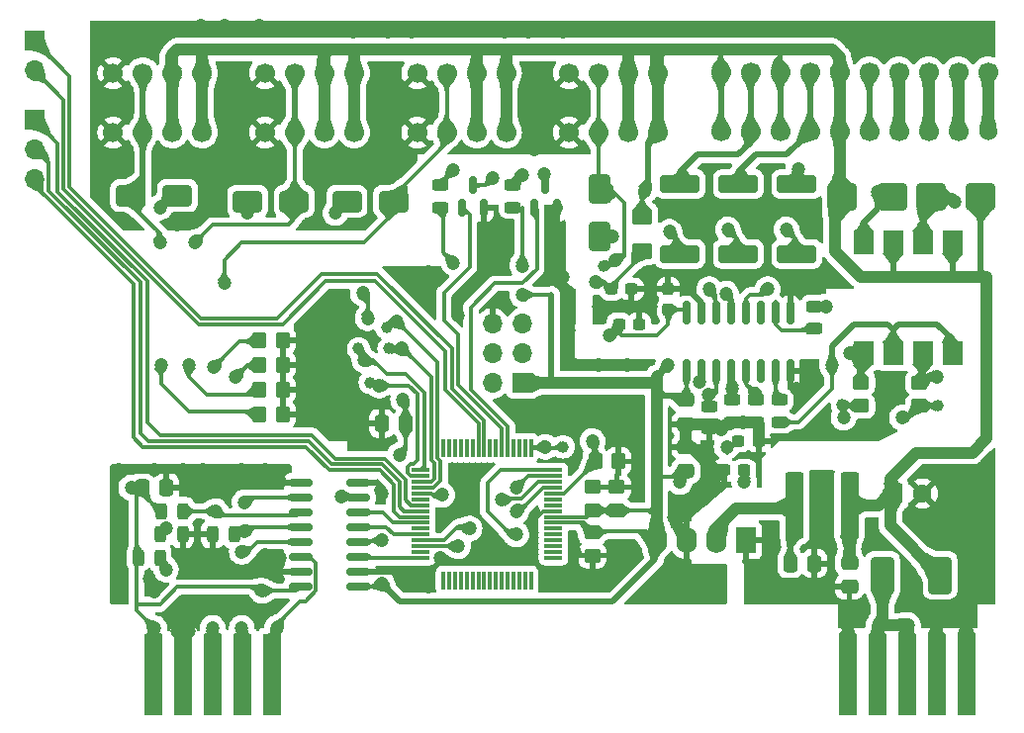
<source format=gbr>
%TF.GenerationSoftware,KiCad,Pcbnew,7.0.9*%
%TF.CreationDate,2024-06-20T13:45:24+03:00*%
%TF.ProjectId,_____ _______ _______ __________,1f3b3042-3020-4323-9d35-483d38452048,rev?*%
%TF.SameCoordinates,Original*%
%TF.FileFunction,Copper,L1,Top*%
%TF.FilePolarity,Positive*%
%FSLAX46Y46*%
G04 Gerber Fmt 4.6, Leading zero omitted, Abs format (unit mm)*
G04 Created by KiCad (PCBNEW 7.0.9) date 2024-06-20 13:45:24*
%MOMM*%
%LPD*%
G01*
G04 APERTURE LIST*
G04 Aperture macros list*
%AMRoundRect*
0 Rectangle with rounded corners*
0 $1 Rounding radius*
0 $2 $3 $4 $5 $6 $7 $8 $9 X,Y pos of 4 corners*
0 Add a 4 corners polygon primitive as box body*
4,1,4,$2,$3,$4,$5,$6,$7,$8,$9,$2,$3,0*
0 Add four circle primitives for the rounded corners*
1,1,$1+$1,$2,$3*
1,1,$1+$1,$4,$5*
1,1,$1+$1,$6,$7*
1,1,$1+$1,$8,$9*
0 Add four rect primitives between the rounded corners*
20,1,$1+$1,$2,$3,$4,$5,0*
20,1,$1+$1,$4,$5,$6,$7,0*
20,1,$1+$1,$6,$7,$8,$9,0*
20,1,$1+$1,$8,$9,$2,$3,0*%
G04 Aperture macros list end*
%TA.AperFunction,SMDPad,CuDef*%
%ADD10RoundRect,0.250000X0.450000X-0.350000X0.450000X0.350000X-0.450000X0.350000X-0.450000X-0.350000X0*%
%TD*%
%TA.AperFunction,SMDPad,CuDef*%
%ADD11RoundRect,0.249999X-1.425001X0.512501X-1.425001X-0.512501X1.425001X-0.512501X1.425001X0.512501X0*%
%TD*%
%TA.AperFunction,ComponentPad*%
%ADD12R,1.700000X1.700000*%
%TD*%
%TA.AperFunction,ComponentPad*%
%ADD13O,1.700000X1.700000*%
%TD*%
%TA.AperFunction,SMDPad,CuDef*%
%ADD14RoundRect,0.243750X0.243750X0.456250X-0.243750X0.456250X-0.243750X-0.456250X0.243750X-0.456250X0*%
%TD*%
%TA.AperFunction,ComponentPad*%
%ADD15R,1.750000X2.250000*%
%TD*%
%TA.AperFunction,ComponentPad*%
%ADD16O,1.750000X2.250000*%
%TD*%
%TA.AperFunction,SMDPad,CuDef*%
%ADD17RoundRect,0.243750X0.456250X-0.243750X0.456250X0.243750X-0.456250X0.243750X-0.456250X-0.243750X0*%
%TD*%
%TA.AperFunction,SMDPad,CuDef*%
%ADD18RoundRect,0.250000X-0.350000X-0.450000X0.350000X-0.450000X0.350000X0.450000X-0.350000X0.450000X0*%
%TD*%
%TA.AperFunction,ComponentPad*%
%ADD19C,1.700000*%
%TD*%
%TA.AperFunction,ComponentPad*%
%ADD20R,1.600000X1.600000*%
%TD*%
%TA.AperFunction,ComponentPad*%
%ADD21C,1.600000*%
%TD*%
%TA.AperFunction,SMDPad,CuDef*%
%ADD22RoundRect,0.250000X-0.450000X0.350000X-0.450000X-0.350000X0.450000X-0.350000X0.450000X0.350000X0*%
%TD*%
%TA.AperFunction,SMDPad,CuDef*%
%ADD23RoundRect,0.243750X-0.456250X0.243750X-0.456250X-0.243750X0.456250X-0.243750X0.456250X0.243750X0*%
%TD*%
%TA.AperFunction,TestPad*%
%ADD24C,1.000000*%
%TD*%
%TA.AperFunction,SMDPad,CuDef*%
%ADD25RoundRect,0.243750X-0.243750X-0.456250X0.243750X-0.456250X0.243750X0.456250X-0.243750X0.456250X0*%
%TD*%
%TA.AperFunction,SMDPad,CuDef*%
%ADD26RoundRect,0.250000X0.550000X2.600000X-0.550000X2.600000X-0.550000X-2.600000X0.550000X-2.600000X0*%
%TD*%
%TA.AperFunction,SMDPad,CuDef*%
%ADD27RoundRect,0.237500X-0.300000X-0.237500X0.300000X-0.237500X0.300000X0.237500X-0.300000X0.237500X0*%
%TD*%
%TA.AperFunction,SMDPad,CuDef*%
%ADD28RoundRect,0.237500X0.300000X0.237500X-0.300000X0.237500X-0.300000X-0.237500X0.300000X-0.237500X0*%
%TD*%
%TA.AperFunction,SMDPad,CuDef*%
%ADD29RoundRect,0.250000X0.475000X-0.337500X0.475000X0.337500X-0.475000X0.337500X-0.475000X-0.337500X0*%
%TD*%
%TA.AperFunction,SMDPad,CuDef*%
%ADD30RoundRect,0.150000X0.150000X-0.587500X0.150000X0.587500X-0.150000X0.587500X-0.150000X-0.587500X0*%
%TD*%
%TA.AperFunction,ComponentPad*%
%ADD31C,1.524000*%
%TD*%
%TA.AperFunction,SMDPad,CuDef*%
%ADD32RoundRect,0.075000X0.700000X0.075000X-0.700000X0.075000X-0.700000X-0.075000X0.700000X-0.075000X0*%
%TD*%
%TA.AperFunction,SMDPad,CuDef*%
%ADD33RoundRect,0.075000X0.075000X0.700000X-0.075000X0.700000X-0.075000X-0.700000X0.075000X-0.700000X0*%
%TD*%
%TA.AperFunction,SMDPad,CuDef*%
%ADD34RoundRect,0.250000X0.650000X-1.000000X0.650000X1.000000X-0.650000X1.000000X-0.650000X-1.000000X0*%
%TD*%
%TA.AperFunction,SMDPad,CuDef*%
%ADD35RoundRect,0.250000X-1.000000X-0.650000X1.000000X-0.650000X1.000000X0.650000X-1.000000X0.650000X0*%
%TD*%
%TA.AperFunction,SMDPad,CuDef*%
%ADD36R,1.780000X2.000000*%
%TD*%
%TA.AperFunction,SMDPad,CuDef*%
%ADD37RoundRect,0.250000X-0.337500X-0.475000X0.337500X-0.475000X0.337500X0.475000X-0.337500X0.475000X0*%
%TD*%
%TA.AperFunction,SMDPad,CuDef*%
%ADD38RoundRect,0.250000X-1.000000X-0.900000X1.000000X-0.900000X1.000000X0.900000X-1.000000X0.900000X0*%
%TD*%
%TA.AperFunction,SMDPad,CuDef*%
%ADD39RoundRect,0.250000X-0.475000X0.337500X-0.475000X-0.337500X0.475000X-0.337500X0.475000X0.337500X0*%
%TD*%
%TA.AperFunction,SMDPad,CuDef*%
%ADD40RoundRect,0.150000X0.150000X-0.825000X0.150000X0.825000X-0.150000X0.825000X-0.150000X-0.825000X0*%
%TD*%
%TA.AperFunction,ConnectorPad*%
%ADD41R,1.524000X7.000000*%
%TD*%
%TA.AperFunction,SMDPad,CuDef*%
%ADD42RoundRect,0.250000X1.000000X0.650000X-1.000000X0.650000X-1.000000X-0.650000X1.000000X-0.650000X0*%
%TD*%
%TA.AperFunction,SMDPad,CuDef*%
%ADD43RoundRect,0.250000X0.337500X0.475000X-0.337500X0.475000X-0.337500X-0.475000X0.337500X-0.475000X0*%
%TD*%
%TA.AperFunction,SMDPad,CuDef*%
%ADD44RoundRect,0.237500X0.237500X-0.300000X0.237500X0.300000X-0.237500X0.300000X-0.237500X-0.300000X0*%
%TD*%
%TA.AperFunction,SMDPad,CuDef*%
%ADD45RoundRect,0.250000X-0.730000X-1.325000X0.730000X-1.325000X0.730000X1.325000X-0.730000X1.325000X0*%
%TD*%
%TA.AperFunction,SMDPad,CuDef*%
%ADD46RoundRect,0.250000X1.000000X0.900000X-1.000000X0.900000X-1.000000X-0.900000X1.000000X-0.900000X0*%
%TD*%
%TA.AperFunction,SMDPad,CuDef*%
%ADD47RoundRect,0.150000X0.825000X0.150000X-0.825000X0.150000X-0.825000X-0.150000X0.825000X-0.150000X0*%
%TD*%
%TA.AperFunction,SMDPad,CuDef*%
%ADD48RoundRect,0.250001X0.624999X-0.462499X0.624999X0.462499X-0.624999X0.462499X-0.624999X-0.462499X0*%
%TD*%
%TA.AperFunction,ViaPad*%
%ADD49C,1.200000*%
%TD*%
%TA.AperFunction,Conductor*%
%ADD50C,0.300000*%
%TD*%
%TA.AperFunction,Conductor*%
%ADD51C,1.000000*%
%TD*%
%TA.AperFunction,Conductor*%
%ADD52C,0.500000*%
%TD*%
G04 APERTURE END LIST*
D10*
%TO.P,C4,1*%
%TO.N,+3V3*%
X141100000Y-112452500D03*
%TO.P,C4,2*%
%TO.N,GNDD*%
X141100000Y-110452500D03*
%TD*%
D11*
%TO.P,R9,1*%
%TO.N,/Stepper_Motor_Control/EN_out-*%
X146500000Y-84512500D03*
%TO.P,R9,2*%
%TO.N,Net-(Q1-C)*%
X146500000Y-90487500D03*
%TD*%
D12*
%TO.P,J7,1,Pin_1*%
%TO.N,/UART_DE*%
X91250000Y-79000000D03*
D13*
%TO.P,J7,2,Pin_2*%
%TO.N,/UART_TX*%
X91250000Y-81540000D03*
%TO.P,J7,3,Pin_3*%
%TO.N,/UART_RX*%
X91250000Y-84080000D03*
%TD*%
D14*
%TO.P,R1,1*%
%TO.N,Net-(U1-RO)*%
X104000000Y-112500000D03*
%TO.P,R1,2*%
%TO.N,/+3.3VRS485*%
X102125000Y-112500000D03*
%TD*%
D15*
%TO.P,U5,1,IN-*%
%TO.N,GNDA*%
X152120000Y-115000000D03*
D16*
%TO.P,U5,2,IN+*%
%TO.N,Net-(U5-IN+)*%
X149580000Y-115000000D03*
%TO.P,U5,3,OUT-*%
%TO.N,GNDD*%
X147040000Y-115000000D03*
%TO.P,U5,4,OUT+*%
%TO.N,+3V3*%
X144500000Y-115000000D03*
%TD*%
D11*
%TO.P,R12,1*%
%TO.N,/Stepper_Motor_Control/DIR_out-*%
X151500000Y-84512500D03*
%TO.P,R12,2*%
%TO.N,Net-(Q2-C)*%
X151500000Y-90487500D03*
%TD*%
D17*
%TO.P,R17,1*%
%TO.N,GNDD*%
X153000000Y-104875000D03*
%TO.P,R17,2*%
%TO.N,/STEP*%
X153000000Y-103000000D03*
%TD*%
D18*
%TO.P,C6,1*%
%TO.N,/NRST*%
X139250000Y-108250000D03*
%TO.P,C6,2*%
%TO.N,GNDD*%
X141250000Y-108250000D03*
%TD*%
D19*
%TO.P,J3,1,Pin_1*%
%TO.N,+24V*%
X105620000Y-75000000D03*
X105620000Y-80080000D03*
%TO.P,J3,2,Pin_2*%
X103080000Y-75000000D03*
X103080000Y-80080000D03*
%TO.P,J3,3,Pin_3*%
%TO.N,Net-(D3-A2)*%
X100540000Y-75000000D03*
X100540000Y-80080000D03*
%TO.P,J3,4,Pin_4*%
%TO.N,GNDA*%
X98000000Y-75000000D03*
X98000000Y-80080000D03*
%TD*%
D20*
%TO.P,C14,1*%
%TO.N,+24V*%
X164750000Y-111000000D03*
D21*
%TO.P,C14,2*%
%TO.N,GNDA*%
X167250000Y-111000000D03*
%TD*%
D22*
%TO.P,C7,1*%
%TO.N,+3V3*%
X139000000Y-114300000D03*
%TO.P,C7,2*%
%TO.N,GNDD*%
X139000000Y-116300000D03*
%TD*%
D18*
%TO.P,R38,1*%
%TO.N,Net-(OC1-Pad11)*%
X110500000Y-97900000D03*
%TO.P,R38,2*%
%TO.N,GNDD*%
X112500000Y-97900000D03*
%TD*%
D19*
%TO.P,J5,1,Pin_1*%
%TO.N,+24V*%
X131620000Y-75000000D03*
X131620000Y-80080000D03*
%TO.P,J5,2,Pin_2*%
X129080000Y-75000000D03*
X129080000Y-80080000D03*
%TO.P,J5,3,Pin_3*%
%TO.N,Net-(D5-A2)*%
X126540000Y-75000000D03*
X126540000Y-80080000D03*
%TO.P,J5,4,Pin_4*%
%TO.N,GNDA*%
X124000000Y-75000000D03*
X124000000Y-80080000D03*
%TD*%
D23*
%TO.P,R19,1*%
%TO.N,+5V*%
X158000000Y-95000000D03*
%TO.P,R19,2*%
%TO.N,Net-(U4-VE2)*%
X158000000Y-96875000D03*
%TD*%
D24*
%TO.P,TP15,1,1*%
%TO.N,/DI4*%
X121600000Y-98600000D03*
%TD*%
D25*
%TO.P,R8,1*%
%TO.N,GND1*%
X106500000Y-114500000D03*
%TO.P,R8,2*%
%TO.N,Net-(U1-DE)*%
X108375000Y-114500000D03*
%TD*%
D10*
%TO.P,C3,1*%
%TO.N,+3V3*%
X139047500Y-112452500D03*
%TO.P,C3,2*%
%TO.N,GNDD*%
X139047500Y-110452500D03*
%TD*%
D26*
%TO.P,L1,1,1*%
%TO.N,+24V*%
X161000000Y-112000000D03*
%TO.P,L1,2,2*%
%TO.N,Net-(U5-IN+)*%
X156300000Y-112000000D03*
%TD*%
D17*
%TO.P,R15,1*%
%TO.N,GNDD*%
X149000000Y-105437500D03*
%TO.P,R15,2*%
%TO.N,/EN*%
X149000000Y-103562500D03*
%TD*%
D27*
%TO.P,C24,1*%
%TO.N,+5V*%
X141275000Y-96500000D03*
%TO.P,C24,2*%
%TO.N,GNDA*%
X143000000Y-96500000D03*
%TD*%
D24*
%TO.P,TP6,1,1*%
%TO.N,/DI1*%
X119000000Y-98600000D03*
%TD*%
D28*
%TO.P,C37,1*%
%TO.N,Net-(C37-Pad1)*%
X152000000Y-109000000D03*
%TO.P,C37,2*%
%TO.N,GNDD*%
X150275000Y-109000000D03*
%TD*%
D29*
%TO.P,C18,1*%
%TO.N,GNDD*%
X147000000Y-105075000D03*
%TO.P,C18,2*%
%TO.N,+3V3*%
X147000000Y-103000000D03*
%TD*%
D30*
%TO.P,Q4,1,B*%
%TO.N,Net-(Q4-B)*%
X134050000Y-86500000D03*
%TO.P,Q4,2,E*%
%TO.N,GNDD*%
X135950000Y-86500000D03*
%TO.P,Q4,3,C*%
%TO.N,Net-(D1-K)*%
X135000000Y-84625000D03*
%TD*%
D22*
%TO.P,R46,1*%
%TO.N,Net-(OC2-Pad5)*%
X162000000Y-101500000D03*
%TO.P,R46,2*%
%TO.N,Net-(C38-Pad1)*%
X162000000Y-103500000D03*
%TD*%
D19*
%TO.P,J2,1,Pin_1*%
%TO.N,Net-(J2-Pin_1)*%
X172860000Y-74920000D03*
D31*
X172860000Y-80000000D03*
D19*
%TO.P,J2,2,Pin_2*%
%TO.N,/Stepper_Motor_Control/ALARM_out+*%
X170320000Y-74920000D03*
X170320000Y-80000000D03*
%TO.P,J2,3,Pin_3*%
%TO.N,Net-(J2-Pin_3)*%
X167780000Y-74920000D03*
X167780000Y-80000000D03*
%TO.P,J2,4,Pin_4*%
%TO.N,/Stepper_Motor_Control/IN_POSITION_out+*%
X165240000Y-74920000D03*
X165240000Y-80000000D03*
%TO.P,J2,5,Pin_5*%
%TO.N,/Stepper_Motor_Control/STEP_out-*%
X162700000Y-74920000D03*
X162700000Y-80000000D03*
%TO.P,J2,6,Pin_6*%
%TO.N,+24V*%
X160160000Y-74920000D03*
X160160000Y-80000000D03*
%TO.P,J2,7,Pin_7*%
%TO.N,/Stepper_Motor_Control/DIR_out-*%
X157620000Y-74920000D03*
X157620000Y-80000000D03*
%TO.P,J2,8,Pin_8*%
%TO.N,+24V*%
X155080000Y-74920000D03*
X155080000Y-80000000D03*
%TO.P,J2,9,Pin_9*%
%TO.N,/Stepper_Motor_Control/EN_out-*%
X152540000Y-74920000D03*
X152540000Y-80000000D03*
%TO.P,J2,10,Pin_10*%
%TO.N,+24V*%
X150000000Y-74920000D03*
X150000000Y-80000000D03*
%TD*%
D32*
%TO.P,U3,1,PC11*%
%TO.N,unconnected-(U3-PC11-Pad1)*%
X135675000Y-116500000D03*
%TO.P,U3,2,PC12*%
%TO.N,unconnected-(U3-PC12-Pad2)*%
X135675000Y-116000000D03*
%TO.P,U3,3,PC13*%
%TO.N,unconnected-(U3-PC13-Pad3)*%
X135675000Y-115500000D03*
%TO.P,U3,4,PC14*%
%TO.N,unconnected-(U3-PC14-Pad4)*%
X135675000Y-115000000D03*
%TO.P,U3,5,PC15*%
%TO.N,unconnected-(U3-PC15-Pad5)*%
X135675000Y-114500000D03*
%TO.P,U3,6,VBAT*%
%TO.N,unconnected-(U3-VBAT-Pad6)*%
X135675000Y-114000000D03*
%TO.P,U3,7,VREF+*%
%TO.N,+3V3*%
X135675000Y-113500000D03*
%TO.P,U3,8,VDD*%
X135675000Y-113000000D03*
%TO.P,U3,9,VSS*%
%TO.N,GNDD*%
X135675000Y-112500000D03*
%TO.P,U3,10,PF0*%
%TO.N,unconnected-(U3-PF0-Pad10)*%
X135675000Y-112000000D03*
%TO.P,U3,11,PF1*%
%TO.N,unconnected-(U3-PF1-Pad11)*%
X135675000Y-111500000D03*
%TO.P,U3,12,NRST*%
%TO.N,/NRST*%
X135675000Y-111000000D03*
%TO.P,U3,13,PC0*%
%TO.N,/DIR*%
X135675000Y-110500000D03*
%TO.P,U3,14,PC1*%
%TO.N,/EN*%
X135675000Y-110000000D03*
%TO.P,U3,15,PC2*%
%TO.N,/STEP*%
X135675000Y-109500000D03*
%TO.P,U3,16,PC3*%
%TO.N,/ALARM*%
X135675000Y-109000000D03*
D33*
%TO.P,U3,17,PA0*%
%TO.N,/IN_POSITION*%
X133750000Y-107075000D03*
%TO.P,U3,18,PA1*%
%TO.N,unconnected-(U3-PA1-Pad18)*%
X133250000Y-107075000D03*
%TO.P,U3,19,PA2*%
%TO.N,unconnected-(U3-PA2-Pad19)*%
X132750000Y-107075000D03*
%TO.P,U3,20,PA3*%
%TO.N,unconnected-(U3-PA3-Pad20)*%
X132250000Y-107075000D03*
%TO.P,U3,21,PA4*%
%TO.N,Net-(Q4-B)*%
X131750000Y-107075000D03*
%TO.P,U3,22,PA5*%
%TO.N,Net-(Q5-B)*%
X131250000Y-107075000D03*
%TO.P,U3,23,PA6*%
%TO.N,unconnected-(U3-PA6-Pad23)*%
X130750000Y-107075000D03*
%TO.P,U3,24,PA7*%
%TO.N,unconnected-(U3-PA7-Pad24)*%
X130250000Y-107075000D03*
%TO.P,U3,25,PC4*%
%TO.N,/GPIO1*%
X129750000Y-107075000D03*
%TO.P,U3,26,PC5*%
%TO.N,/GPIO2*%
X129250000Y-107075000D03*
%TO.P,U3,27,PB0*%
%TO.N,unconnected-(U3-PB0-Pad27)*%
X128750000Y-107075000D03*
%TO.P,U3,28,PB1*%
%TO.N,unconnected-(U3-PB1-Pad28)*%
X128250000Y-107075000D03*
%TO.P,U3,29,PB2*%
%TO.N,unconnected-(U3-PB2-Pad29)*%
X127750000Y-107075000D03*
%TO.P,U3,30,PB10*%
%TO.N,unconnected-(U3-PB10-Pad30)*%
X127250000Y-107075000D03*
%TO.P,U3,31,PB11*%
%TO.N,unconnected-(U3-PB11-Pad31)*%
X126750000Y-107075000D03*
%TO.P,U3,32,PB12*%
%TO.N,unconnected-(U3-PB12-Pad32)*%
X126250000Y-107075000D03*
D32*
%TO.P,U3,33,PB13*%
%TO.N,/DI1*%
X124325000Y-109000000D03*
%TO.P,U3,34,PB14*%
%TO.N,/DI2*%
X124325000Y-109500000D03*
%TO.P,U3,35,PB15*%
%TO.N,/DI4*%
X124325000Y-110000000D03*
%TO.P,U3,36,PA8*%
%TO.N,/DI3*%
X124325000Y-110500000D03*
%TO.P,U3,37,PA9/NC*%
%TO.N,/TX_USART_1*%
X124325000Y-111000000D03*
%TO.P,U3,38,PC6*%
%TO.N,unconnected-(U3-PC6-Pad38)*%
X124325000Y-111500000D03*
%TO.P,U3,39,PC7*%
%TO.N,/UART_DE*%
X124325000Y-112000000D03*
%TO.P,U3,40,PD8*%
%TO.N,/UART_TX*%
X124325000Y-112500000D03*
%TO.P,U3,41,PD9*%
%TO.N,/UART_RX*%
X124325000Y-113000000D03*
%TO.P,U3,42,PA10/NC*%
%TO.N,/RX_USART_1*%
X124325000Y-113500000D03*
%TO.P,U3,43,PA11/PA9*%
%TO.N,unconnected-(U3-PA11{slash}PA9-Pad43)*%
X124325000Y-114000000D03*
%TO.P,U3,44,PA12/PA10*%
%TO.N,/DE_USART_1*%
X124325000Y-114500000D03*
%TO.P,U3,45,PA13*%
%TO.N,/SWDIO*%
X124325000Y-115000000D03*
%TO.P,U3,46,PA14*%
%TO.N,/SWCLK*%
X124325000Y-115500000D03*
%TO.P,U3,47,PA15*%
%TO.N,unconnected-(U3-PA15-Pad47)*%
X124325000Y-116000000D03*
%TO.P,U3,48,PC8*%
%TO.N,/RTS_cont*%
X124325000Y-116500000D03*
D33*
%TO.P,U3,49,PC9*%
%TO.N,unconnected-(U3-PC9-Pad49)*%
X126250000Y-118425000D03*
%TO.P,U3,50,PD0*%
%TO.N,unconnected-(U3-PD0-Pad50)*%
X126750000Y-118425000D03*
%TO.P,U3,51,PD1*%
%TO.N,unconnected-(U3-PD1-Pad51)*%
X127250000Y-118425000D03*
%TO.P,U3,52,PD2*%
%TO.N,unconnected-(U3-PD2-Pad52)*%
X127750000Y-118425000D03*
%TO.P,U3,53,PD3*%
%TO.N,unconnected-(U3-PD3-Pad53)*%
X128250000Y-118425000D03*
%TO.P,U3,54,PD4*%
%TO.N,unconnected-(U3-PD4-Pad54)*%
X128750000Y-118425000D03*
%TO.P,U3,55,PD5*%
%TO.N,unconnected-(U3-PD5-Pad55)*%
X129250000Y-118425000D03*
%TO.P,U3,56,PD6*%
%TO.N,unconnected-(U3-PD6-Pad56)*%
X129750000Y-118425000D03*
%TO.P,U3,57,PB3*%
%TO.N,unconnected-(U3-PB3-Pad57)*%
X130250000Y-118425000D03*
%TO.P,U3,58,PB4*%
%TO.N,unconnected-(U3-PB4-Pad58)*%
X130750000Y-118425000D03*
%TO.P,U3,59,PB5*%
%TO.N,unconnected-(U3-PB5-Pad59)*%
X131250000Y-118425000D03*
%TO.P,U3,60,PB6*%
%TO.N,unconnected-(U3-PB6-Pad60)*%
X131750000Y-118425000D03*
%TO.P,U3,61,PB7*%
%TO.N,unconnected-(U3-PB7-Pad61)*%
X132250000Y-118425000D03*
%TO.P,U3,62,PB8*%
%TO.N,unconnected-(U3-PB8-Pad62)*%
X132750000Y-118425000D03*
%TO.P,U3,63,PB9*%
%TO.N,unconnected-(U3-PB9-Pad63)*%
X133250000Y-118425000D03*
%TO.P,U3,64,PC10*%
%TO.N,unconnected-(U3-PC10-Pad64)*%
X133750000Y-118425000D03*
%TD*%
D19*
%TO.P,J4,1,Pin_1*%
%TO.N,+24V*%
X118620000Y-75000000D03*
X118620000Y-80080000D03*
%TO.P,J4,2,Pin_2*%
X116080000Y-75000000D03*
X116080000Y-80080000D03*
%TO.P,J4,3,Pin_3*%
%TO.N,Net-(D4-A2)*%
X113540000Y-75000000D03*
X113540000Y-80080000D03*
%TO.P,J4,4,Pin_4*%
%TO.N,GNDA*%
X111000000Y-75000000D03*
X111000000Y-80080000D03*
%TD*%
D24*
%TO.P,TP23,1,1*%
%TO.N,/IN_POSITION*%
X136500000Y-107000000D03*
%TD*%
D18*
%TO.P,R37,1*%
%TO.N,Net-(OC1-Pad15)*%
X110500000Y-104200000D03*
%TO.P,R37,2*%
%TO.N,GNDD*%
X112500000Y-104200000D03*
%TD*%
D34*
%TO.P,D6,1,A1*%
%TO.N,Net-(D6-A1)*%
X139601036Y-88962588D03*
%TO.P,D6,2,A2*%
%TO.N,Net-(D6-A2)*%
X139601036Y-84962588D03*
%TD*%
D35*
%TO.P,D5,1,A1*%
%TO.N,Net-(D5-A1)*%
X118000000Y-86000000D03*
%TO.P,D5,2,A2*%
%TO.N,Net-(D5-A2)*%
X122000000Y-86000000D03*
%TD*%
D27*
%TO.P,C23,1*%
%TO.N,Net-(U6-IN)*%
X140637500Y-93500000D03*
%TO.P,C23,2*%
%TO.N,GNDA*%
X142362500Y-93500000D03*
%TD*%
D36*
%TO.P,OC2,1*%
%TO.N,+24V*%
X169810000Y-89485000D03*
%TO.P,OC2,2*%
%TO.N,Net-(D7-A)*%
X167270000Y-89485000D03*
%TO.P,OC2,3*%
%TO.N,+24V*%
X164730000Y-89485000D03*
%TO.P,OC2,4*%
%TO.N,Net-(D8-A)*%
X162190000Y-89485000D03*
%TO.P,OC2,5*%
%TO.N,Net-(OC2-Pad5)*%
X162190000Y-99015000D03*
%TO.P,OC2,6*%
%TO.N,+3V3*%
X164730000Y-99015000D03*
%TO.P,OC2,7*%
%TO.N,Net-(OC2-Pad7)*%
X167270000Y-99015000D03*
%TO.P,OC2,8*%
%TO.N,+3V3*%
X169810000Y-99015000D03*
%TD*%
D22*
%TO.P,R43,1*%
%TO.N,Net-(OC2-Pad7)*%
X167000000Y-101500000D03*
%TO.P,R43,2*%
%TO.N,Net-(C37-Pad1)*%
X167000000Y-103500000D03*
%TD*%
D24*
%TO.P,TP12,1,1*%
%TO.N,/DI3*%
X121400000Y-96800000D03*
%TD*%
D37*
%TO.P,C22,1*%
%TO.N,GNDD*%
X120962500Y-105000000D03*
%TO.P,C22,2*%
%TO.N,+3V3*%
X123037500Y-105000000D03*
%TD*%
D30*
%TO.P,Q5,1,B*%
%TO.N,Net-(Q5-B)*%
X127850000Y-86500000D03*
%TO.P,Q5,2,E*%
%TO.N,GNDD*%
X129750000Y-86500000D03*
%TO.P,Q5,3,C*%
%TO.N,Net-(D2-K)*%
X128800000Y-84625000D03*
%TD*%
D27*
%TO.P,C38,1*%
%TO.N,Net-(C38-Pad1)*%
X151500000Y-106500000D03*
%TO.P,C38,2*%
%TO.N,GNDD*%
X153225000Y-106500000D03*
%TD*%
D17*
%TO.P,R7,1*%
%TO.N,+3V3*%
X126000000Y-86500000D03*
%TO.P,R7,2*%
%TO.N,Net-(D2-A)*%
X126000000Y-84625000D03*
%TD*%
D24*
%TO.P,TP17,1,1*%
%TO.N,Net-(D6-A2)*%
X140000000Y-91500000D03*
%TD*%
D38*
%TO.P,D8,1,K*%
%TO.N,+24V*%
X160400000Y-85600000D03*
%TO.P,D8,2,A*%
%TO.N,Net-(D8-A)*%
X164700000Y-85600000D03*
%TD*%
D35*
%TO.P,D4,1,A1*%
%TO.N,Net-(D4-A1)*%
X109500000Y-86000000D03*
%TO.P,D4,2,A2*%
%TO.N,Net-(D4-A2)*%
X113500000Y-86000000D03*
%TD*%
D11*
%TO.P,R20,1*%
%TO.N,/Stepper_Motor_Control/STEP_out-*%
X156500000Y-84512500D03*
%TO.P,R20,2*%
%TO.N,Net-(Q3-C)*%
X156500000Y-90487500D03*
%TD*%
D17*
%TO.P,R16,1*%
%TO.N,GNDD*%
X151000000Y-104875000D03*
%TO.P,R16,2*%
%TO.N,/DIR*%
X151000000Y-103000000D03*
%TD*%
D24*
%TO.P,TP2,1,1*%
%TO.N,/DI2*%
X120000000Y-101500000D03*
%TD*%
D17*
%TO.P,R18,1*%
%TO.N,+3V3*%
X155000000Y-104875000D03*
%TO.P,R18,2*%
%TO.N,Net-(U4-VE1)*%
X155000000Y-103000000D03*
%TD*%
D14*
%TO.P,R3,1*%
%TO.N,Net-(RS1-Pin_3)*%
X102000000Y-116500000D03*
%TO.P,R3,2*%
%TO.N,/+3.3VRS485*%
X100125000Y-116500000D03*
%TD*%
%TO.P,R6,1*%
%TO.N,GND1*%
X103937500Y-114500000D03*
%TO.P,R6,2*%
%TO.N,Net-(RS1-Pin_4)*%
X102062500Y-114500000D03*
%TD*%
D39*
%TO.P,C11,1*%
%TO.N,+24V*%
X161000000Y-116925000D03*
%TO.P,C11,2*%
%TO.N,GNDA*%
X161000000Y-119000000D03*
%TD*%
D24*
%TO.P,TP19,1,1*%
%TO.N,Net-(C38-Pad1)*%
X160400000Y-103400000D03*
%TD*%
D40*
%TO.P,U4,1,VDD1*%
%TO.N,+3V3*%
X147055000Y-100475000D03*
%TO.P,U4,2,GND1*%
%TO.N,GNDD*%
X148325000Y-100475000D03*
%TO.P,U4,3,VIA*%
%TO.N,/EN*%
X149595000Y-100475000D03*
%TO.P,U4,4,VIB*%
%TO.N,/DIR*%
X150865000Y-100475000D03*
%TO.P,U4,5,VIC*%
%TO.N,/STEP*%
X152135000Y-100475000D03*
%TO.P,U4,6,VOD*%
%TO.N,unconnected-(U4-VOD-Pad6)*%
X153405000Y-100475000D03*
%TO.P,U4,7,VE1*%
%TO.N,Net-(U4-VE1)*%
X154675000Y-100475000D03*
%TO.P,U4,8,GND1*%
%TO.N,GNDD*%
X155945000Y-100475000D03*
%TO.P,U4,9,GND2*%
%TO.N,GNDA*%
X155945000Y-95525000D03*
%TO.P,U4,10,VE2*%
%TO.N,Net-(U4-VE2)*%
X154675000Y-95525000D03*
%TO.P,U4,11,VID*%
%TO.N,unconnected-(U4-VID-Pad11)*%
X153405000Y-95525000D03*
%TO.P,U4,12,VOC*%
%TO.N,Net-(U4-VOC)*%
X152135000Y-95525000D03*
%TO.P,U4,13,VOB*%
%TO.N,Net-(U4-VOB)*%
X150865000Y-95525000D03*
%TO.P,U4,14,VOA*%
%TO.N,Net-(U4-VOA)*%
X149595000Y-95525000D03*
%TO.P,U4,15,GND2*%
%TO.N,GNDA*%
X148325000Y-95525000D03*
%TO.P,U4,16,VDD2*%
%TO.N,+5V*%
X147055000Y-95525000D03*
%TD*%
D37*
%TO.P,C12,1*%
%TO.N,Net-(U5-IN+)*%
X155925000Y-117000000D03*
%TO.P,C12,2*%
%TO.N,GNDA*%
X158000000Y-117000000D03*
%TD*%
D12*
%TO.P,J8,1,Pin_1*%
%TO.N,/GPIO1*%
X91250000Y-72250000D03*
D13*
%TO.P,J8,2,Pin_2*%
%TO.N,/GPIO2*%
X91250000Y-74790000D03*
%TD*%
D41*
%TO.P,RS1,1,Pin_1*%
%TO.N,/+3.3VRS485*%
X101460000Y-126500000D03*
%TO.P,RS1,2,Pin_2*%
%TO.N,GND1*%
X104000000Y-126500000D03*
%TO.P,RS1,3,Pin_3*%
%TO.N,Net-(RS1-Pin_3)*%
X106540000Y-126500000D03*
%TO.P,RS1,4,Pin_4*%
%TO.N,Net-(RS1-Pin_4)*%
X109080000Y-126500000D03*
%TO.P,RS1,5,Pin_5*%
%TO.N,/RTS*%
X111620000Y-126500000D03*
%TD*%
%TO.P,RS2,1,Pin_1*%
%TO.N,GNDA*%
X160840000Y-126500000D03*
%TO.P,RS2,2,Pin_2*%
%TO.N,Net-(RS2-Pin_2)*%
X163380000Y-126500000D03*
%TO.P,RS2,3,Pin_3*%
X165920000Y-126500000D03*
%TO.P,RS2,4,Pin_4*%
%TO.N,GNDA*%
X168460000Y-126500000D03*
%TO.P,RS2,5,Pin_5*%
X171000000Y-126500000D03*
%TD*%
D42*
%TO.P,D3,1,A1*%
%TO.N,Net-(D3-A1)*%
X103500000Y-85500000D03*
%TO.P,D3,2,A2*%
%TO.N,Net-(D3-A2)*%
X99500000Y-85500000D03*
%TD*%
D43*
%TO.P,C5,1*%
%TO.N,GND1*%
X102537500Y-110500000D03*
%TO.P,C5,2*%
%TO.N,/+3.3VRS485*%
X100462500Y-110500000D03*
%TD*%
D12*
%TO.P,J1,1,Pin_1*%
%TO.N,+3V3*%
X133000000Y-101540000D03*
D13*
%TO.P,J1,2,Pin_2*%
%TO.N,/SWDIO*%
X130460000Y-101540000D03*
%TO.P,J1,3,Pin_3*%
%TO.N,/SWCLK*%
X133000000Y-99000000D03*
%TO.P,J1,4,Pin_4*%
%TO.N,unconnected-(J1-Pin_4-Pad4)*%
X130460000Y-99000000D03*
%TO.P,J1,5,Pin_5*%
%TO.N,/NRST*%
X133000000Y-96460000D03*
%TO.P,J1,6,Pin_6*%
%TO.N,GNDD*%
X130460000Y-96460000D03*
%TD*%
D44*
%TO.P,C19,1*%
%TO.N,+5V*%
X145500000Y-95225000D03*
%TO.P,C19,2*%
%TO.N,GNDA*%
X145500000Y-93500000D03*
%TD*%
D18*
%TO.P,R36,1*%
%TO.N,Net-(OC1-Pad13)*%
X110500000Y-102100000D03*
%TO.P,R36,2*%
%TO.N,GNDD*%
X112500000Y-102100000D03*
%TD*%
D24*
%TO.P,TP4,1,1*%
%TO.N,+3V3*%
X144500000Y-112500000D03*
%TD*%
D45*
%TO.P,F1,1*%
%TO.N,Net-(RS2-Pin_2)*%
X163840000Y-118000000D03*
%TO.P,F1,2*%
%TO.N,+24V*%
X168750000Y-118000000D03*
%TD*%
D46*
%TO.P,D7,1,K*%
%TO.N,+24V*%
X172250000Y-85600000D03*
%TO.P,D7,2,A*%
%TO.N,Net-(D7-A)*%
X167950000Y-85600000D03*
%TD*%
D24*
%TO.P,TP18,1,1*%
%TO.N,Net-(C37-Pad1)*%
X168600000Y-103500000D03*
%TD*%
D47*
%TO.P,U9,1,VDD1*%
%TO.N,+3V3*%
X118975000Y-118945000D03*
%TO.P,U9,2,GND1*%
%TO.N,GNDD*%
X118975000Y-117675000D03*
%TO.P,U9,3,VIA*%
%TO.N,/RTS_cont*%
X118975000Y-116405000D03*
%TO.P,U9,4,VIB*%
%TO.N,/TX_USART_1*%
X118975000Y-115135000D03*
%TO.P,U9,5,VIC*%
%TO.N,/DE_USART_1*%
X118975000Y-113865000D03*
%TO.P,U9,6,VOD*%
%TO.N,/RX_USART_1*%
X118975000Y-112595000D03*
%TO.P,U9,7,VE1*%
%TO.N,Net-(U9-VE1)*%
X118975000Y-111325000D03*
%TO.P,U9,8,GND1*%
%TO.N,GNDD*%
X118975000Y-110055000D03*
%TO.P,U9,9,GND2*%
%TO.N,GND1*%
X114025000Y-110055000D03*
%TO.P,U9,10,VE2*%
%TO.N,Net-(U9-VE2)*%
X114025000Y-111325000D03*
%TO.P,U9,11,VID*%
%TO.N,Net-(U1-RO)*%
X114025000Y-112595000D03*
%TO.P,U9,12,VOC*%
%TO.N,Net-(U1-DE)*%
X114025000Y-113865000D03*
%TO.P,U9,13,VOB*%
%TO.N,Net-(U1-DI)*%
X114025000Y-115135000D03*
%TO.P,U9,14,VOA*%
%TO.N,/RTS*%
X114025000Y-116405000D03*
%TO.P,U9,15,GND2*%
%TO.N,GND1*%
X114025000Y-117675000D03*
%TO.P,U9,16,VDD2*%
%TO.N,/+3.3VRS485*%
X114025000Y-118945000D03*
%TD*%
D18*
%TO.P,R35,1*%
%TO.N,Net-(OC1-Pad9)*%
X110500000Y-100000000D03*
%TO.P,R35,2*%
%TO.N,GNDD*%
X112500000Y-100000000D03*
%TD*%
D48*
%TO.P,R47,1*%
%TO.N,Net-(U6-IN)*%
X143250000Y-90250000D03*
%TO.P,R47,2*%
%TO.N,+24V*%
X143250000Y-87275000D03*
%TD*%
D23*
%TO.P,R5,1*%
%TO.N,Net-(D1-A)*%
X132199293Y-84625000D03*
%TO.P,R5,2*%
%TO.N,+3V3*%
X132199293Y-86500000D03*
%TD*%
D19*
%TO.P,J6,1,Pin_1*%
%TO.N,+24V*%
X144620000Y-75000000D03*
X144620000Y-80080000D03*
%TO.P,J6,2,Pin_2*%
X142080000Y-75000000D03*
X142080000Y-80080000D03*
%TO.P,J6,3,Pin_3*%
%TO.N,Net-(D6-A2)*%
X139540000Y-75000000D03*
X139540000Y-80080000D03*
%TO.P,J6,4,Pin_4*%
%TO.N,GNDA*%
X137000000Y-75000000D03*
X137000000Y-80080000D03*
%TD*%
D39*
%TO.P,C39,1*%
%TO.N,GNDD*%
X147000000Y-107000000D03*
%TO.P,C39,2*%
%TO.N,+3V3*%
X147000000Y-109075000D03*
%TD*%
D49*
%TO.N,Net-(D1-K)*%
X134850566Y-83650455D03*
%TO.N,Net-(D1-A)*%
X132979443Y-83715300D03*
%TO.N,Net-(D2-K)*%
X130500000Y-84000000D03*
%TO.N,Net-(D2-A)*%
X127100000Y-83300000D03*
%TO.N,GNDD*%
X131400000Y-90700000D03*
X148500000Y-111500000D03*
X125000000Y-92000000D03*
X140000000Y-118500000D03*
X142000000Y-100000000D03*
X127600000Y-94300000D03*
X146000000Y-113000000D03*
X136500000Y-92500000D03*
X150000000Y-105500000D03*
X126500000Y-113000000D03*
X137300000Y-99900000D03*
X142500000Y-105500000D03*
X138000000Y-103500000D03*
X124000000Y-118000000D03*
X164400000Y-103300000D03*
X127500000Y-95800000D03*
X127500000Y-109000000D03*
X136000000Y-91000000D03*
X121000000Y-106800000D03*
X157600000Y-100700000D03*
X148144102Y-101440401D03*
X125000000Y-93700000D03*
X142500000Y-103500000D03*
X115500000Y-101500000D03*
X137000000Y-97000000D03*
X137500000Y-116000000D03*
X126000000Y-116500000D03*
X151875000Y-104875000D03*
X135000000Y-118500000D03*
X137000000Y-94500000D03*
X135700000Y-105100000D03*
X115600000Y-95800000D03*
X137500000Y-118500000D03*
X142000000Y-115500000D03*
X115400000Y-104000000D03*
X120000000Y-103200000D03*
X119800000Y-106800000D03*
X140500000Y-103500000D03*
X133000000Y-116500000D03*
X121000000Y-111000000D03*
X141500000Y-117000000D03*
X119000000Y-104000000D03*
X125000000Y-119000000D03*
X123100000Y-118900000D03*
X130500000Y-116500000D03*
X129600000Y-92300000D03*
X137400000Y-108300000D03*
X115400000Y-102800000D03*
X140500000Y-105500000D03*
X156500000Y-102000000D03*
X139500000Y-100000000D03*
%TO.N,/NRST*%
X139000000Y-106500000D03*
%TO.N,+3V3*%
X133000000Y-91500000D03*
X146500000Y-110000000D03*
X127125877Y-91248246D03*
X145500000Y-100000000D03*
X121000000Y-118724500D03*
X122525000Y-107725000D03*
X133000000Y-94000000D03*
X159500000Y-100000000D03*
X122800000Y-102948701D03*
%TO.N,/+3.3VRS485*%
X101500000Y-122500000D03*
X110750000Y-119325000D03*
X99537500Y-110500000D03*
%TO.N,/SWDIO*%
X128500000Y-114000000D03*
%TO.N,/STEP*%
X153000000Y-102500000D03*
X132500000Y-110500000D03*
%TO.N,/EN*%
X148970418Y-102569919D03*
X131246398Y-111553602D03*
%TO.N,/DIR*%
X151000000Y-102000000D03*
X132500000Y-112500000D03*
%TO.N,/RTS*%
X112000000Y-122500000D03*
%TO.N,/SWCLK*%
X127500000Y-115500000D03*
%TO.N,GND1*%
X104500000Y-122750000D03*
X104750000Y-121250000D03*
X101500000Y-109000000D03*
X104000000Y-109000000D03*
X101100000Y-118300000D03*
X98500000Y-117500000D03*
X98500000Y-115500000D03*
X111000000Y-116250000D03*
X98500000Y-109000000D03*
X109000000Y-109000000D03*
X109750000Y-121000000D03*
X112250000Y-110000000D03*
X103000000Y-121250000D03*
X98500000Y-112000000D03*
X101500000Y-119400000D03*
X108750000Y-117750000D03*
X98500000Y-113500000D03*
X111000000Y-109000000D03*
X111000000Y-121000000D03*
X98500000Y-119500000D03*
X112250000Y-116500000D03*
X103500000Y-122750000D03*
X106500000Y-117750000D03*
X105700000Y-109000000D03*
%TO.N,+24V*%
X143500000Y-85000000D03*
%TO.N,GNDA*%
X111500000Y-77500000D03*
X97000000Y-82000000D03*
X103500000Y-88000000D03*
X144000000Y-95000000D03*
X147000000Y-86500000D03*
X136000000Y-77500000D03*
X115000000Y-82000000D03*
X170500000Y-109500000D03*
X102500000Y-82500000D03*
X137500000Y-77000000D03*
X131500000Y-71500000D03*
X155500000Y-119500000D03*
X118500000Y-82500000D03*
X172500000Y-111000000D03*
X121500000Y-82000000D03*
X105500000Y-71000000D03*
X170500000Y-111000000D03*
X172500000Y-115000000D03*
X166500000Y-120500000D03*
X172500000Y-119500000D03*
X108000000Y-82000000D03*
X112000000Y-82500000D03*
X136500000Y-71500000D03*
X97500000Y-71500000D03*
X134000000Y-81500000D03*
X172500000Y-113000000D03*
X159000000Y-119500000D03*
X134000000Y-75000000D03*
X157500000Y-86500000D03*
X108000000Y-80000000D03*
X134000000Y-79500000D03*
X150500000Y-86500000D03*
X107500000Y-71000000D03*
X97000000Y-77500000D03*
X123500000Y-71500000D03*
X158500000Y-114000000D03*
X134000000Y-77000000D03*
X152500000Y-86500000D03*
X171000000Y-122250000D03*
X133500000Y-71500000D03*
X149000000Y-86500000D03*
X121500000Y-77000000D03*
X110500000Y-71000000D03*
X145500000Y-86500000D03*
X139500000Y-95000000D03*
X108000000Y-75000000D03*
X118500000Y-71500000D03*
X155500000Y-86500000D03*
X172500000Y-117000000D03*
X168500000Y-122250000D03*
X124000000Y-77500000D03*
X108000000Y-78000000D03*
X121000000Y-83500000D03*
X158500000Y-110500000D03*
X170500000Y-115000000D03*
X121500000Y-75000000D03*
X121500000Y-79500000D03*
X160750000Y-122250000D03*
X144000000Y-93500000D03*
X121500000Y-71500000D03*
X171000000Y-120500000D03*
X142000000Y-95000000D03*
X172500000Y-109500000D03*
X170500000Y-113000000D03*
X144000000Y-92000000D03*
X154000000Y-86500000D03*
X163000000Y-115000000D03*
X99000000Y-77500000D03*
%TO.N,/DI2*%
X120750000Y-101750000D03*
%TO.N,/DI1*%
X119500000Y-99600000D03*
%TO.N,/IN_POSITION*%
X135000000Y-107000000D03*
%TO.N,/ALARM*%
X132500000Y-114500000D03*
%TO.N,+5V*%
X140500000Y-97500000D03*
X159000000Y-95000000D03*
%TO.N,Net-(RS2-Pin_2)*%
X163500000Y-122250000D03*
X166000000Y-122250000D03*
%TO.N,/Stepper_Motor_Control/STEP_out-*%
X156600000Y-83200000D03*
%TO.N,Net-(U1-DE)*%
X109250000Y-114250000D03*
%TO.N,Net-(U1-RO)*%
X106750000Y-112500000D03*
%TO.N,Net-(U1-DI)*%
X109002160Y-115987859D03*
%TO.N,Net-(RS1-Pin_3)*%
X106500000Y-122500000D03*
X102500000Y-117500000D03*
%TO.N,Net-(RS1-Pin_4)*%
X109000000Y-122500000D03*
X102500000Y-114000000D03*
%TO.N,Net-(D5-A2)*%
X107500000Y-93000000D03*
%TO.N,Net-(D6-A2)*%
X141000000Y-91000000D03*
%TO.N,Net-(C37-Pad1)*%
X165500000Y-104500000D03*
X152000000Y-110000000D03*
%TO.N,Net-(C38-Pad1)*%
X160500000Y-104500000D03*
X150500000Y-107000000D03*
%TO.N,Net-(C32-Pad1)*%
X119350000Y-93850000D03*
X119774465Y-96000000D03*
%TO.N,Net-(Q1-C)*%
X145600000Y-88600000D03*
%TO.N,Net-(Q2-C)*%
X150600000Y-88400000D03*
%TO.N,Net-(Q3-C)*%
X155600000Y-88400000D03*
%TO.N,Net-(D3-A2)*%
X102000000Y-89500000D03*
%TO.N,Net-(OC1-Pad9)*%
X108500000Y-101000000D03*
%TO.N,Net-(D4-A2)*%
X105000000Y-89500000D03*
%TO.N,Net-(OC1-Pad11)*%
X106600000Y-100200000D03*
%TO.N,Net-(D3-A1)*%
X102000000Y-86500000D03*
%TO.N,Net-(OC1-Pad13)*%
X104500000Y-100000000D03*
%TO.N,Net-(D4-A1)*%
X109500000Y-87000000D03*
%TO.N,Net-(OC1-Pad15)*%
X102075000Y-100000000D03*
%TO.N,Net-(D5-A1)*%
X117000000Y-87000000D03*
%TO.N,Net-(D6-A1)*%
X140750000Y-89000000D03*
%TO.N,Net-(OC2-Pad5)*%
X161000000Y-99000000D03*
%TO.N,Net-(OC2-Pad7)*%
X168500000Y-101000000D03*
%TO.N,Net-(U4-VOA)*%
X149000000Y-93500000D03*
%TO.N,Net-(U4-VOB)*%
X150443693Y-93895145D03*
%TO.N,Net-(U4-VOC)*%
X154000000Y-93500000D03*
%TO.N,Net-(U9-VE2)*%
X109250000Y-111750000D03*
%TO.N,Net-(U9-VE1)*%
X117500000Y-111250000D03*
%TO.N,/DI3*%
X122250000Y-96250000D03*
%TO.N,/DI4*%
X122679034Y-98597043D03*
%TO.N,/TX_USART_1*%
X126136746Y-111116276D03*
X121000000Y-115000000D03*
%TO.N,Net-(U6-IN)*%
X139300000Y-92900000D03*
%TO.N,Net-(D7-A)*%
X170000000Y-86000000D03*
%TO.N,Net-(D8-A)*%
X163400000Y-85200000D03*
%TD*%
D50*
%TO.N,Net-(D1-A)*%
X132199293Y-84625000D02*
X132199293Y-84495450D01*
X132199293Y-84495450D02*
X132979443Y-83715300D01*
%TO.N,Net-(D2-K)*%
X129875000Y-84625000D02*
X130500000Y-84000000D01*
X128800000Y-84625000D02*
X129875000Y-84625000D01*
%TO.N,Net-(D2-A)*%
X127100000Y-83300000D02*
X126000000Y-84400000D01*
X126000000Y-84400000D02*
X126000000Y-84625000D01*
D51*
%TO.N,GNDD*%
X147000000Y-107000000D02*
X147500000Y-107000000D01*
D50*
X129600000Y-86650000D02*
X129750000Y-86500000D01*
D51*
X150800000Y-105075000D02*
X151000000Y-104875000D01*
D52*
X118975000Y-117675000D02*
X123675000Y-117675000D01*
D51*
X147000000Y-105075000D02*
X148637500Y-105075000D01*
X135500000Y-86950000D02*
X135500000Y-87250000D01*
X150000000Y-105500000D02*
X150425000Y-105075000D01*
D50*
X134796880Y-112500000D02*
X133900000Y-113396880D01*
X129600000Y-92300000D02*
X129600000Y-86650000D01*
D51*
X151875000Y-104875000D02*
X153000000Y-104875000D01*
X147500000Y-107000000D02*
X149500000Y-109000000D01*
D50*
X155945000Y-101445000D02*
X156500000Y-102000000D01*
D51*
X153225000Y-106500000D02*
X153225000Y-105100000D01*
D50*
X155945000Y-100475000D02*
X155945000Y-101445000D01*
X133900000Y-115600000D02*
X133000000Y-116500000D01*
D51*
X135750000Y-90750000D02*
X136000000Y-91000000D01*
X146920000Y-112355000D02*
X149500000Y-109775000D01*
X147000000Y-105075000D02*
X147000000Y-107000000D01*
X149575000Y-105075000D02*
X150000000Y-105500000D01*
X149500000Y-109000000D02*
X150275000Y-109000000D01*
D50*
X133900000Y-113396880D02*
X133900000Y-115600000D01*
D51*
X146000000Y-113000000D02*
X146920000Y-112355000D01*
D50*
X135675000Y-112500000D02*
X134796880Y-112500000D01*
D51*
X135500000Y-87250000D02*
X135750000Y-87500000D01*
X153225000Y-105100000D02*
X153000000Y-104875000D01*
X148637500Y-105075000D02*
X149575000Y-105075000D01*
X135750000Y-87500000D02*
X135750000Y-90750000D01*
X146920000Y-115000000D02*
X146000000Y-113000000D01*
X150425000Y-105075000D02*
X150800000Y-105075000D01*
X149500000Y-109775000D02*
X149500000Y-109000000D01*
X135950000Y-86500000D02*
X135500000Y-86950000D01*
X151875000Y-104875000D02*
X151000000Y-104875000D01*
X148637500Y-105075000D02*
X149000000Y-105437500D01*
D52*
X123675000Y-117675000D02*
X124000000Y-118000000D01*
D50*
%TO.N,/NRST*%
X139250000Y-106750000D02*
X139000000Y-106500000D01*
X139250000Y-108303120D02*
X139250000Y-108250000D01*
X136553120Y-111000000D02*
X139250000Y-108303120D01*
X139250000Y-108250000D02*
X139250000Y-106750000D01*
X135675000Y-111000000D02*
X136553120Y-111000000D01*
D52*
%TO.N,+3V3*%
X144380000Y-116620000D02*
X144380000Y-115000000D01*
X169810000Y-99015000D02*
X169810000Y-97810000D01*
D50*
X126000000Y-86500000D02*
X126250000Y-86750000D01*
X144537500Y-109537500D02*
X144500000Y-109500000D01*
X135675000Y-113000000D02*
X138500000Y-113000000D01*
X147000000Y-109537500D02*
X144537500Y-109537500D01*
X146500000Y-110000000D02*
X147000000Y-109500000D01*
D51*
X144500000Y-102000000D02*
X144500000Y-101500000D01*
D52*
X164250000Y-96500000D02*
X164730000Y-96980000D01*
D51*
X144460000Y-101540000D02*
X144500000Y-101500000D01*
D50*
X133000000Y-91500000D02*
X133000000Y-86500000D01*
X143630000Y-114250000D02*
X144380000Y-115000000D01*
D52*
X122525500Y-120250000D02*
X140750000Y-120250000D01*
D51*
X144500000Y-112500000D02*
X144500000Y-114880000D01*
D52*
X135500000Y-101540000D02*
X135500000Y-94000000D01*
X169810000Y-97810000D02*
X168500000Y-96500000D01*
D50*
X159500000Y-102000000D02*
X159500000Y-100000000D01*
D51*
X133000000Y-101540000D02*
X144460000Y-101540000D01*
D50*
X135500000Y-94000000D02*
X133000000Y-94000000D01*
D51*
X144500000Y-114880000D02*
X144380000Y-115000000D01*
D50*
X156625000Y-104875000D02*
X159500000Y-102000000D01*
X126250000Y-90372369D02*
X127125877Y-91248246D01*
D52*
X121000000Y-118724500D02*
X122525500Y-120250000D01*
X159500000Y-98375000D02*
X161375000Y-96500000D01*
D50*
X144452500Y-112452500D02*
X144500000Y-112500000D01*
D52*
X121000000Y-118724500D02*
X121000000Y-118780000D01*
X161375000Y-96500000D02*
X164250000Y-96500000D01*
D50*
X122525000Y-107725000D02*
X123000000Y-107250000D01*
D51*
X144500000Y-101500000D02*
X144500000Y-101000000D01*
D50*
X123000000Y-107250000D02*
X123000000Y-105037500D01*
D52*
X121000000Y-118780000D02*
X120890000Y-118890000D01*
D50*
X121000000Y-118724500D02*
X120779500Y-118945000D01*
X122800000Y-102948701D02*
X123037500Y-103186201D01*
X120779500Y-118945000D02*
X118975000Y-118945000D01*
X147055000Y-102945000D02*
X147000000Y-103000000D01*
D52*
X168500000Y-96500000D02*
X165210000Y-96500000D01*
D50*
X138250000Y-113500000D02*
X139000000Y-114250000D01*
D51*
X144500000Y-109500000D02*
X144500000Y-102000000D01*
D50*
X135675000Y-113500000D02*
X138250000Y-113500000D01*
X141047500Y-112452500D02*
X144452500Y-112452500D01*
D52*
X144500000Y-102000000D02*
X145150000Y-102650000D01*
D50*
X123037500Y-103186201D02*
X123037500Y-105000000D01*
X139047500Y-112452500D02*
X141047500Y-112452500D01*
D52*
X145150000Y-102650000D02*
X147055000Y-102650000D01*
X165210000Y-96500000D02*
X164730000Y-96980000D01*
X159500000Y-100000000D02*
X159500000Y-98375000D01*
D50*
X123000000Y-105037500D02*
X123037500Y-105000000D01*
D52*
X164730000Y-99015000D02*
X164730000Y-96980000D01*
D51*
X144500000Y-112500000D02*
X144500000Y-109500000D01*
D50*
X138500000Y-113000000D02*
X139047500Y-112452500D01*
D52*
X140750000Y-120250000D02*
X144380000Y-116620000D01*
X145500000Y-100000000D02*
X144500000Y-101000000D01*
D50*
X147055000Y-100475000D02*
X147055000Y-102945000D01*
X155000000Y-104875000D02*
X156625000Y-104875000D01*
X139000000Y-114250000D02*
X143630000Y-114250000D01*
X126250000Y-86750000D02*
X126250000Y-90372369D01*
X147000000Y-109500000D02*
X147000000Y-109075000D01*
%TO.N,/+3.3VRS485*%
X100000000Y-111425000D02*
X100000000Y-110962500D01*
X110750000Y-119325000D02*
X113645000Y-119325000D01*
X101500000Y-122500000D02*
X101460000Y-122540000D01*
X110750000Y-119325000D02*
X110425000Y-119000000D01*
X101460000Y-122540000D02*
X101460000Y-126500000D01*
X113645000Y-119325000D02*
X114025000Y-118945000D01*
X102000000Y-120500000D02*
X100000000Y-120500000D01*
X100000000Y-110962500D02*
X100462500Y-110500000D01*
X100462500Y-110500000D02*
X99537500Y-110500000D01*
X102125000Y-112500000D02*
X102000000Y-112500000D01*
X102000000Y-112500000D02*
X100000000Y-110500000D01*
X110425000Y-119000000D02*
X103500000Y-119000000D01*
X110750000Y-119325000D02*
X110750000Y-119395000D01*
X100000000Y-121000000D02*
X100000000Y-117000000D01*
X103500000Y-119000000D02*
X102000000Y-120500000D01*
X101500000Y-122500000D02*
X100000000Y-121000000D01*
X110750000Y-119395000D02*
X110700000Y-119445000D01*
X100000000Y-117000000D02*
X100000000Y-111425000D01*
%TO.N,/SWDIO*%
X127328248Y-114000000D02*
X126328248Y-115000000D01*
X128500000Y-114000000D02*
X127328248Y-114000000D01*
X126328248Y-115000000D02*
X124325000Y-115000000D01*
%TO.N,/STEP*%
X135675000Y-109500000D02*
X133500000Y-109500000D01*
X152135000Y-101635000D02*
X152135000Y-100475000D01*
X153000000Y-102500000D02*
X152135000Y-101635000D01*
X133500000Y-109500000D02*
X132500000Y-110500000D01*
%TO.N,/EN*%
X149595000Y-102405000D02*
X149595000Y-100475000D01*
X131350000Y-111450000D02*
X132893503Y-111450000D01*
X149000000Y-103000000D02*
X149595000Y-102405000D01*
X132893503Y-111450000D02*
X134343503Y-110000000D01*
X131246398Y-111553602D02*
X131350000Y-111450000D01*
X134343503Y-110000000D02*
X135675000Y-110000000D01*
%TO.N,/DIR*%
X132500000Y-112500000D02*
X132796880Y-112500000D01*
X150865000Y-100475000D02*
X150865000Y-101865000D01*
X132796880Y-112500000D02*
X134796880Y-110500000D01*
X134796880Y-110500000D02*
X135675000Y-110500000D01*
X150865000Y-101865000D02*
X151000000Y-102000000D01*
%TO.N,/RTS*%
X114805000Y-116405000D02*
X114025000Y-116405000D01*
X112000000Y-122500000D02*
X112000000Y-122000000D01*
X111620000Y-122880000D02*
X112000000Y-122500000D01*
X115350000Y-119306262D02*
X115350000Y-116950000D01*
X111620000Y-126500000D02*
X111620000Y-122880000D01*
X115350000Y-116950000D02*
X114805000Y-116405000D01*
X112000000Y-122500000D02*
X112000000Y-122200000D01*
X114456262Y-120200000D02*
X115350000Y-119306262D01*
X112000000Y-122200000D02*
X114000000Y-120200000D01*
X111620000Y-126500000D02*
X111620000Y-123000000D01*
X114000000Y-120200000D02*
X114456262Y-120200000D01*
%TO.N,/SWCLK*%
X127500000Y-115500000D02*
X124325000Y-115500000D01*
%TO.N,GND1*%
X104000000Y-123250000D02*
X104000000Y-126500000D01*
X103500000Y-122750000D02*
X104000000Y-123250000D01*
D52*
%TO.N,+24V*%
X143770000Y-85270000D02*
X143500000Y-85000000D01*
D50*
X155080000Y-73420000D02*
X155080000Y-74920000D01*
D51*
X160160000Y-83840000D02*
X160160000Y-80000000D01*
X116500000Y-73000000D02*
X105500000Y-73000000D01*
X166750000Y-107500000D02*
X171500000Y-107500000D01*
X164500000Y-109750000D02*
X166750000Y-107500000D01*
X129080000Y-80080000D02*
X129080000Y-75000000D01*
X168750000Y-118000000D02*
X164500000Y-113750000D01*
D52*
X172250000Y-92000000D02*
X172750000Y-92500000D01*
X169810000Y-92310000D02*
X170000000Y-92500000D01*
D51*
X116080000Y-75000000D02*
X116080000Y-80080000D01*
D50*
X143250000Y-85250000D02*
X143500000Y-85000000D01*
D51*
X144620000Y-75000000D02*
X144620000Y-73380000D01*
X172750000Y-106250000D02*
X172750000Y-92500000D01*
X155500000Y-73000000D02*
X145000000Y-73000000D01*
X131620000Y-75000000D02*
X131620000Y-73120000D01*
D52*
X164730000Y-89485000D02*
X164730000Y-92480000D01*
D51*
X159500000Y-73000000D02*
X155500000Y-73000000D01*
X160160000Y-80000000D02*
X160160000Y-74920000D01*
D52*
X150000000Y-74920000D02*
X150000000Y-80000000D01*
D50*
X150000000Y-73000000D02*
X150000000Y-74920000D01*
D51*
X171500000Y-107500000D02*
X172750000Y-106250000D01*
X144620000Y-73380000D02*
X145000000Y-73000000D01*
X142080000Y-80080000D02*
X142080000Y-75000000D01*
D52*
X164730000Y-92480000D02*
X164750000Y-92500000D01*
D51*
X116080000Y-73420000D02*
X116500000Y-73000000D01*
X160160000Y-74920000D02*
X160160000Y-73660000D01*
D52*
X143500000Y-85000000D02*
X143770000Y-84730000D01*
D51*
X105620000Y-75000000D02*
X105620000Y-80080000D01*
X105620000Y-73120000D02*
X105500000Y-73000000D01*
X164500000Y-111000000D02*
X164500000Y-109750000D01*
X131500000Y-73000000D02*
X118500000Y-73000000D01*
X172750000Y-92500000D02*
X170000000Y-92500000D01*
D52*
X155080000Y-74920000D02*
X155080000Y-80000000D01*
D51*
X118500000Y-73000000D02*
X116500000Y-73000000D01*
X131620000Y-73120000D02*
X131500000Y-73000000D01*
X162000000Y-92500000D02*
X159750000Y-90250000D01*
X160160000Y-73660000D02*
X159500000Y-73000000D01*
X118620000Y-75000000D02*
X118620000Y-73120000D01*
X163500000Y-112000000D02*
X164500000Y-111000000D01*
X105500000Y-73000000D02*
X103500000Y-73000000D01*
X159750000Y-90250000D02*
X159750000Y-86250000D01*
X160925000Y-111925000D02*
X161000000Y-112000000D01*
X118620000Y-75000000D02*
X118620000Y-80080000D01*
D52*
X169810000Y-89485000D02*
X169810000Y-92310000D01*
D50*
X143250000Y-87275000D02*
X143250000Y-85250000D01*
D51*
X145000000Y-73000000D02*
X131500000Y-73000000D01*
D52*
X143770000Y-84730000D02*
X143770000Y-80930000D01*
D50*
X155500000Y-73000000D02*
X155080000Y-73420000D01*
D51*
X160000000Y-84000000D02*
X160160000Y-83840000D01*
X105620000Y-75000000D02*
X105620000Y-73120000D01*
X103500000Y-73000000D02*
X103080000Y-73420000D01*
X118620000Y-73120000D02*
X118500000Y-73000000D01*
X159750000Y-86250000D02*
X161000000Y-85000000D01*
X131620000Y-80080000D02*
X131620000Y-75000000D01*
X116080000Y-75000000D02*
X116080000Y-73420000D01*
X161000000Y-116925000D02*
X161000000Y-112000000D01*
X170000000Y-92500000D02*
X164750000Y-92500000D01*
X164500000Y-113750000D02*
X164500000Y-111000000D01*
X103080000Y-73420000D02*
X103080000Y-75000000D01*
X164750000Y-92500000D02*
X162000000Y-92500000D01*
X142080000Y-75000000D02*
X142080000Y-73000000D01*
D52*
X172250000Y-85000000D02*
X172250000Y-92000000D01*
D51*
X103080000Y-75000000D02*
X103080000Y-80080000D01*
X144620000Y-80080000D02*
X144620000Y-75000000D01*
D52*
X143770000Y-80930000D02*
X144620000Y-80080000D01*
D51*
X161000000Y-112000000D02*
X163500000Y-112000000D01*
X161000000Y-85000000D02*
X160000000Y-84000000D01*
X129080000Y-75000000D02*
X129080000Y-73000000D01*
D52*
%TO.N,GNDA*%
X148325000Y-95525000D02*
X148325000Y-94650000D01*
D51*
X160840000Y-122340000D02*
X160750000Y-122250000D01*
X168460000Y-126500000D02*
X168460000Y-122290000D01*
X160840000Y-126500000D02*
X160840000Y-122340000D01*
X171000000Y-126500000D02*
X171000000Y-122250000D01*
X168460000Y-122290000D02*
X168500000Y-122250000D01*
D52*
X147175000Y-93500000D02*
X145500000Y-93500000D01*
X148325000Y-94650000D02*
X147175000Y-93500000D01*
D50*
%TO.N,/DI2*%
X120750000Y-101750000D02*
X123292894Y-101750000D01*
X123292894Y-101750000D02*
X124000000Y-102457106D01*
X124000000Y-108162780D02*
X123662780Y-108500000D01*
X123200000Y-108746880D02*
X123200000Y-109253120D01*
X123446880Y-109500000D02*
X124325000Y-109500000D01*
X123200000Y-109253120D02*
X123446880Y-109500000D01*
X123446880Y-108500000D02*
X123200000Y-108746880D01*
X124000000Y-102457106D02*
X124000000Y-108162780D01*
X123662780Y-108500000D02*
X123446880Y-108500000D01*
%TO.N,/DI1*%
X123050000Y-100800000D02*
X124600000Y-102350000D01*
X124600000Y-108725000D02*
X124325000Y-109000000D01*
X119500000Y-99100000D02*
X119000000Y-98600000D01*
X124600000Y-102350000D02*
X124600000Y-108725000D01*
X121400000Y-100800000D02*
X123050000Y-100800000D01*
X120200000Y-99600000D02*
X121400000Y-100800000D01*
X119500000Y-99600000D02*
X119500000Y-99100000D01*
X119500000Y-99600000D02*
X120200000Y-99600000D01*
%TO.N,/IN_POSITION*%
X133750000Y-107075000D02*
X136425000Y-107075000D01*
X133750000Y-107075000D02*
X134925000Y-107075000D01*
X136425000Y-107075000D02*
X136500000Y-107000000D01*
X134925000Y-107075000D02*
X135000000Y-107000000D01*
%TO.N,/ALARM*%
X130050000Y-112550000D02*
X130050000Y-110106497D01*
X132000000Y-114500000D02*
X130050000Y-112550000D01*
X131156497Y-109000000D02*
X135675000Y-109000000D01*
X130050000Y-110106497D02*
X131156497Y-109000000D01*
X132500000Y-114500000D02*
X132000000Y-114500000D01*
D52*
%TO.N,Net-(U5-IN+)*%
X155925000Y-117000000D02*
X155925000Y-112375000D01*
D51*
X156050000Y-112250000D02*
X152037500Y-112250000D01*
X149460000Y-114140000D02*
X149460000Y-115000000D01*
X156300000Y-112000000D02*
X156050000Y-112250000D01*
X152000000Y-112287500D02*
X151312500Y-112287500D01*
X152037500Y-112250000D02*
X152000000Y-112287500D01*
X151312500Y-112287500D02*
X149460000Y-114140000D01*
D52*
X155925000Y-112375000D02*
X156300000Y-112000000D01*
D50*
%TO.N,/RTS_cont*%
X119070000Y-116500000D02*
X124325000Y-116500000D01*
X118975000Y-116405000D02*
X119070000Y-116500000D01*
%TO.N,+5V*%
X141275000Y-96725000D02*
X140500000Y-97500000D01*
X141275000Y-96500000D02*
X141275000Y-97275000D01*
X159000000Y-95000000D02*
X158707106Y-95000000D01*
X145500000Y-95225000D02*
X146755000Y-95225000D01*
X141500000Y-97500000D02*
X144500000Y-97500000D01*
X141275000Y-96500000D02*
X141275000Y-96725000D01*
X141275000Y-97275000D02*
X141500000Y-97500000D01*
X144500000Y-97500000D02*
X145500000Y-96500000D01*
X158707106Y-95000000D02*
X158353553Y-94646447D01*
X146755000Y-95225000D02*
X147055000Y-95525000D01*
X145500000Y-96500000D02*
X145500000Y-95225000D01*
D51*
%TO.N,/Stepper_Motor_Control/IN_POSITION_out+*%
X165240000Y-74920000D02*
X165240000Y-80000000D01*
%TO.N,/Stepper_Motor_Control/ALARM_out+*%
X170320000Y-74920000D02*
X170320000Y-80000000D01*
%TO.N,Net-(RS2-Pin_2)*%
X165920000Y-126500000D02*
X165920000Y-122330000D01*
X163840000Y-121910000D02*
X163500000Y-122250000D01*
X163380000Y-126500000D02*
X163380000Y-122370000D01*
X164750000Y-122250000D02*
X166000000Y-122250000D01*
X165920000Y-122330000D02*
X166000000Y-122250000D01*
X163500000Y-122250000D02*
X164750000Y-122250000D01*
X163840000Y-118000000D02*
X163840000Y-121910000D01*
X163380000Y-122370000D02*
X163500000Y-122250000D01*
D52*
%TO.N,/Stepper_Motor_Control/EN_out-*%
X152540000Y-74920000D02*
X152540000Y-80000000D01*
X151500000Y-82000000D02*
X148006250Y-82000000D01*
X152540000Y-80000000D02*
X152540000Y-80960000D01*
X148006250Y-82000000D02*
X146500000Y-83506250D01*
X152540000Y-80960000D02*
X151500000Y-82000000D01*
X146500000Y-83506250D02*
X146500000Y-84512500D01*
%TO.N,/Stepper_Motor_Control/DIR_out-*%
X157620000Y-74920000D02*
X157620000Y-80000000D01*
X151500000Y-84512500D02*
X151500000Y-83500000D01*
X151500000Y-83500000D02*
X153000000Y-82000000D01*
X153000000Y-82000000D02*
X155620000Y-82000000D01*
X155620000Y-82000000D02*
X157620000Y-80000000D01*
%TO.N,/Stepper_Motor_Control/STEP_out-*%
X156500000Y-83300000D02*
X156600000Y-83200000D01*
X156500000Y-84512500D02*
X156500000Y-83300000D01*
X162700000Y-74920000D02*
X162700000Y-80000000D01*
D50*
%TO.N,Net-(U1-DE)*%
X109250000Y-114250000D02*
X109635000Y-113865000D01*
X109635000Y-113865000D02*
X114025000Y-113865000D01*
%TO.N,Net-(U1-RO)*%
X114025000Y-112595000D02*
X113725000Y-112895000D01*
X113725000Y-112895000D02*
X107145000Y-112895000D01*
X107145000Y-112895000D02*
X106750000Y-112500000D01*
X106750000Y-112500000D02*
X104000000Y-112500000D01*
%TO.N,Net-(U1-DI)*%
X109512141Y-115987859D02*
X110365000Y-115135000D01*
X109002160Y-115987859D02*
X109512141Y-115987859D01*
X110365000Y-115135000D02*
X114025000Y-115135000D01*
%TO.N,Net-(RS1-Pin_3)*%
X102500000Y-117000000D02*
X102000000Y-116500000D01*
X102500000Y-117500000D02*
X102500000Y-117000000D01*
X106500000Y-122500000D02*
X106540000Y-122540000D01*
X106540000Y-122540000D02*
X106540000Y-126500000D01*
%TO.N,Net-(RS1-Pin_4)*%
X102500000Y-114062500D02*
X102062500Y-114500000D01*
X109000000Y-122500000D02*
X109080000Y-122580000D01*
X109080000Y-122580000D02*
X109080000Y-126500000D01*
X102500000Y-114000000D02*
X102500000Y-114062500D01*
%TO.N,Net-(D5-A2)*%
X107500000Y-93000000D02*
X107500000Y-91000000D01*
X126540000Y-80960000D02*
X126540000Y-80080000D01*
X126540000Y-75000000D02*
X126540000Y-80080000D01*
X107500000Y-91000000D02*
X109000000Y-89500000D01*
X122000000Y-87000000D02*
X122000000Y-86000000D01*
X119500000Y-89500000D02*
X122000000Y-87000000D01*
X122000000Y-86000000D02*
X122000000Y-85500000D01*
X109000000Y-89500000D02*
X119500000Y-89500000D01*
X122000000Y-85500000D02*
X126540000Y-80960000D01*
%TO.N,Net-(D6-A2)*%
X140500000Y-91500000D02*
X140000000Y-91500000D01*
X139540000Y-83740000D02*
X140600000Y-84800000D01*
X141000000Y-91000000D02*
X140500000Y-91500000D01*
X141400000Y-91000000D02*
X141750000Y-90650000D01*
X141000000Y-91000000D02*
X141400000Y-91000000D01*
X139540000Y-80080000D02*
X139540000Y-83740000D01*
X141750000Y-86150000D02*
X140400000Y-84800000D01*
X139540000Y-75000000D02*
X139540000Y-80080000D01*
X141750000Y-90650000D02*
X141750000Y-86150000D01*
%TO.N,Net-(C37-Pad1)*%
X166000000Y-104500000D02*
X167000000Y-103500000D01*
X167000000Y-103500000D02*
X168500000Y-103500000D01*
X165500000Y-104500000D02*
X166000000Y-104500000D01*
X152000000Y-110000000D02*
X152000000Y-109000000D01*
%TO.N,Net-(C38-Pad1)*%
X160500000Y-103500000D02*
X160500000Y-104500000D01*
X150500000Y-107000000D02*
X150500000Y-107500000D01*
X160500000Y-103500000D02*
X162000000Y-103500000D01*
D51*
%TO.N,Net-(J2-Pin_3)*%
X167780000Y-74920000D02*
X167780000Y-80000000D01*
%TO.N,Net-(J2-Pin_1)*%
X172860000Y-74920000D02*
X172860000Y-80000000D01*
D50*
%TO.N,/UART_DE*%
X102000000Y-106000000D02*
X115000000Y-106000000D01*
X123446880Y-112000000D02*
X124000000Y-112000000D01*
X115000000Y-106000000D02*
X117000000Y-108000000D01*
X121207106Y-108000000D02*
X123000000Y-109792894D01*
X91250000Y-79000000D02*
X93250000Y-81000000D01*
X123000000Y-111553120D02*
X123446880Y-112000000D01*
X93250000Y-85164213D02*
X100900000Y-92814213D01*
X123000000Y-109792894D02*
X123000000Y-111553120D01*
X100900000Y-104900000D02*
X102000000Y-106000000D01*
X93250000Y-81000000D02*
X93250000Y-85164213D01*
X117000000Y-108000000D02*
X121207106Y-108000000D01*
X100900000Y-92814213D02*
X100900000Y-104900000D01*
%TO.N,Net-(C32-Pad1)*%
X119350000Y-93850000D02*
X119774465Y-94274465D01*
X119774465Y-94274465D02*
X119774465Y-96000000D01*
%TO.N,Net-(Q1-C)*%
X146500000Y-89500000D02*
X145600000Y-88600000D01*
X146500000Y-90487500D02*
X146500000Y-89500000D01*
%TO.N,Net-(Q2-C)*%
X151500000Y-90487500D02*
X151500000Y-89300000D01*
X151500000Y-89300000D02*
X150600000Y-88400000D01*
%TO.N,Net-(Q3-C)*%
X156500000Y-90487500D02*
X156500000Y-89300000D01*
X156500000Y-89300000D02*
X155600000Y-88400000D01*
%TO.N,Net-(D3-A2)*%
X102000000Y-89500000D02*
X102000000Y-88750000D01*
X99500000Y-86250000D02*
X99500000Y-85500000D01*
D52*
X100540000Y-80080000D02*
X100540000Y-75000000D01*
X100540000Y-84460000D02*
X100540000Y-80080000D01*
X99500000Y-85500000D02*
X100540000Y-84460000D01*
D50*
X102000000Y-88750000D02*
X99500000Y-86250000D01*
%TO.N,Net-(OC1-Pad9)*%
X108500000Y-101000000D02*
X108500000Y-101250000D01*
X108500000Y-101000000D02*
X109500000Y-100000000D01*
X109500000Y-100000000D02*
X110500000Y-100000000D01*
%TO.N,Net-(D4-A2)*%
X106500000Y-88000000D02*
X113000000Y-88000000D01*
D52*
X113540000Y-80080000D02*
X113540000Y-75000000D01*
D50*
X113540000Y-80080000D02*
X113540000Y-85960000D01*
X113000000Y-88000000D02*
X113500000Y-87500000D01*
X113540000Y-85960000D02*
X113500000Y-86000000D01*
X113500000Y-87500000D02*
X113500000Y-86000000D01*
X105000000Y-89500000D02*
X106500000Y-88000000D01*
%TO.N,Net-(OC1-Pad11)*%
X106600000Y-100200000D02*
X108800000Y-98000000D01*
X108800000Y-98000000D02*
X110500000Y-98000000D01*
%TO.N,Net-(D3-A1)*%
X103000000Y-85500000D02*
X102000000Y-86500000D01*
X103500000Y-85500000D02*
X103000000Y-85500000D01*
%TO.N,Net-(OC1-Pad13)*%
X110500000Y-102000000D02*
X110000000Y-102500000D01*
X106000000Y-102500000D02*
X104500000Y-101000000D01*
X104500000Y-101000000D02*
X104500000Y-100000000D01*
X110000000Y-102500000D02*
X106000000Y-102500000D01*
%TO.N,Net-(D4-A1)*%
X109500000Y-86000000D02*
X109500000Y-87000000D01*
%TO.N,Net-(OC1-Pad15)*%
X102075000Y-101575000D02*
X104500000Y-104000000D01*
X104500000Y-104000000D02*
X110500000Y-104000000D01*
X102075000Y-100000000D02*
X102075000Y-101575000D01*
%TO.N,Net-(Q4-B)*%
X130656497Y-93000000D02*
X133000000Y-93000000D01*
X128600000Y-102100000D02*
X128600000Y-95056497D01*
X131750000Y-105250000D02*
X128600000Y-102100000D01*
X128600000Y-95056497D02*
X130656497Y-93000000D01*
X133000000Y-93000000D02*
X134250000Y-91750000D01*
X131750000Y-107075000D02*
X131750000Y-105250000D01*
X134250000Y-86700000D02*
X134050000Y-86500000D01*
X134250000Y-91750000D02*
X134250000Y-86700000D01*
%TO.N,Net-(Q5-B)*%
X131250000Y-105457106D02*
X127500000Y-101707106D01*
X131250000Y-107075000D02*
X131250000Y-105457106D01*
X128500000Y-91600000D02*
X128500000Y-87150000D01*
X127500000Y-101707106D02*
X127500000Y-97400000D01*
X126300000Y-96200000D02*
X126300000Y-93800000D01*
X127500000Y-97400000D02*
X126300000Y-96200000D01*
X126300000Y-93800000D02*
X128500000Y-91600000D01*
X128500000Y-87150000D02*
X127850000Y-86500000D01*
%TO.N,Net-(D5-A1)*%
X118000000Y-86000000D02*
X117000000Y-87000000D01*
%TO.N,Net-(D6-A1)*%
X140750000Y-89000000D02*
X139638448Y-89000000D01*
%TO.N,Net-(OC2-Pad5)*%
X161015000Y-99015000D02*
X162190000Y-99015000D01*
X162000000Y-101500000D02*
X162000000Y-99205000D01*
X162000000Y-99205000D02*
X162190000Y-99015000D01*
X161000000Y-99000000D02*
X161015000Y-99015000D01*
%TO.N,Net-(OC2-Pad7)*%
X167000000Y-101500000D02*
X167500000Y-101000000D01*
X167500000Y-101000000D02*
X168500000Y-101000000D01*
X167270000Y-99015000D02*
X167270000Y-101230000D01*
X167270000Y-101230000D02*
X167000000Y-101500000D01*
%TO.N,Net-(U4-VOA)*%
X149500000Y-94000000D02*
X149500000Y-95430000D01*
X149000000Y-93500000D02*
X149500000Y-94000000D01*
X149500000Y-95430000D02*
X149595000Y-95525000D01*
%TO.N,Net-(U4-VOB)*%
X150443693Y-93895145D02*
X151000000Y-94451452D01*
X151000000Y-95390000D02*
X150865000Y-95525000D01*
X151000000Y-94451452D02*
X151000000Y-95390000D01*
%TO.N,Net-(U4-VE1)*%
X154675000Y-100475000D02*
X154675000Y-102675000D01*
X154675000Y-102675000D02*
X155000000Y-103000000D01*
%TO.N,Net-(U4-VE2)*%
X155175001Y-97000000D02*
X154675000Y-96499999D01*
X154675000Y-95525000D02*
X154675000Y-94550001D01*
X157625000Y-96875000D02*
X157500000Y-97000000D01*
X158000000Y-96875000D02*
X157625000Y-96875000D01*
X157500000Y-97000000D02*
X155175001Y-97000000D01*
X154675000Y-96499999D02*
X154675000Y-95525000D01*
%TO.N,Net-(U4-VOC)*%
X154000000Y-93500000D02*
X153500000Y-94000000D01*
X153500000Y-94000000D02*
X152500000Y-94000000D01*
X152135000Y-94365000D02*
X152135000Y-95525000D01*
X152500000Y-94000000D02*
X152135000Y-94365000D01*
%TO.N,/UART_TX*%
X122500000Y-110000000D02*
X121000000Y-108500000D01*
X114707106Y-106500000D02*
X101000000Y-106500000D01*
X122500000Y-112146447D02*
X122500000Y-110000000D01*
X101000000Y-106500000D02*
X100300000Y-105800000D01*
X92450000Y-85071318D02*
X92450000Y-82740000D01*
X121000000Y-108500000D02*
X116707106Y-108500000D01*
X124325000Y-112500000D02*
X122853553Y-112500000D01*
X116707106Y-108500000D02*
X114707106Y-106500000D01*
X100300000Y-92921318D02*
X92450000Y-85071318D01*
X122853553Y-112500000D02*
X122500000Y-112146447D01*
X92450000Y-82740000D02*
X91250000Y-81540000D01*
X100300000Y-105800000D02*
X100300000Y-92921318D01*
%TO.N,/UART_RX*%
X122000000Y-110207106D02*
X120792894Y-109000000D01*
X91250000Y-84578424D02*
X91250000Y-84080000D01*
X122500000Y-113000000D02*
X122000000Y-112500000D01*
X99700000Y-106200000D02*
X99700000Y-93028424D01*
X114500000Y-107000000D02*
X100500000Y-107000000D01*
X100500000Y-107000000D02*
X99700000Y-106200000D01*
X120792894Y-109000000D02*
X116500000Y-109000000D01*
X122000000Y-112500000D02*
X122000000Y-110207106D01*
X124325000Y-113000000D02*
X122500000Y-113000000D01*
X99700000Y-93028424D02*
X91250000Y-84578424D01*
X116500000Y-109000000D02*
X114500000Y-107000000D01*
%TO.N,/GPIO1*%
X129750000Y-104750000D02*
X127000000Y-102000000D01*
X127000000Y-102000000D02*
X127000000Y-98600000D01*
X94250000Y-84750000D02*
X94250000Y-75250000D01*
X105500000Y-96000000D02*
X94250000Y-84750000D01*
X115800000Y-92200000D02*
X112000000Y-96000000D01*
X127000000Y-98600000D02*
X120600000Y-92200000D01*
X112000000Y-96000000D02*
X105500000Y-96000000D01*
X129750000Y-107075000D02*
X129750000Y-104750000D01*
X120600000Y-92200000D02*
X115800000Y-92200000D01*
X94250000Y-75250000D02*
X91250000Y-72250000D01*
%TO.N,/GPIO2*%
X116200000Y-92800000D02*
X112500000Y-96500000D01*
X129250000Y-104957106D02*
X126400000Y-102107106D01*
X126400000Y-102107106D02*
X126400000Y-98800000D01*
X93750000Y-77290000D02*
X91250000Y-74790000D01*
X93750000Y-84957107D02*
X93750000Y-77290000D01*
X105292895Y-96500000D02*
X93750000Y-84957107D01*
X126400000Y-98800000D02*
X120400000Y-92800000D01*
X120400000Y-92800000D02*
X116200000Y-92800000D01*
X112500000Y-96500000D02*
X105292895Y-96500000D01*
X129250000Y-107075000D02*
X129250000Y-104957106D01*
%TO.N,Net-(U9-VE2)*%
X109250000Y-111750000D02*
X109325000Y-111825000D01*
X109675000Y-111325000D02*
X114025000Y-111325000D01*
X109250000Y-111750000D02*
X109675000Y-111325000D01*
%TO.N,Net-(U9-VE1)*%
X118900000Y-111250000D02*
X118975000Y-111325000D01*
X117500000Y-111250000D02*
X118900000Y-111250000D01*
X117500000Y-111250000D02*
X117750000Y-111000000D01*
%TO.N,/DI3*%
X126000000Y-109910226D02*
X125410226Y-110500000D01*
X125750000Y-107953120D02*
X126000000Y-108203120D01*
X122250000Y-96250000D02*
X121950000Y-96250000D01*
X125410226Y-110500000D02*
X124325000Y-110500000D01*
X126000000Y-108203120D02*
X126000000Y-109910226D01*
X122250000Y-96250000D02*
X125750000Y-99750000D01*
X125750000Y-99750000D02*
X125750000Y-107953120D01*
X121950000Y-96250000D02*
X121400000Y-96800000D01*
%TO.N,/DI4*%
X125500000Y-108410227D02*
X125500000Y-109703120D01*
X122676077Y-98600000D02*
X122679034Y-98597043D01*
X121600000Y-98600000D02*
X122676077Y-98600000D01*
X122797043Y-98597043D02*
X125200000Y-101000000D01*
X125500000Y-109703120D02*
X125203120Y-110000000D01*
X125203120Y-110000000D02*
X124325000Y-110000000D01*
X122679034Y-98597043D02*
X122797043Y-98597043D01*
X125200000Y-108110227D02*
X125500000Y-108410227D01*
X125200000Y-101000000D02*
X125200000Y-108110227D01*
%TO.N,/TX_USART_1*%
X126006142Y-111246880D02*
X125450000Y-111246880D01*
X126136746Y-111116276D02*
X126006142Y-111246880D01*
X118975000Y-115135000D02*
X121000000Y-115000000D01*
X121000000Y-115000000D02*
X121135000Y-115135000D01*
X121135000Y-115135000D02*
X121250000Y-115250000D01*
X125203120Y-111000000D02*
X124325000Y-111000000D01*
X125450000Y-111246880D02*
X125203120Y-111000000D01*
X126136746Y-111116276D02*
X125319396Y-111116276D01*
X125319396Y-111116276D02*
X125203120Y-111000000D01*
%TO.N,/DE_USART_1*%
X121365000Y-113865000D02*
X118975000Y-113865000D01*
X122000000Y-114500000D02*
X121365000Y-113865000D01*
X124325000Y-114500000D02*
X122000000Y-114500000D01*
%TO.N,/RX_USART_1*%
X118975000Y-112595000D02*
X121048553Y-112595000D01*
X121953553Y-113500000D02*
X124325000Y-113500000D01*
X121048553Y-112595000D02*
X121953553Y-113500000D01*
%TO.N,Net-(U6-IN)*%
X140637500Y-93500000D02*
X140637500Y-93237500D01*
X140637500Y-93237500D02*
X143250000Y-90625000D01*
X143250000Y-90625000D02*
X143250000Y-90250000D01*
X140037500Y-92900000D02*
X140637500Y-93500000D01*
X139300000Y-92900000D02*
X140037500Y-92900000D01*
D52*
%TO.N,Net-(D7-A)*%
X169000000Y-85000000D02*
X170000000Y-86000000D01*
X167270000Y-85980000D02*
X168250000Y-85000000D01*
X167270000Y-89485000D02*
X167270000Y-85980000D01*
X168250000Y-85000000D02*
X169000000Y-85000000D01*
%TO.N,Net-(D8-A)*%
X163400000Y-85200000D02*
X164800000Y-85200000D01*
X163400000Y-85200000D02*
X163400000Y-86600000D01*
X162190000Y-87810000D02*
X162190000Y-89485000D01*
X163400000Y-86600000D02*
X162190000Y-87810000D01*
X164800000Y-85200000D02*
X165000000Y-85000000D01*
%TD*%
%TA.AperFunction,Conductor*%
%TO.N,Net-(RS1-Pin_4)*%
G36*
X102497256Y-114002723D02*
G01*
X102500693Y-114010992D01*
X102500693Y-114011020D01*
X102500015Y-114586797D01*
X102496578Y-114595066D01*
X102488301Y-114598483D01*
X102486895Y-114598397D01*
X102414175Y-114589506D01*
X102412127Y-114589066D01*
X102345486Y-114568381D01*
X102288125Y-114553298D01*
X102232129Y-114560428D01*
X102232127Y-114560429D01*
X102176637Y-114600270D01*
X102167918Y-114602311D01*
X102161540Y-114599039D01*
X101963062Y-114400561D01*
X101959635Y-114392288D01*
X101961454Y-114386022D01*
X102004593Y-114318038D01*
X101997351Y-114251792D01*
X101960386Y-114184101D01*
X101920149Y-114105381D01*
X101919065Y-114102202D01*
X101902579Y-114013827D01*
X101904431Y-114005067D01*
X101911935Y-114000181D01*
X101914062Y-113999983D01*
X102488980Y-113999306D01*
X102497256Y-114002723D01*
G37*
%TD.AperFunction*%
%TD*%
%TA.AperFunction,Conductor*%
%TO.N,+24V*%
G36*
X160164484Y-80000863D02*
G01*
X160934550Y-80320815D01*
X160940875Y-80327154D01*
X160940890Y-80336051D01*
X160812467Y-80649906D01*
X160812467Y-80649907D01*
X160728818Y-80887181D01*
X160683054Y-81099618D01*
X160663880Y-81349725D01*
X160660128Y-81688430D01*
X160656610Y-81696664D01*
X160648429Y-81700000D01*
X159671571Y-81700000D01*
X159663298Y-81696573D01*
X159659872Y-81688430D01*
X159656118Y-81349724D01*
X159656118Y-81349721D01*
X159636944Y-81099619D01*
X159591181Y-80887185D01*
X159507532Y-80649909D01*
X159379109Y-80336051D01*
X159379148Y-80327096D01*
X159385447Y-80320816D01*
X160155511Y-80000864D01*
X160164466Y-80000856D01*
X160164484Y-80000863D01*
G37*
%TD.AperFunction*%
%TD*%
%TA.AperFunction,Conductor*%
%TO.N,/+3.3VRS485*%
G36*
X99913408Y-109921664D02*
G01*
X99915841Y-109923620D01*
X100455842Y-110491941D01*
X100459056Y-110500299D01*
X100455842Y-110508059D01*
X99915841Y-111076379D01*
X99907658Y-111080016D01*
X99899300Y-111076802D01*
X99897346Y-111074372D01*
X99831719Y-110965707D01*
X99831717Y-110965705D01*
X99831714Y-110965699D01*
X99758165Y-110861062D01*
X99758166Y-110861063D01*
X99684611Y-110773561D01*
X99611059Y-110703210D01*
X99611054Y-110703206D01*
X99542343Y-110653503D01*
X99537648Y-110645877D01*
X99537500Y-110644023D01*
X99537500Y-110355976D01*
X99540927Y-110347703D01*
X99542337Y-110346500D01*
X99611055Y-110296792D01*
X99684610Y-110226439D01*
X99758164Y-110138938D01*
X99758165Y-110138937D01*
X99831714Y-110034300D01*
X99831719Y-110034292D01*
X99897346Y-109925628D01*
X99904554Y-109920320D01*
X99913408Y-109921664D01*
G37*
%TD.AperFunction*%
%TD*%
%TA.AperFunction,Conductor*%
%TO.N,/DI1*%
G36*
X119489204Y-98599978D02*
G01*
X119497471Y-98603421D01*
X119500845Y-98610762D01*
X119515600Y-98798662D01*
X119552800Y-98937199D01*
X119552801Y-98937202D01*
X119597099Y-99055424D01*
X119597271Y-99055960D01*
X119634120Y-99193189D01*
X119634484Y-99195307D01*
X119649009Y-99380277D01*
X119646240Y-99388793D01*
X119638261Y-99392857D01*
X119637345Y-99392893D01*
X119359641Y-99392893D01*
X119351368Y-99389466D01*
X119348157Y-99383430D01*
X119321837Y-99248308D01*
X119321837Y-99248306D01*
X119243859Y-99174311D01*
X119243857Y-99174309D01*
X119125841Y-99139518D01*
X119125831Y-99139515D01*
X118977826Y-99112580D01*
X118977195Y-99112428D01*
X118821057Y-99065654D01*
X118814116Y-99059997D01*
X118813207Y-99051088D01*
X118813598Y-99049986D01*
X118997005Y-98606244D01*
X119003331Y-98599909D01*
X119007836Y-98599015D01*
X119489204Y-98599978D01*
G37*
%TD.AperFunction*%
%TD*%
%TA.AperFunction,Conductor*%
%TO.N,Net-(RS1-Pin_4)*%
G36*
X109347801Y-122643691D02*
G01*
X109543032Y-122724911D01*
X109549354Y-122731252D01*
X109549340Y-122740207D01*
X109549130Y-122740684D01*
X109446604Y-122959140D01*
X109446429Y-122959484D01*
X109403037Y-123037997D01*
X109356837Y-123121592D01*
X109288612Y-123264478D01*
X109288608Y-123264490D01*
X109245211Y-123435976D01*
X109230673Y-123673103D01*
X109226746Y-123681151D01*
X109218995Y-123684087D01*
X108940387Y-123684087D01*
X108932114Y-123680660D01*
X108928769Y-123673774D01*
X108928689Y-123673103D01*
X108899290Y-123426783D01*
X108818498Y-123259314D01*
X108704628Y-123125050D01*
X108575397Y-122968225D01*
X108574150Y-122966374D01*
X108451856Y-122741007D01*
X108450924Y-122732103D01*
X108456561Y-122725145D01*
X108457627Y-122724636D01*
X108995507Y-122500868D01*
X109004458Y-122500855D01*
X109347801Y-122643691D01*
G37*
%TD.AperFunction*%
%TD*%
%TA.AperFunction,Conductor*%
%TO.N,+24V*%
G36*
X144016915Y-83876087D02*
G01*
X144020337Y-83884012D01*
X144028320Y-84152648D01*
X144040775Y-84277074D01*
X144048160Y-84350856D01*
X144071840Y-84521803D01*
X144091659Y-84719806D01*
X144091686Y-84720215D01*
X144099642Y-84987973D01*
X144096462Y-84996344D01*
X144088294Y-85000015D01*
X144087966Y-85000020D01*
X143502345Y-85000996D01*
X143497832Y-85000098D01*
X142958152Y-84775581D01*
X142951830Y-84769240D01*
X142951844Y-84760285D01*
X142952596Y-84758789D01*
X143082877Y-84540523D01*
X143084879Y-84538026D01*
X143235822Y-84395276D01*
X143236036Y-84395085D01*
X143376564Y-84277074D01*
X143479845Y-84123381D01*
X143518422Y-83882509D01*
X143523114Y-83874883D01*
X143529975Y-83872660D01*
X144008642Y-83872660D01*
X144016915Y-83876087D01*
G37*
%TD.AperFunction*%
%TD*%
%TA.AperFunction,Conductor*%
%TO.N,/DI3*%
G36*
X121706545Y-96024874D02*
G01*
X122243458Y-96246303D01*
X122249799Y-96252625D01*
X122250697Y-96257133D01*
X122250015Y-96837089D01*
X122246578Y-96845358D01*
X122238301Y-96848775D01*
X122237153Y-96848717D01*
X122055119Y-96830549D01*
X122054323Y-96830414D01*
X121958838Y-96807299D01*
X121902954Y-96793770D01*
X121838700Y-96783076D01*
X121774449Y-96772383D01*
X121774448Y-96772383D01*
X121774447Y-96772383D01*
X121648911Y-96798948D01*
X121648910Y-96798948D01*
X121648907Y-96798949D01*
X121514184Y-96899977D01*
X121505510Y-96902199D01*
X121498892Y-96898890D01*
X121301974Y-96701972D01*
X121298547Y-96693699D01*
X121301738Y-96685668D01*
X121427783Y-96552189D01*
X121511911Y-96441398D01*
X121569289Y-96334125D01*
X121622886Y-96202934D01*
X121691287Y-96031385D01*
X121697534Y-96024970D01*
X121706488Y-96024851D01*
X121706545Y-96024874D01*
G37*
%TD.AperFunction*%
%TD*%
%TA.AperFunction,Conductor*%
%TO.N,/UART_DE*%
G36*
X92097363Y-78652714D02*
G01*
X92103689Y-78659052D01*
X92103972Y-78659812D01*
X92241421Y-79071329D01*
X92382842Y-79452740D01*
X92524264Y-79792155D01*
X92524265Y-79792155D01*
X92665677Y-80089549D01*
X92802837Y-80337265D01*
X92803846Y-80346162D01*
X92800874Y-80351205D01*
X92601744Y-80550335D01*
X92593471Y-80553762D01*
X92586998Y-80551808D01*
X92255568Y-80331688D01*
X92255551Y-80331677D01*
X91916159Y-80148267D01*
X91916155Y-80148265D01*
X91916151Y-80148263D01*
X91916137Y-80148257D01*
X91576740Y-80006841D01*
X91237336Y-79907422D01*
X91237324Y-79907419D01*
X90912379Y-79852446D01*
X90904794Y-79847687D01*
X90902795Y-79838958D01*
X90903515Y-79836447D01*
X91247438Y-79003782D01*
X91253761Y-78997447D01*
X92088410Y-78652705D01*
X92097363Y-78652714D01*
G37*
%TD.AperFunction*%
%TD*%
%TA.AperFunction,Conductor*%
%TO.N,/RTS*%
G36*
X112570808Y-121433426D02*
G01*
X112767752Y-121630370D01*
X112771179Y-121638643D01*
X112769003Y-121645439D01*
X112621023Y-121852829D01*
X112588382Y-122043786D01*
X112588382Y-122043788D01*
X112610542Y-122236049D01*
X112610574Y-122236434D01*
X112621219Y-122454482D01*
X112620897Y-122457837D01*
X112557566Y-122716387D01*
X112552269Y-122723607D01*
X112543418Y-122724967D01*
X112541741Y-122724419D01*
X112003792Y-122502562D01*
X111997451Y-122496240D01*
X111997437Y-122496207D01*
X111774824Y-121956423D01*
X111774838Y-121947468D01*
X111781113Y-121941173D01*
X111988748Y-121854074D01*
X111988749Y-121854074D01*
X112027036Y-121835716D01*
X112141897Y-121780645D01*
X112265088Y-121700974D01*
X112393578Y-121590644D01*
X112393583Y-121590640D01*
X112393583Y-121590639D01*
X112554354Y-121433334D01*
X112562662Y-121430000D01*
X112570808Y-121433426D01*
G37*
%TD.AperFunction*%
%TD*%
%TA.AperFunction,Conductor*%
%TO.N,/UART_TX*%
G36*
X92034048Y-81218941D02*
G01*
X92040096Y-81224661D01*
X92213734Y-81584451D01*
X92213736Y-81584454D01*
X92213743Y-81584467D01*
X92368666Y-81843041D01*
X92368797Y-81843271D01*
X92490420Y-82068762D01*
X92491350Y-82071025D01*
X92570845Y-82342247D01*
X92571287Y-82344697D01*
X92599096Y-82730404D01*
X92596273Y-82738902D01*
X92588267Y-82742915D01*
X92587426Y-82742945D01*
X92308955Y-82742945D01*
X92300682Y-82739518D01*
X92297661Y-82734301D01*
X92220709Y-82449949D01*
X92220708Y-82449948D01*
X92007117Y-82364680D01*
X91695642Y-82384145D01*
X91324201Y-82405262D01*
X91321230Y-82405051D01*
X90938658Y-82328101D01*
X90931223Y-82323110D01*
X90929495Y-82314324D01*
X90930151Y-82312165D01*
X91248144Y-81543485D01*
X91254471Y-81537153D01*
X92025095Y-81218932D01*
X92034048Y-81218941D01*
G37*
%TD.AperFunction*%
%TD*%
%TA.AperFunction,Conductor*%
%TO.N,Net-(D3-A2)*%
G36*
X99720293Y-85591202D02*
G01*
X99726602Y-85597558D01*
X99726617Y-85606395D01*
X99692250Y-85691072D01*
X99668385Y-85760890D01*
X99668383Y-85760899D01*
X99655777Y-85823467D01*
X99650846Y-85897065D01*
X99650095Y-85988396D01*
X99646600Y-85996641D01*
X99638395Y-86000000D01*
X99361604Y-86000000D01*
X99353331Y-85996573D01*
X99349904Y-85988397D01*
X99349153Y-85897063D01*
X99344222Y-85823466D01*
X99331616Y-85760904D01*
X99331614Y-85760898D01*
X99331612Y-85760890D01*
X99307748Y-85691072D01*
X99273382Y-85606395D01*
X99273446Y-85597440D01*
X99279704Y-85591203D01*
X99495484Y-85500889D01*
X99504437Y-85500857D01*
X99720293Y-85591202D01*
G37*
%TD.AperFunction*%
%TD*%
%TA.AperFunction,Conductor*%
%TO.N,Net-(U4-VE1)*%
G36*
X154685433Y-100506384D02*
G01*
X154686122Y-100508046D01*
X154962162Y-101353056D01*
X154961677Y-101361561D01*
X154941833Y-101404889D01*
X154935865Y-101417922D01*
X154908149Y-101487441D01*
X154880432Y-101565961D01*
X154852716Y-101653480D01*
X154827432Y-101741530D01*
X154821855Y-101748535D01*
X154816187Y-101750000D01*
X154533813Y-101750000D01*
X154525540Y-101746573D01*
X154522567Y-101741529D01*
X154497283Y-101653480D01*
X154469567Y-101565961D01*
X154441850Y-101487441D01*
X154414133Y-101417920D01*
X154388322Y-101361560D01*
X154387838Y-101353055D01*
X154663878Y-100508046D01*
X154669705Y-100501246D01*
X154678633Y-100500557D01*
X154685433Y-100506384D01*
G37*
%TD.AperFunction*%
%TD*%
%TA.AperFunction,Conductor*%
%TO.N,Net-(U1-RO)*%
G36*
X107181252Y-112085291D02*
G01*
X107182342Y-112086551D01*
X107317973Y-112268131D01*
X107319266Y-112270330D01*
X107400312Y-112450612D01*
X107471604Y-112602282D01*
X107585232Y-112706351D01*
X107784250Y-112743227D01*
X107791760Y-112748104D01*
X107793818Y-112754731D01*
X107793818Y-113033555D01*
X107790391Y-113041828D01*
X107782376Y-113045252D01*
X107584045Y-113049631D01*
X107534742Y-113050720D01*
X107374085Y-113062655D01*
X107351133Y-113064360D01*
X107192682Y-113080640D01*
X107009220Y-113094268D01*
X107008916Y-113094283D01*
X106761938Y-113099736D01*
X106753591Y-113096493D01*
X106749983Y-113088297D01*
X106749980Y-113088059D01*
X106749889Y-113033555D01*
X106749008Y-112504864D01*
X106752420Y-112496587D01*
X107164706Y-112085270D01*
X107172983Y-112081854D01*
X107181252Y-112085291D01*
G37*
%TD.AperFunction*%
%TD*%
%TA.AperFunction,Conductor*%
%TO.N,Net-(C37-Pad1)*%
G36*
X168413144Y-103048890D02*
G01*
X168413438Y-103049540D01*
X168599127Y-103495503D01*
X168599144Y-103504457D01*
X168599127Y-103504497D01*
X168413438Y-103950459D01*
X168407094Y-103956780D01*
X168398140Y-103956763D01*
X168397490Y-103956469D01*
X168212684Y-103865946D01*
X168212157Y-103865653D01*
X168075855Y-103780492D01*
X167956552Y-103712039D01*
X167812077Y-103666520D01*
X167610791Y-103650840D01*
X167602809Y-103646781D01*
X167600000Y-103639175D01*
X167600000Y-103360824D01*
X167603427Y-103352551D01*
X167610790Y-103349159D01*
X167812077Y-103333479D01*
X167956552Y-103287959D01*
X168075855Y-103219507D01*
X168212165Y-103134340D01*
X168212672Y-103134058D01*
X168397490Y-103043529D01*
X168406427Y-103042968D01*
X168413144Y-103048890D01*
G37*
%TD.AperFunction*%
%TD*%
%TA.AperFunction,Conductor*%
%TO.N,Net-(U5-IN+)*%
G36*
X149974411Y-112935377D02*
G01*
X149976093Y-112936771D01*
X150668963Y-113629641D01*
X150672390Y-113637914D01*
X150672233Y-113639822D01*
X150629571Y-113897983D01*
X150585928Y-114184575D01*
X150542285Y-114493667D01*
X150498642Y-114825259D01*
X150456548Y-115166787D01*
X150452135Y-115174579D01*
X150443505Y-115176968D01*
X150442597Y-115176820D01*
X149584235Y-115001715D01*
X149576814Y-114996704D01*
X149576653Y-114996452D01*
X149021750Y-114102066D01*
X149020301Y-114093231D01*
X149023448Y-114087598D01*
X149206696Y-113905682D01*
X149396549Y-113694708D01*
X149586401Y-113461233D01*
X149776254Y-113205259D01*
X149958154Y-112938452D01*
X149965645Y-112933548D01*
X149974411Y-112935377D01*
G37*
%TD.AperFunction*%
%TD*%
%TA.AperFunction,Conductor*%
%TO.N,Net-(C38-Pad1)*%
G36*
X160601631Y-102943784D02*
G01*
X160602756Y-102944325D01*
X160787466Y-103045712D01*
X160789409Y-103047049D01*
X160918426Y-103156618D01*
X161028639Y-103254034D01*
X161097221Y-103288546D01*
X161166683Y-103323502D01*
X161166684Y-103323502D01*
X161166686Y-103323503D01*
X161369852Y-103348726D01*
X161377638Y-103353146D01*
X161380109Y-103360337D01*
X161380109Y-103638699D01*
X161376682Y-103646972D01*
X161368815Y-103650392D01*
X161177490Y-103657038D01*
X161177484Y-103657038D01*
X161177481Y-103657039D01*
X161034704Y-103679594D01*
X161034703Y-103679594D01*
X161034699Y-103679595D01*
X160914370Y-103719822D01*
X160914365Y-103719824D01*
X160779047Y-103779887D01*
X160676170Y-103824857D01*
X160676170Y-103824858D01*
X160591342Y-103861940D01*
X160400871Y-103404495D01*
X160400855Y-103395544D01*
X160586334Y-102950086D01*
X160592677Y-102943767D01*
X160601631Y-102943784D01*
G37*
%TD.AperFunction*%
%TD*%
%TA.AperFunction,Conductor*%
%TO.N,Net-(D6-A2)*%
G36*
X140506209Y-84348766D02*
G01*
X140507062Y-84350208D01*
X140649528Y-84636058D01*
X140649531Y-84636064D01*
X140649532Y-84636065D01*
X140649532Y-84636066D01*
X140798021Y-84894356D01*
X140946513Y-85113003D01*
X141095005Y-85292007D01*
X141234692Y-85423102D01*
X141238379Y-85431261D01*
X141235216Y-85439639D01*
X141234958Y-85439905D01*
X141032941Y-85641922D01*
X141029320Y-85644384D01*
X140910664Y-85695799D01*
X140910652Y-85695805D01*
X140789943Y-85771543D01*
X140669241Y-85870710D01*
X140669224Y-85870726D01*
X140548524Y-85993323D01*
X140548524Y-85993322D01*
X140437584Y-86127542D01*
X140429672Y-86131736D01*
X140421112Y-86129106D01*
X140418993Y-86126815D01*
X140325181Y-85993324D01*
X139607101Y-84971518D01*
X139605149Y-84962780D01*
X139609947Y-84955220D01*
X140489930Y-84345807D01*
X140498681Y-84343915D01*
X140506209Y-84348766D01*
G37*
%TD.AperFunction*%
%TD*%
%TA.AperFunction,Conductor*%
%TO.N,+24V*%
G36*
X150147730Y-73223427D02*
G01*
X150151094Y-73230486D01*
X150188251Y-73586580D01*
X150188252Y-73586581D01*
X150290167Y-73829533D01*
X150290171Y-73829539D01*
X150436491Y-74026679D01*
X150607386Y-74255046D01*
X150608386Y-74256632D01*
X150779371Y-74583394D01*
X150780170Y-74592313D01*
X150774428Y-74599185D01*
X150773493Y-74599623D01*
X150004489Y-74919134D01*
X149995534Y-74919143D01*
X149995511Y-74919134D01*
X149226505Y-74599623D01*
X149220180Y-74593284D01*
X149220189Y-74584329D01*
X149220618Y-74583412D01*
X149391612Y-74256632D01*
X149392608Y-74255053D01*
X149563507Y-74026679D01*
X149709829Y-73829538D01*
X149811747Y-73586579D01*
X149848906Y-73230486D01*
X149853173Y-73222613D01*
X149860543Y-73220000D01*
X150139457Y-73220000D01*
X150147730Y-73223427D01*
G37*
%TD.AperFunction*%
%TD*%
%TA.AperFunction,Conductor*%
%TO.N,+24V*%
G36*
X172257673Y-85608006D02*
G01*
X172258827Y-85609160D01*
X173242167Y-86740984D01*
X173245006Y-86749476D01*
X173241008Y-86757489D01*
X173240825Y-86757645D01*
X173100002Y-86874997D01*
X173099995Y-86875003D01*
X172949998Y-87037500D01*
X172949997Y-87037502D01*
X172800000Y-87237500D01*
X172649999Y-87475001D01*
X172649999Y-87475002D01*
X172503326Y-87743903D01*
X172496356Y-87749525D01*
X172493055Y-87750000D01*
X172006945Y-87750000D01*
X171998672Y-87746573D01*
X171996674Y-87743903D01*
X171850001Y-87475002D01*
X171850001Y-87475001D01*
X171700000Y-87237500D01*
X171550002Y-87037502D01*
X171550001Y-87037500D01*
X171400004Y-86875003D01*
X171400002Y-86875001D01*
X171400000Y-86874999D01*
X171259173Y-86757644D01*
X171255012Y-86749716D01*
X171257676Y-86741167D01*
X171257770Y-86741056D01*
X172241168Y-85609164D01*
X172249181Y-85605167D01*
X172257673Y-85608006D01*
G37*
%TD.AperFunction*%
%TD*%
%TA.AperFunction,Conductor*%
%TO.N,+3V3*%
G36*
X144959790Y-101813250D02*
G01*
X144966111Y-101819594D01*
X144966223Y-101819877D01*
X145029854Y-101986520D01*
X145075833Y-102116679D01*
X145124339Y-102224363D01*
X145199832Y-102334801D01*
X145259319Y-102399666D01*
X145319202Y-102464965D01*
X145322268Y-102473379D01*
X145318852Y-102481146D01*
X144981146Y-102818852D01*
X144972873Y-102822279D01*
X144964965Y-102819202D01*
X144899666Y-102759319D01*
X144834801Y-102699832D01*
X144724363Y-102624339D01*
X144724359Y-102624337D01*
X144724357Y-102624336D01*
X144686554Y-102607308D01*
X144616679Y-102575833D01*
X144486520Y-102529854D01*
X144319877Y-102466223D01*
X144313371Y-102460071D01*
X144313121Y-102451119D01*
X144313233Y-102450836D01*
X144497437Y-102003795D01*
X144503755Y-101997454D01*
X144950837Y-101813233D01*
X144959790Y-101813250D01*
G37*
%TD.AperFunction*%
%TD*%
%TA.AperFunction,Conductor*%
%TO.N,Net-(D5-A2)*%
G36*
X126544489Y-75000865D02*
G01*
X127313493Y-75320376D01*
X127319818Y-75326715D01*
X127319809Y-75335670D01*
X127319371Y-75336606D01*
X127148386Y-75663367D01*
X127147386Y-75664952D01*
X126976491Y-75893319D01*
X126830171Y-76090458D01*
X126830167Y-76090464D01*
X126728252Y-76333416D01*
X126728251Y-76333417D01*
X126691094Y-76689514D01*
X126686827Y-76697387D01*
X126679457Y-76700000D01*
X126400543Y-76700000D01*
X126392270Y-76696573D01*
X126388906Y-76689514D01*
X126351747Y-76333417D01*
X126351746Y-76333416D01*
X126249831Y-76090464D01*
X126249830Y-76090462D01*
X126249829Y-76090460D01*
X126103507Y-75893319D01*
X125932610Y-75664949D01*
X125931612Y-75663367D01*
X125760626Y-75336603D01*
X125759828Y-75327686D01*
X125765569Y-75320814D01*
X125766485Y-75320384D01*
X126535511Y-75000864D01*
X126544466Y-75000856D01*
X126544489Y-75000865D01*
G37*
%TD.AperFunction*%
%TD*%
%TA.AperFunction,Conductor*%
%TO.N,+24V*%
G36*
X129576702Y-73303427D02*
G01*
X129580128Y-73311570D01*
X129583880Y-73650274D01*
X129603054Y-73900379D01*
X129648818Y-74112816D01*
X129732467Y-74350092D01*
X129732467Y-74350093D01*
X129860890Y-74663948D01*
X129860851Y-74672903D01*
X129854550Y-74679184D01*
X129084489Y-74999134D01*
X129075534Y-74999143D01*
X129075511Y-74999134D01*
X128305449Y-74679184D01*
X128299124Y-74672845D01*
X128299109Y-74663948D01*
X128427531Y-74350093D01*
X128427531Y-74350092D01*
X128427532Y-74350090D01*
X128511181Y-74112813D01*
X128556944Y-73900379D01*
X128576118Y-73650278D01*
X128579872Y-73311570D01*
X128583390Y-73303336D01*
X128591571Y-73300000D01*
X129568429Y-73300000D01*
X129576702Y-73303427D01*
G37*
%TD.AperFunction*%
%TD*%
%TA.AperFunction,Conductor*%
%TO.N,+3V3*%
G36*
X119861344Y-118658735D02*
G01*
X119861929Y-118659053D01*
X119935922Y-118702134D01*
X120014441Y-118738850D01*
X120092961Y-118766567D01*
X120171480Y-118785283D01*
X120171483Y-118785283D01*
X120171490Y-118785285D01*
X120171489Y-118785285D01*
X120239737Y-118793730D01*
X120247527Y-118798146D01*
X120250000Y-118805341D01*
X120250000Y-119084658D01*
X120246573Y-119092931D01*
X120239737Y-119096269D01*
X120171490Y-119104713D01*
X120092978Y-119123427D01*
X120092958Y-119123433D01*
X120014446Y-119151147D01*
X120014439Y-119151150D01*
X119935917Y-119187867D01*
X119861936Y-119230942D01*
X119853062Y-119232143D01*
X119852416Y-119231953D01*
X119717461Y-119187867D01*
X119008045Y-118956121D01*
X119001246Y-118950295D01*
X119000557Y-118941367D01*
X119006384Y-118934567D01*
X119008044Y-118933878D01*
X119852418Y-118658046D01*
X119861344Y-118658735D01*
G37*
%TD.AperFunction*%
%TD*%
%TA.AperFunction,Conductor*%
%TO.N,Net-(U6-IN)*%
G36*
X141087731Y-92590981D02*
G01*
X141287473Y-92790723D01*
X141290900Y-92798996D01*
X141290655Y-92801377D01*
X141268552Y-92907726D01*
X141245164Y-93039762D01*
X141221776Y-93191298D01*
X141198388Y-93362334D01*
X141176389Y-93541550D01*
X141171980Y-93549344D01*
X141163647Y-93551769D01*
X140643061Y-93501314D01*
X140635157Y-93497105D01*
X140633848Y-93495140D01*
X140391466Y-93036962D01*
X140390626Y-93028047D01*
X140396337Y-93021149D01*
X140397886Y-93020468D01*
X140524072Y-92975611D01*
X140663006Y-92906723D01*
X140801940Y-92818335D01*
X140940874Y-92710447D01*
X141071552Y-92590629D01*
X141079965Y-92587565D01*
X141087731Y-92590981D01*
G37*
%TD.AperFunction*%
%TD*%
%TA.AperFunction,Conductor*%
%TO.N,/RTS_cont*%
G36*
X119926599Y-116177599D02*
G01*
X119927882Y-116178504D01*
X119954699Y-116200273D01*
X119988707Y-116227881D01*
X120054030Y-116271911D01*
X120119353Y-116306940D01*
X120184676Y-116332970D01*
X120241252Y-116347719D01*
X120248393Y-116353123D01*
X120250000Y-116359041D01*
X120250000Y-116637354D01*
X120246573Y-116645627D01*
X120238300Y-116649054D01*
X120237393Y-116649019D01*
X120177025Y-116644323D01*
X120160000Y-116642999D01*
X120159999Y-116642999D01*
X120159986Y-116642998D01*
X120070007Y-116644998D01*
X120029086Y-116650000D01*
X119980000Y-116656000D01*
X119979998Y-116656000D01*
X119979993Y-116656001D01*
X119979985Y-116656002D01*
X119890000Y-116675999D01*
X119889991Y-116676002D01*
X119803814Y-116703770D01*
X119796232Y-116703631D01*
X119010438Y-116418234D01*
X119003832Y-116412189D01*
X119003435Y-116403243D01*
X119009480Y-116396637D01*
X119011670Y-116395868D01*
X119917752Y-116176217D01*
X119926599Y-116177599D01*
G37*
%TD.AperFunction*%
%TD*%
%TA.AperFunction,Conductor*%
%TO.N,/+3.3VRS485*%
G36*
X99969637Y-110084407D02*
G01*
X99970004Y-110084792D01*
X100144215Y-110276250D01*
X100144625Y-110276754D01*
X100257971Y-110433116D01*
X100258167Y-110433404D01*
X100348704Y-110575361D01*
X100462345Y-110732127D01*
X100562520Y-110842220D01*
X100637505Y-110924630D01*
X100640538Y-110933055D01*
X100637124Y-110940777D01*
X100439993Y-111137908D01*
X100431720Y-111141335D01*
X100424787Y-111139059D01*
X100269159Y-111024562D01*
X100261081Y-111018619D01*
X100109877Y-110992240D01*
X100012026Y-111012664D01*
X99955036Y-111024559D01*
X99878955Y-111045250D01*
X99773202Y-111074013D01*
X99771406Y-111074353D01*
X99550459Y-111098579D01*
X99541862Y-111096075D01*
X99537554Y-111088224D01*
X99537484Y-111086975D01*
X99536798Y-110504156D01*
X99540214Y-110495883D01*
X99953092Y-110084378D01*
X99961370Y-110080966D01*
X99969637Y-110084407D01*
G37*
%TD.AperFunction*%
%TD*%
%TA.AperFunction,Conductor*%
%TO.N,Net-(D2-K)*%
G36*
X129957833Y-83775418D02*
G01*
X130493757Y-83997005D01*
X130500093Y-84003333D01*
X130500986Y-84007836D01*
X130500018Y-84589186D01*
X130496577Y-84597454D01*
X130489219Y-84600832D01*
X130264283Y-84618198D01*
X130099794Y-84661602D01*
X129959334Y-84713304D01*
X129958806Y-84713470D01*
X129795625Y-84756529D01*
X129793541Y-84756881D01*
X129571484Y-84774027D01*
X129562971Y-84771248D01*
X129558918Y-84763263D01*
X129558883Y-84762362D01*
X129558883Y-84484504D01*
X129562310Y-84476231D01*
X129568184Y-84473053D01*
X129738672Y-84437365D01*
X129824357Y-84333912D01*
X129858826Y-84178815D01*
X129858826Y-84178812D01*
X129858828Y-84178805D01*
X129882038Y-84007836D01*
X129884915Y-83986639D01*
X129885078Y-83985860D01*
X129942107Y-83783065D01*
X129947645Y-83776029D01*
X129956537Y-83774970D01*
X129957833Y-83775418D01*
G37*
%TD.AperFunction*%
%TD*%
%TA.AperFunction,Conductor*%
%TO.N,Net-(D4-A2)*%
G36*
X113691564Y-84203427D02*
G01*
X113693389Y-84205790D01*
X113836039Y-84449527D01*
X113836043Y-84449532D01*
X113836046Y-84449538D01*
X113982093Y-84664307D01*
X114128139Y-84844307D01*
X114201578Y-84917336D01*
X114274181Y-84989534D01*
X114274187Y-84989539D01*
X114409402Y-85091809D01*
X114413933Y-85099532D01*
X114411675Y-85108198D01*
X114410529Y-85109500D01*
X113508369Y-85992805D01*
X113500060Y-85996144D01*
X113491824Y-85992630D01*
X113491815Y-85992621D01*
X112629373Y-85109810D01*
X112626043Y-85101497D01*
X112629566Y-85093265D01*
X112630981Y-85092085D01*
X112773831Y-84991074D01*
X112927873Y-84846611D01*
X113081915Y-84666611D01*
X113235957Y-84451074D01*
X113386576Y-84205581D01*
X113393824Y-84200322D01*
X113396549Y-84200000D01*
X113683291Y-84200000D01*
X113691564Y-84203427D01*
G37*
%TD.AperFunction*%
%TD*%
%TA.AperFunction,Conductor*%
%TO.N,Net-(U9-VE1)*%
G36*
X118940690Y-111312175D02*
G01*
X118947296Y-111318220D01*
X118947693Y-111327166D01*
X118941648Y-111333772D01*
X118939653Y-111334492D01*
X118042311Y-111568856D01*
X118033440Y-111567631D01*
X118032199Y-111566793D01*
X117969394Y-111518246D01*
X117902051Y-111475187D01*
X117834695Y-111441122D01*
X117767359Y-111416065D01*
X117767349Y-111416062D01*
X117708986Y-111402143D01*
X117701733Y-111396890D01*
X117700000Y-111390762D01*
X117700000Y-111112096D01*
X117703427Y-111103823D01*
X117711700Y-111100396D01*
X117712034Y-111100401D01*
X117790000Y-111103000D01*
X117790015Y-111102999D01*
X117790017Y-111102999D01*
X117805012Y-111101999D01*
X117880000Y-111097000D01*
X117970000Y-111082000D01*
X118060000Y-111058000D01*
X118145993Y-111026468D01*
X118154011Y-111026457D01*
X118940690Y-111312175D01*
G37*
%TD.AperFunction*%
%TD*%
%TA.AperFunction,Conductor*%
%TO.N,+3V3*%
G36*
X144140784Y-114548517D02*
G01*
X144205897Y-114612568D01*
X144205904Y-114612574D01*
X144205908Y-114612578D01*
X144261428Y-114661124D01*
X144313613Y-114695806D01*
X144314577Y-114696447D01*
X144337244Y-114707565D01*
X144380826Y-114728945D01*
X144465010Y-114764524D01*
X144471296Y-114770901D01*
X144471281Y-114779738D01*
X144382564Y-114996175D01*
X144376255Y-115002531D01*
X144376175Y-115002564D01*
X144159738Y-115091281D01*
X144150784Y-115091248D01*
X144144524Y-115085010D01*
X144108945Y-115000826D01*
X144076447Y-114934578D01*
X144076447Y-114934577D01*
X144075806Y-114933613D01*
X144041124Y-114881428D01*
X143992578Y-114825908D01*
X143992574Y-114825904D01*
X143992568Y-114825897D01*
X143928517Y-114760784D01*
X143925159Y-114752484D01*
X143928585Y-114744308D01*
X144124308Y-114548585D01*
X144132580Y-114545159D01*
X144140784Y-114548517D01*
G37*
%TD.AperFunction*%
%TD*%
%TA.AperFunction,Conductor*%
%TO.N,Net-(U1-DE)*%
G36*
X109261933Y-113650309D02*
G01*
X109510634Y-113656755D01*
X109510984Y-113656774D01*
X109695556Y-113672880D01*
X109854942Y-113692120D01*
X110039685Y-113708240D01*
X110289103Y-113714704D01*
X110297284Y-113718344D01*
X110300499Y-113726400D01*
X110300499Y-114005222D01*
X110297072Y-114013495D01*
X110290878Y-114016736D01*
X110130085Y-114045762D01*
X110091649Y-114052701D01*
X110091647Y-114052702D01*
X110091646Y-114052703D01*
X109976243Y-114154475D01*
X109902640Y-114303323D01*
X109819715Y-114481134D01*
X109818449Y-114483238D01*
X109682355Y-114663543D01*
X109674636Y-114668081D01*
X109665968Y-114665832D01*
X109664758Y-114664781D01*
X109252444Y-114253436D01*
X109249008Y-114245168D01*
X109249008Y-114245134D01*
X109249980Y-113661986D01*
X109253421Y-113653719D01*
X109261700Y-113650306D01*
X109261933Y-113650309D01*
G37*
%TD.AperFunction*%
%TD*%
%TA.AperFunction,Conductor*%
%TO.N,+24V*%
G36*
X143503413Y-85002421D02*
G01*
X143503437Y-85002445D01*
X143915420Y-85415399D01*
X143918837Y-85423676D01*
X143915400Y-85431945D01*
X143914820Y-85432486D01*
X143749383Y-85576539D01*
X143749024Y-85576827D01*
X143604129Y-85684204D01*
X143604123Y-85684209D01*
X143494144Y-85787153D01*
X143494144Y-85787154D01*
X143424390Y-85925873D01*
X143424390Y-85925874D01*
X143401178Y-86130324D01*
X143396840Y-86138158D01*
X143389553Y-86140704D01*
X143110878Y-86140704D01*
X143102605Y-86137277D01*
X143099209Y-86129854D01*
X143079200Y-85855304D01*
X143079200Y-85855303D01*
X143029601Y-85655796D01*
X143002143Y-85576539D01*
X142970484Y-85485154D01*
X142970339Y-85484668D01*
X142921041Y-85286372D01*
X142920727Y-85284401D01*
X142900913Y-85012529D01*
X142903729Y-85004029D01*
X142911732Y-85000010D01*
X142912560Y-84999979D01*
X143495134Y-84999008D01*
X143503413Y-85002421D01*
G37*
%TD.AperFunction*%
%TD*%
%TA.AperFunction,Conductor*%
%TO.N,+3V3*%
G36*
X139601683Y-111879334D02*
G01*
X139744036Y-112009849D01*
X139894902Y-112122106D01*
X140045768Y-112208300D01*
X140196634Y-112268431D01*
X140338378Y-112300440D01*
X140345692Y-112305604D01*
X140347500Y-112311852D01*
X140347500Y-112593147D01*
X140344073Y-112601420D01*
X140338377Y-112604560D01*
X140299479Y-112613343D01*
X140196634Y-112636568D01*
X140196632Y-112636568D01*
X140196631Y-112636569D01*
X140045763Y-112696701D01*
X139894907Y-112782889D01*
X139744041Y-112895145D01*
X139601684Y-113025664D01*
X139593270Y-113028729D01*
X139585256Y-113025058D01*
X139219701Y-112636568D01*
X139054043Y-112460516D01*
X139050870Y-112452144D01*
X139054043Y-112444483D01*
X139585256Y-111879940D01*
X139593421Y-111876264D01*
X139601683Y-111879334D01*
G37*
%TD.AperFunction*%
%TD*%
%TA.AperFunction,Conductor*%
%TO.N,Net-(D5-A2)*%
G36*
X122937942Y-84365150D02*
G01*
X123139535Y-84566743D01*
X123142897Y-84573785D01*
X123163969Y-84772998D01*
X123185477Y-84952695D01*
X123206984Y-85108761D01*
X123228492Y-85241196D01*
X123248299Y-85341398D01*
X123246541Y-85350179D01*
X123242221Y-85354046D01*
X122009587Y-85995350D01*
X122000666Y-85996129D01*
X121993852Y-85990455D01*
X121528620Y-85113771D01*
X121527769Y-85104857D01*
X121533471Y-85097952D01*
X121536573Y-85096832D01*
X121803115Y-85041507D01*
X122084919Y-84938015D01*
X122366722Y-84789522D01*
X122648526Y-84596030D01*
X122922114Y-84364490D01*
X122930640Y-84361763D01*
X122937942Y-84365150D01*
G37*
%TD.AperFunction*%
%TD*%
%TA.AperFunction,Conductor*%
%TO.N,Net-(U4-VE2)*%
G36*
X157379609Y-96464323D02*
G01*
X157988019Y-96866421D01*
X157993032Y-96873842D01*
X157991329Y-96882633D01*
X157989155Y-96885089D01*
X157456956Y-97338421D01*
X157448436Y-97341177D01*
X157443221Y-97339469D01*
X157441524Y-97338421D01*
X157322876Y-97265149D01*
X157280949Y-97245830D01*
X157195283Y-97206356D01*
X157067688Y-97167567D01*
X157067684Y-97167565D01*
X156940099Y-97148781D01*
X156940087Y-97148780D01*
X156824312Y-97149887D01*
X156816006Y-97146540D01*
X156812501Y-97138300D01*
X156812500Y-97138188D01*
X156812500Y-96858400D01*
X156815927Y-96850127D01*
X156820459Y-96847314D01*
X156924275Y-96812279D01*
X156924274Y-96812279D01*
X156924278Y-96812278D01*
X157036057Y-96754307D01*
X157147835Y-96676085D01*
X157259614Y-96577614D01*
X157364643Y-96466062D01*
X157372806Y-96462389D01*
X157379609Y-96464323D01*
G37*
%TD.AperFunction*%
%TD*%
%TA.AperFunction,Conductor*%
%TO.N,/DE_USART_1*%
G36*
X119861344Y-113578735D02*
G01*
X119861929Y-113579053D01*
X119935922Y-113622134D01*
X120014441Y-113658850D01*
X120092961Y-113686567D01*
X120171480Y-113705283D01*
X120171483Y-113705283D01*
X120171490Y-113705285D01*
X120171489Y-113705285D01*
X120239737Y-113713730D01*
X120247527Y-113718146D01*
X120250000Y-113725341D01*
X120250000Y-114004658D01*
X120246573Y-114012931D01*
X120239737Y-114016269D01*
X120171490Y-114024713D01*
X120092978Y-114043427D01*
X120092958Y-114043433D01*
X120014446Y-114071147D01*
X120014439Y-114071150D01*
X119935917Y-114107867D01*
X119861936Y-114150942D01*
X119853062Y-114152143D01*
X119852416Y-114151953D01*
X119717461Y-114107867D01*
X119008045Y-113876121D01*
X119001246Y-113870295D01*
X119000557Y-113861367D01*
X119006384Y-113854567D01*
X119008044Y-113853878D01*
X119852418Y-113578046D01*
X119861344Y-113578735D01*
G37*
%TD.AperFunction*%
%TD*%
%TA.AperFunction,Conductor*%
%TO.N,+24V*%
G36*
X155497251Y-73002724D02*
G01*
X155500690Y-73010992D01*
X155500690Y-73011026D01*
X155500018Y-73487130D01*
X155496579Y-73495398D01*
X155488301Y-73498813D01*
X155487190Y-73498759D01*
X155417944Y-73492054D01*
X155417179Y-73491929D01*
X155353526Y-73477097D01*
X155307643Y-73470053D01*
X155299322Y-73468776D01*
X155299321Y-73468776D01*
X155246364Y-73480585D01*
X155246360Y-73480587D01*
X155194189Y-73519938D01*
X155185521Y-73522184D01*
X155178871Y-73518870D01*
X154981129Y-73321128D01*
X154977702Y-73312855D01*
X154980059Y-73305814D01*
X155019413Y-73253637D01*
X155031223Y-73200677D01*
X155022900Y-73146471D01*
X155022899Y-73146467D01*
X155022898Y-73146460D01*
X155022898Y-73146459D01*
X155008069Y-73082818D01*
X155007944Y-73082053D01*
X155001240Y-73012808D01*
X155003854Y-73004244D01*
X155011759Y-73000035D01*
X155012851Y-72999981D01*
X155488974Y-72999309D01*
X155497251Y-73002724D01*
G37*
%TD.AperFunction*%
%TD*%
%TA.AperFunction,Conductor*%
%TO.N,/RTS*%
G36*
X112003412Y-122502420D02*
G01*
X112414801Y-122914779D01*
X112418218Y-122923055D01*
X112414781Y-122931324D01*
X112413590Y-122932362D01*
X112233909Y-123068698D01*
X112231856Y-123069946D01*
X112055282Y-123153805D01*
X111907848Y-123228557D01*
X111807225Y-123344848D01*
X111771718Y-123544192D01*
X111766893Y-123551736D01*
X111760199Y-123553840D01*
X111481379Y-123553840D01*
X111473106Y-123550413D01*
X111469684Y-123542465D01*
X111462720Y-123292149D01*
X111462720Y-123292150D01*
X111445360Y-123106844D01*
X111424640Y-122946995D01*
X111407297Y-122761869D01*
X111407274Y-122761486D01*
X111400333Y-122512001D01*
X111403528Y-122503639D01*
X111411703Y-122499984D01*
X111411941Y-122499980D01*
X111995135Y-122499008D01*
X112003412Y-122502420D01*
G37*
%TD.AperFunction*%
%TD*%
%TA.AperFunction,Conductor*%
%TO.N,Net-(RS2-Pin_2)*%
G36*
X163846552Y-118010198D02*
G01*
X163849691Y-118013337D01*
X164506718Y-118985352D01*
X164796983Y-119414773D01*
X164798777Y-119423546D01*
X164797565Y-119426921D01*
X164745854Y-119521860D01*
X164708775Y-119589936D01*
X164616581Y-119788002D01*
X164524388Y-120014868D01*
X164432194Y-120270534D01*
X164342623Y-120546907D01*
X164336812Y-120553721D01*
X164331493Y-120555000D01*
X163348507Y-120555000D01*
X163340234Y-120551573D01*
X163337377Y-120546907D01*
X163247805Y-120270534D01*
X163155611Y-120014868D01*
X163063418Y-119788002D01*
X162971224Y-119589936D01*
X162882433Y-119426920D01*
X162881486Y-119418017D01*
X162883014Y-119414776D01*
X163830308Y-118013338D01*
X163837779Y-118008404D01*
X163846552Y-118010198D01*
G37*
%TD.AperFunction*%
%TD*%
%TA.AperFunction,Conductor*%
%TO.N,Net-(D3-A2)*%
G36*
X101795852Y-88334297D02*
G01*
X101796107Y-88334560D01*
X101855913Y-88398614D01*
X101954045Y-88503718D01*
X101954354Y-88504077D01*
X102061956Y-88639813D01*
X102150174Y-88761658D01*
X102257923Y-88897580D01*
X102416561Y-89067486D01*
X102419702Y-89075872D01*
X102416296Y-89083730D01*
X102004142Y-89497260D01*
X101995874Y-89500701D01*
X101995841Y-89500701D01*
X101414284Y-89500016D01*
X101406015Y-89496579D01*
X101402598Y-89488302D01*
X101402830Y-89485998D01*
X101451107Y-89247150D01*
X101452371Y-89243746D01*
X101561447Y-89049658D01*
X101663259Y-88885081D01*
X101690243Y-88723767D01*
X101580583Y-88545738D01*
X101579163Y-88536898D01*
X101582271Y-88531332D01*
X101779307Y-88334296D01*
X101787579Y-88330870D01*
X101795852Y-88334297D01*
G37*
%TD.AperFunction*%
%TD*%
%TA.AperFunction,Conductor*%
%TO.N,+3V3*%
G36*
X144998567Y-113003427D02*
G01*
X145001793Y-113009538D01*
X145061678Y-113328030D01*
X145123357Y-113633560D01*
X145185037Y-113916591D01*
X145246716Y-114177121D01*
X145306393Y-114407426D01*
X145305151Y-114416294D01*
X145301933Y-114419835D01*
X144506866Y-114996024D01*
X144498156Y-114998104D01*
X144493134Y-114996024D01*
X144330725Y-114878326D01*
X143698065Y-114419833D01*
X143693378Y-114412205D01*
X143693605Y-114407430D01*
X143753283Y-114177121D01*
X143814962Y-113916591D01*
X143876642Y-113633560D01*
X143938321Y-113328030D01*
X143998208Y-113009538D01*
X144003104Y-113002041D01*
X144009706Y-113000000D01*
X144990294Y-113000000D01*
X144998567Y-113003427D01*
G37*
%TD.AperFunction*%
%TD*%
%TA.AperFunction,Conductor*%
%TO.N,Net-(D7-A)*%
G36*
X169336499Y-84982135D02*
G01*
X169514961Y-85143067D01*
X169665558Y-85239766D01*
X169665562Y-85239767D01*
X169665566Y-85239770D01*
X169812929Y-85299375D01*
X169812934Y-85299376D01*
X169812935Y-85299377D01*
X169989987Y-85356484D01*
X170218255Y-85441446D01*
X170224813Y-85447543D01*
X170225139Y-85456492D01*
X170224990Y-85456872D01*
X170002562Y-85996207D01*
X169996240Y-86002548D01*
X169996207Y-86002562D01*
X169456872Y-86224990D01*
X169447917Y-86224976D01*
X169441595Y-86218635D01*
X169441446Y-86218255D01*
X169356484Y-85989987D01*
X169299375Y-85812929D01*
X169239770Y-85665566D01*
X169239767Y-85665562D01*
X169239766Y-85665558D01*
X169143067Y-85514961D01*
X168982135Y-85336499D01*
X168979141Y-85328061D01*
X168982551Y-85320393D01*
X169320393Y-84982551D01*
X169328665Y-84979125D01*
X169336499Y-84982135D01*
G37*
%TD.AperFunction*%
%TD*%
%TA.AperFunction,Conductor*%
%TO.N,Net-(RS2-Pin_2)*%
G36*
X165996300Y-121653558D02*
G01*
X166000013Y-121661706D01*
X166000020Y-121662094D01*
X166001000Y-122250000D01*
X166000020Y-122837905D01*
X165996579Y-122846172D01*
X165988300Y-122849585D01*
X165987912Y-122849578D01*
X165702039Y-122839608D01*
X165701559Y-122839571D01*
X165490900Y-122814800D01*
X165309099Y-122785200D01*
X165098193Y-122760399D01*
X165098192Y-122760399D01*
X164811292Y-122750393D01*
X164803144Y-122746680D01*
X164800000Y-122738700D01*
X164800000Y-121761299D01*
X164803427Y-121753026D01*
X164811291Y-121749606D01*
X164864115Y-121747763D01*
X165098192Y-121739601D01*
X165098193Y-121739601D01*
X165309099Y-121714800D01*
X165490900Y-121685200D01*
X165701567Y-121660427D01*
X165702023Y-121660392D01*
X165987913Y-121650421D01*
X165996300Y-121653558D01*
G37*
%TD.AperFunction*%
%TD*%
%TA.AperFunction,Conductor*%
%TO.N,+24V*%
G36*
X106116702Y-73303427D02*
G01*
X106120128Y-73311570D01*
X106123880Y-73650274D01*
X106143054Y-73900379D01*
X106188818Y-74112816D01*
X106272467Y-74350092D01*
X106272467Y-74350093D01*
X106400890Y-74663948D01*
X106400851Y-74672903D01*
X106394550Y-74679184D01*
X105624489Y-74999134D01*
X105615534Y-74999143D01*
X105615511Y-74999134D01*
X104845449Y-74679184D01*
X104839124Y-74672845D01*
X104839109Y-74663948D01*
X104967531Y-74350093D01*
X104967531Y-74350092D01*
X104967532Y-74350090D01*
X105051181Y-74112813D01*
X105096944Y-73900379D01*
X105116118Y-73650278D01*
X105119872Y-73311570D01*
X105123390Y-73303336D01*
X105131571Y-73300000D01*
X106108429Y-73300000D01*
X106116702Y-73303427D01*
G37*
%TD.AperFunction*%
%TD*%
%TA.AperFunction,Conductor*%
%TO.N,+3V3*%
G36*
X123187994Y-103690927D02*
G01*
X123190509Y-103694671D01*
X123271194Y-103886968D01*
X123354888Y-104060886D01*
X123354891Y-104060891D01*
X123438581Y-104209251D01*
X123522276Y-104332066D01*
X123598909Y-104421124D01*
X123601707Y-104429630D01*
X123598336Y-104437005D01*
X123045796Y-104992657D01*
X123037533Y-104996107D01*
X123029250Y-104992703D01*
X123029204Y-104992657D01*
X122476663Y-104437005D01*
X122473259Y-104428722D01*
X122476090Y-104421124D01*
X122552724Y-104332066D01*
X122636418Y-104209252D01*
X122720112Y-104060886D01*
X122803806Y-103886968D01*
X122884490Y-103694672D01*
X122890851Y-103688370D01*
X122895279Y-103687500D01*
X123179721Y-103687500D01*
X123187994Y-103690927D01*
G37*
%TD.AperFunction*%
%TD*%
%TA.AperFunction,Conductor*%
%TO.N,+3V3*%
G36*
X144313150Y-112048874D02*
G01*
X144313343Y-112049313D01*
X144499127Y-112495503D01*
X144499144Y-112504457D01*
X144499127Y-112504497D01*
X144313546Y-112950199D01*
X144307202Y-112956520D01*
X144298248Y-112956503D01*
X144297369Y-112956093D01*
X144112945Y-112860578D01*
X144111440Y-112859648D01*
X143978649Y-112762980D01*
X143863470Y-112680731D01*
X143721957Y-112623784D01*
X143519982Y-112603555D01*
X143512092Y-112599320D01*
X143509448Y-112591913D01*
X143509448Y-112313540D01*
X143512875Y-112305267D01*
X143520469Y-112301860D01*
X143716863Y-112290461D01*
X143860608Y-112255806D01*
X143980565Y-112200727D01*
X144116478Y-112127490D01*
X144116764Y-112127346D01*
X144297606Y-112043201D01*
X144306553Y-112042819D01*
X144313150Y-112048874D01*
G37*
%TD.AperFunction*%
%TD*%
%TA.AperFunction,Conductor*%
%TO.N,Net-(RS2-Pin_2)*%
G36*
X166587555Y-122249979D02*
G01*
X166595823Y-122253420D01*
X166599236Y-122261698D01*
X166599213Y-122262418D01*
X166581334Y-122544744D01*
X166581095Y-122546467D01*
X166536689Y-122752801D01*
X166536574Y-122753248D01*
X166483359Y-122931056D01*
X166438720Y-123138468D01*
X166420694Y-123423126D01*
X166416751Y-123431166D01*
X166409017Y-123434087D01*
X165431618Y-123434087D01*
X165423345Y-123430660D01*
X165419918Y-123422470D01*
X165417920Y-123140408D01*
X165412960Y-122932021D01*
X165407040Y-122752064D01*
X165402080Y-122543677D01*
X165400083Y-122261763D01*
X165403451Y-122253466D01*
X165411698Y-122249980D01*
X166000000Y-122249000D01*
X166587555Y-122249979D01*
G37*
%TD.AperFunction*%
%TD*%
%TA.AperFunction,Conductor*%
%TO.N,Net-(RS2-Pin_2)*%
G36*
X163512054Y-121650420D02*
G01*
X163797972Y-121660392D01*
X163798432Y-121660427D01*
X164009099Y-121685200D01*
X164190900Y-121714800D01*
X164401805Y-121739601D01*
X164401806Y-121739601D01*
X164635248Y-121747741D01*
X164688708Y-121749606D01*
X164696856Y-121753319D01*
X164700000Y-121761299D01*
X164700000Y-122738700D01*
X164696573Y-122746973D01*
X164688708Y-122750393D01*
X164401806Y-122760399D01*
X164401805Y-122760399D01*
X164190900Y-122785200D01*
X164009099Y-122814800D01*
X163798438Y-122839571D01*
X163797958Y-122839608D01*
X163512087Y-122849578D01*
X163503699Y-122846441D01*
X163499986Y-122838293D01*
X163499979Y-122837955D01*
X163499000Y-122250000D01*
X163499979Y-121662092D01*
X163503420Y-121653827D01*
X163511698Y-121650414D01*
X163512054Y-121650420D01*
G37*
%TD.AperFunction*%
%TD*%
%TA.AperFunction,Conductor*%
%TO.N,Net-(OC2-Pad5)*%
G36*
X162151065Y-100303427D02*
G01*
X162153242Y-100306439D01*
X162239998Y-100478761D01*
X162329999Y-100633677D01*
X162330000Y-100633678D01*
X162420000Y-100764744D01*
X162420003Y-100764748D01*
X162509996Y-100871958D01*
X162590648Y-100946668D01*
X162594388Y-100954804D01*
X162591280Y-100963202D01*
X162590569Y-100963907D01*
X162007872Y-101493840D01*
X161999446Y-101496871D01*
X161992128Y-101493840D01*
X161409430Y-100963907D01*
X161405615Y-100955805D01*
X161408646Y-100947379D01*
X161409340Y-100946678D01*
X161490000Y-100871961D01*
X161580000Y-100764744D01*
X161670000Y-100633678D01*
X161670001Y-100633677D01*
X161760002Y-100478761D01*
X161846758Y-100306439D01*
X161853539Y-100300590D01*
X161857208Y-100300000D01*
X162142792Y-100300000D01*
X162151065Y-100303427D01*
G37*
%TD.AperFunction*%
%TD*%
%TA.AperFunction,Conductor*%
%TO.N,+3V3*%
G36*
X147065433Y-100506384D02*
G01*
X147066122Y-100508046D01*
X147342162Y-101353056D01*
X147341677Y-101361561D01*
X147321833Y-101404889D01*
X147315865Y-101417922D01*
X147288149Y-101487441D01*
X147260432Y-101565961D01*
X147232716Y-101653480D01*
X147207432Y-101741530D01*
X147201855Y-101748535D01*
X147196187Y-101750000D01*
X146913813Y-101750000D01*
X146905540Y-101746573D01*
X146902567Y-101741529D01*
X146877283Y-101653480D01*
X146849567Y-101565961D01*
X146821850Y-101487441D01*
X146794133Y-101417920D01*
X146768322Y-101361560D01*
X146767838Y-101353055D01*
X147043878Y-100508046D01*
X147049705Y-100501246D01*
X147058633Y-100500557D01*
X147065433Y-100506384D01*
G37*
%TD.AperFunction*%
%TD*%
%TA.AperFunction,Conductor*%
%TO.N,/SWDIO*%
G36*
X128268959Y-113449779D02*
G01*
X128274596Y-113455783D01*
X128498839Y-113994803D01*
X128498853Y-114003758D01*
X128498844Y-114003781D01*
X128275784Y-114541326D01*
X128269448Y-114547654D01*
X128260493Y-114547649D01*
X128258593Y-114546647D01*
X128045240Y-114407737D01*
X128043084Y-114405929D01*
X127875506Y-114226980D01*
X127734521Y-114077847D01*
X127590874Y-114023042D01*
X127590873Y-114023042D01*
X127422129Y-114121494D01*
X127413256Y-114122703D01*
X127407960Y-114119661D01*
X127211165Y-113922866D01*
X127207738Y-113914593D01*
X127211165Y-113906320D01*
X127211833Y-113905702D01*
X127418884Y-113729175D01*
X127421130Y-113727671D01*
X127600051Y-113635803D01*
X127602403Y-113634902D01*
X127780401Y-113588140D01*
X127991999Y-113540476D01*
X128260023Y-113449202D01*
X128268959Y-113449779D01*
G37*
%TD.AperFunction*%
%TD*%
%TA.AperFunction,Conductor*%
%TO.N,+24V*%
G36*
X144624484Y-75000863D02*
G01*
X145394550Y-75320815D01*
X145400875Y-75327154D01*
X145400890Y-75336051D01*
X145272467Y-75649906D01*
X145272467Y-75649907D01*
X145188818Y-75887181D01*
X145143054Y-76099618D01*
X145123880Y-76349725D01*
X145120128Y-76688430D01*
X145116610Y-76696664D01*
X145108429Y-76700000D01*
X144131571Y-76700000D01*
X144123298Y-76696573D01*
X144119872Y-76688430D01*
X144116118Y-76349724D01*
X144116118Y-76349721D01*
X144096944Y-76099619D01*
X144051181Y-75887185D01*
X143967532Y-75649909D01*
X143839109Y-75336051D01*
X143839148Y-75327096D01*
X143845447Y-75320816D01*
X144615511Y-75000864D01*
X144624466Y-75000856D01*
X144624484Y-75000863D01*
G37*
%TD.AperFunction*%
%TD*%
%TA.AperFunction,Conductor*%
%TO.N,Net-(U6-IN)*%
G36*
X139732515Y-92483500D02*
G01*
X139902335Y-92643293D01*
X140037203Y-92753086D01*
X140157662Y-92843618D01*
X140292358Y-92953272D01*
X140292671Y-92953545D01*
X140461818Y-93112705D01*
X140465495Y-93120869D01*
X140462321Y-93129243D01*
X140462073Y-93129498D01*
X140265026Y-93326545D01*
X140256753Y-93329972D01*
X140250588Y-93328216D01*
X140073402Y-93218373D01*
X139912588Y-93243254D01*
X139912587Y-93243254D01*
X139748462Y-93342188D01*
X139555042Y-93448746D01*
X139551677Y-93449974D01*
X139313964Y-93497224D01*
X139305181Y-93495475D01*
X139300207Y-93488029D01*
X139299983Y-93485762D01*
X139299941Y-93449974D01*
X139299298Y-92904156D01*
X139302714Y-92895883D01*
X139716240Y-92483733D01*
X139724516Y-92480321D01*
X139732515Y-92483500D01*
G37*
%TD.AperFunction*%
%TD*%
%TA.AperFunction,Conductor*%
%TO.N,+24V*%
G36*
X119116702Y-78383427D02*
G01*
X119120128Y-78391570D01*
X119123880Y-78730274D01*
X119143054Y-78980379D01*
X119188818Y-79192816D01*
X119272467Y-79430092D01*
X119272467Y-79430093D01*
X119400890Y-79743948D01*
X119400851Y-79752903D01*
X119394550Y-79759184D01*
X118624489Y-80079134D01*
X118615534Y-80079143D01*
X118615511Y-80079134D01*
X117845449Y-79759184D01*
X117839124Y-79752845D01*
X117839109Y-79743948D01*
X117967531Y-79430093D01*
X117967531Y-79430092D01*
X117967532Y-79430090D01*
X118051181Y-79192813D01*
X118096944Y-78980379D01*
X118116118Y-78730278D01*
X118119872Y-78391570D01*
X118123390Y-78383336D01*
X118131571Y-78380000D01*
X119108429Y-78380000D01*
X119116702Y-78383427D01*
G37*
%TD.AperFunction*%
%TD*%
%TA.AperFunction,Conductor*%
%TO.N,+3V3*%
G36*
X146289936Y-108716466D02*
G01*
X146652286Y-108899171D01*
X146995760Y-109072358D01*
X147001604Y-109079143D01*
X147002015Y-109080779D01*
X147101393Y-109646119D01*
X147099451Y-109654861D01*
X147091896Y-109659668D01*
X147087883Y-109659675D01*
X146828646Y-109614999D01*
X146553023Y-109593749D01*
X146553019Y-109593748D01*
X146277387Y-109598749D01*
X146001744Y-109630001D01*
X145740216Y-109684560D01*
X145731418Y-109682895D01*
X145726374Y-109675496D01*
X145726127Y-109673107D01*
X145726127Y-109393364D01*
X145729554Y-109385091D01*
X145730820Y-109383995D01*
X145836934Y-109304747D01*
X145947741Y-109195775D01*
X146058548Y-109060583D01*
X146169355Y-108899171D01*
X146274596Y-108720964D01*
X146281753Y-108715583D01*
X146289936Y-108716466D01*
G37*
%TD.AperFunction*%
%TD*%
%TA.AperFunction,Conductor*%
%TO.N,/DIR*%
G36*
X150875433Y-100506384D02*
G01*
X150876122Y-100508046D01*
X151152162Y-101353056D01*
X151151677Y-101361561D01*
X151131833Y-101404889D01*
X151125865Y-101417922D01*
X151098149Y-101487441D01*
X151070432Y-101565961D01*
X151042716Y-101653480D01*
X151017432Y-101741530D01*
X151011855Y-101748535D01*
X151006187Y-101750000D01*
X150723813Y-101750000D01*
X150715540Y-101746573D01*
X150712567Y-101741529D01*
X150687283Y-101653480D01*
X150659567Y-101565961D01*
X150631850Y-101487441D01*
X150604133Y-101417920D01*
X150578322Y-101361560D01*
X150577838Y-101353055D01*
X150853878Y-100508046D01*
X150859705Y-100501246D01*
X150868633Y-100500557D01*
X150875433Y-100506384D01*
G37*
%TD.AperFunction*%
%TD*%
%TA.AperFunction,Conductor*%
%TO.N,/Stepper_Motor_Control/ALARM_out+*%
G36*
X170816702Y-78303427D02*
G01*
X170820128Y-78311570D01*
X170823880Y-78650274D01*
X170843054Y-78900379D01*
X170888818Y-79112816D01*
X170972467Y-79350092D01*
X170972467Y-79350093D01*
X171100890Y-79663948D01*
X171100851Y-79672903D01*
X171094550Y-79679184D01*
X170324489Y-79999134D01*
X170315534Y-79999143D01*
X170315511Y-79999134D01*
X169545449Y-79679184D01*
X169539124Y-79672845D01*
X169539109Y-79663948D01*
X169667531Y-79350093D01*
X169667531Y-79350092D01*
X169667532Y-79350090D01*
X169751181Y-79112813D01*
X169796944Y-78900379D01*
X169816118Y-78650278D01*
X169819872Y-78311570D01*
X169823390Y-78303336D01*
X169831571Y-78300000D01*
X170808429Y-78300000D01*
X170816702Y-78303427D01*
G37*
%TD.AperFunction*%
%TD*%
%TA.AperFunction,Conductor*%
%TO.N,Net-(C37-Pad1)*%
G36*
X167554183Y-102926834D02*
G01*
X167696536Y-103057349D01*
X167847402Y-103169606D01*
X167998268Y-103255800D01*
X168149134Y-103315931D01*
X168290878Y-103347940D01*
X168298192Y-103353104D01*
X168300000Y-103359352D01*
X168300000Y-103640647D01*
X168296573Y-103648920D01*
X168290877Y-103652060D01*
X168251979Y-103660843D01*
X168149134Y-103684068D01*
X168149132Y-103684068D01*
X168149131Y-103684069D01*
X167998263Y-103744201D01*
X167847407Y-103830389D01*
X167696541Y-103942645D01*
X167554184Y-104073164D01*
X167545770Y-104076229D01*
X167537756Y-104072558D01*
X167172201Y-103684068D01*
X167006543Y-103508016D01*
X167003370Y-103499644D01*
X167006543Y-103491983D01*
X167537756Y-102927440D01*
X167545921Y-102923764D01*
X167554183Y-102926834D01*
G37*
%TD.AperFunction*%
%TD*%
%TA.AperFunction,Conductor*%
%TO.N,Net-(C38-Pad1)*%
G36*
X160618347Y-103755594D02*
G01*
X160620208Y-103757722D01*
X160635909Y-103780804D01*
X160635910Y-103780805D01*
X160694427Y-103844834D01*
X160766997Y-103916822D01*
X160845723Y-103994469D01*
X160922574Y-104075329D01*
X160922856Y-104075647D01*
X160989860Y-104157277D01*
X160990318Y-104157919D01*
X161035240Y-104230750D01*
X161036667Y-104239590D01*
X161033715Y-104245002D01*
X160520133Y-104779064D01*
X160511929Y-104782652D01*
X160503590Y-104779387D01*
X160500002Y-104771183D01*
X160500000Y-104770954D01*
X160500000Y-103909050D01*
X160503427Y-103900777D01*
X160508756Y-103897726D01*
X160559324Y-103884600D01*
X160590091Y-103842800D01*
X160599733Y-103781200D01*
X160598852Y-103764933D01*
X160601825Y-103756490D01*
X160609901Y-103752620D01*
X160618347Y-103755594D01*
G37*
%TD.AperFunction*%
%TA.AperFunction,Conductor*%
G36*
X160694598Y-103354700D02*
G01*
X160699726Y-103362041D01*
X160700000Y-103364560D01*
X160700000Y-103639638D01*
X160696573Y-103647911D01*
X160689715Y-103651252D01*
X160623478Y-103659320D01*
X160609498Y-103671267D01*
X160600982Y-103674036D01*
X160593002Y-103669973D01*
X160590290Y-103663842D01*
X160585369Y-103625000D01*
X160576260Y-103543906D01*
X160576224Y-103543295D01*
X160576113Y-103528034D01*
X160575696Y-103470284D01*
X160576048Y-103467359D01*
X160590446Y-103410116D01*
X160593231Y-103404999D01*
X160627658Y-103368063D01*
X160633695Y-103364616D01*
X160685782Y-103353134D01*
X160694598Y-103354700D01*
G37*
%TD.AperFunction*%
%TD*%
%TA.AperFunction,Conductor*%
%TO.N,Net-(U5-IN+)*%
G36*
X156307340Y-112043074D02*
G01*
X156308516Y-112046483D01*
X156810127Y-114843027D01*
X156808215Y-114851776D01*
X156805779Y-114854340D01*
X156684106Y-114948661D01*
X156684104Y-114948663D01*
X156556833Y-115077990D01*
X156556826Y-115077997D01*
X156429548Y-115238002D01*
X156302277Y-115428662D01*
X156302277Y-115428661D01*
X156178374Y-115644132D01*
X156171279Y-115649596D01*
X156168231Y-115650000D01*
X155685300Y-115650000D01*
X155677027Y-115646573D01*
X155673694Y-115639783D01*
X155640000Y-115376131D01*
X155605000Y-115134196D01*
X155569999Y-114924196D01*
X155534999Y-114746131D01*
X155500744Y-114603106D01*
X155500938Y-114596947D01*
X156285818Y-112045106D01*
X156291525Y-112038209D01*
X156300440Y-112037366D01*
X156307340Y-112043074D01*
G37*
%TD.AperFunction*%
%TD*%
%TA.AperFunction,Conductor*%
%TO.N,Net-(D3-A1)*%
G36*
X103493807Y-85497926D02*
G01*
X103501257Y-85502895D01*
X103502736Y-85506026D01*
X103766887Y-86382380D01*
X103765994Y-86391291D01*
X103759062Y-86396959D01*
X103753990Y-86397334D01*
X103675545Y-86385849D01*
X103438971Y-86351212D01*
X103438967Y-86351211D01*
X103438961Y-86351211D01*
X103105753Y-86347424D01*
X103105747Y-86347424D01*
X102823125Y-86382380D01*
X102772519Y-86388639D01*
X102738912Y-86397334D01*
X102439301Y-86474849D01*
X102439284Y-86474854D01*
X102113203Y-86603254D01*
X102104249Y-86603097D01*
X102100643Y-86600641D01*
X101899667Y-86399665D01*
X101896240Y-86391392D01*
X101897287Y-86386555D01*
X101965147Y-86237251D01*
X102036360Y-86044672D01*
X102107574Y-85816195D01*
X102178787Y-85551821D01*
X102247399Y-85262516D01*
X102252642Y-85255258D01*
X102261056Y-85253740D01*
X103493807Y-85497926D01*
G37*
%TD.AperFunction*%
%TD*%
%TA.AperFunction,Conductor*%
%TO.N,+24V*%
G36*
X150004484Y-74920863D02*
G01*
X150773790Y-75240499D01*
X150780115Y-75246838D01*
X150780106Y-75255793D01*
X150779801Y-75256464D01*
X150621372Y-75578840D01*
X150621070Y-75579381D01*
X150474928Y-75811144D01*
X150357129Y-76013706D01*
X150357125Y-76013715D01*
X150278571Y-76259202D01*
X150250853Y-76609224D01*
X150246784Y-76617200D01*
X150239190Y-76620000D01*
X149760810Y-76620000D01*
X149752537Y-76616573D01*
X149749147Y-76609224D01*
X149721427Y-76259202D01*
X149642873Y-76013715D01*
X149642872Y-76013714D01*
X149642871Y-76013709D01*
X149525071Y-75811144D01*
X149378928Y-75579381D01*
X149378630Y-75578847D01*
X149220198Y-75256464D01*
X149219625Y-75247528D01*
X149225539Y-75240803D01*
X149226194Y-75240505D01*
X149995511Y-74920864D01*
X150004466Y-74920856D01*
X150004484Y-74920863D01*
G37*
%TD.AperFunction*%
%TD*%
%TA.AperFunction,Conductor*%
%TO.N,+3V3*%
G36*
X133240075Y-93450975D02*
G01*
X133240842Y-93451327D01*
X133466220Y-93564797D01*
X133466850Y-93565167D01*
X133629592Y-93674891D01*
X133771208Y-93765607D01*
X133943857Y-93827260D01*
X134189335Y-93849053D01*
X134197272Y-93853198D01*
X134200000Y-93860707D01*
X134200000Y-94139292D01*
X134196573Y-94147565D01*
X134189335Y-94150946D01*
X133943859Y-94172738D01*
X133771205Y-94234393D01*
X133629592Y-94325108D01*
X133466850Y-94434830D01*
X133466210Y-94435205D01*
X133240842Y-94548672D01*
X133231912Y-94549332D01*
X133225131Y-94543483D01*
X133224779Y-94542716D01*
X133000868Y-94004492D01*
X133000855Y-93995541D01*
X133224780Y-93457281D01*
X133231120Y-93450961D01*
X133240075Y-93450975D01*
G37*
%TD.AperFunction*%
%TD*%
%TA.AperFunction,Conductor*%
%TO.N,/+3.3VRS485*%
G36*
X110990075Y-118775975D02*
G01*
X110990842Y-118776327D01*
X111216220Y-118889797D01*
X111216850Y-118890167D01*
X111379592Y-118999891D01*
X111521208Y-119090607D01*
X111693857Y-119152260D01*
X111939335Y-119174053D01*
X111947272Y-119178198D01*
X111950000Y-119185707D01*
X111950000Y-119464292D01*
X111946573Y-119472565D01*
X111939335Y-119475946D01*
X111693859Y-119497738D01*
X111521205Y-119559393D01*
X111379592Y-119650108D01*
X111216850Y-119759830D01*
X111216210Y-119760205D01*
X110990842Y-119873672D01*
X110981912Y-119874332D01*
X110975131Y-119868483D01*
X110974779Y-119867716D01*
X110750868Y-119329492D01*
X110750855Y-119320541D01*
X110974780Y-118782281D01*
X110981120Y-118775961D01*
X110990075Y-118775975D01*
G37*
%TD.AperFunction*%
%TD*%
%TA.AperFunction,Conductor*%
%TO.N,Net-(U4-VOC)*%
G36*
X152118798Y-94187323D02*
G01*
X152122422Y-94189787D01*
X152320306Y-94387671D01*
X152323232Y-94392556D01*
X152342622Y-94456658D01*
X152362862Y-94515398D01*
X152383102Y-94565968D01*
X152388956Y-94578231D01*
X152403342Y-94608368D01*
X152403343Y-94608368D01*
X152420884Y-94638035D01*
X152422145Y-94646901D01*
X152421932Y-94647632D01*
X152146861Y-95487338D01*
X152141029Y-95494134D01*
X152132100Y-95494815D01*
X152125304Y-95488983D01*
X152124400Y-95486568D01*
X151897213Y-94587680D01*
X151898508Y-94578819D01*
X151898883Y-94578231D01*
X151938790Y-94519586D01*
X151938791Y-94519585D01*
X151953353Y-94495126D01*
X151981655Y-94447594D01*
X152024520Y-94366602D01*
X152067386Y-94276609D01*
X152103413Y-94193409D01*
X152109845Y-94187181D01*
X152118798Y-94187323D01*
G37*
%TD.AperFunction*%
%TD*%
%TA.AperFunction,Conductor*%
%TO.N,+24V*%
G36*
X160656702Y-78303427D02*
G01*
X160660128Y-78311570D01*
X160663880Y-78650274D01*
X160683054Y-78900379D01*
X160728818Y-79112816D01*
X160812467Y-79350092D01*
X160812467Y-79350093D01*
X160940890Y-79663948D01*
X160940851Y-79672903D01*
X160934550Y-79679184D01*
X160164489Y-79999134D01*
X160155534Y-79999143D01*
X160155511Y-79999134D01*
X159385449Y-79679184D01*
X159379124Y-79672845D01*
X159379109Y-79663948D01*
X159507531Y-79350093D01*
X159507531Y-79350092D01*
X159507532Y-79350090D01*
X159591181Y-79112813D01*
X159636944Y-78900379D01*
X159656118Y-78650278D01*
X159659872Y-78311570D01*
X159663390Y-78303336D01*
X159671571Y-78300000D01*
X160648429Y-78300000D01*
X160656702Y-78303427D01*
G37*
%TD.AperFunction*%
%TD*%
%TA.AperFunction,Conductor*%
%TO.N,Net-(C37-Pad1)*%
G36*
X152007491Y-109005243D02*
G01*
X152465677Y-109387098D01*
X152469838Y-109395027D01*
X152467174Y-109403577D01*
X152466894Y-109403900D01*
X152409997Y-109467300D01*
X152367435Y-109527364D01*
X152345000Y-109559027D01*
X152344998Y-109559031D01*
X152344997Y-109559031D01*
X152279997Y-109670056D01*
X152214995Y-109800384D01*
X152153057Y-109942962D01*
X152146618Y-109949184D01*
X152142326Y-109950000D01*
X151857674Y-109950000D01*
X151849401Y-109946573D01*
X151846943Y-109942962D01*
X151785004Y-109800384D01*
X151720002Y-109670056D01*
X151655002Y-109559031D01*
X151655001Y-109559031D01*
X151654999Y-109559027D01*
X151616730Y-109505021D01*
X151590001Y-109467300D01*
X151533105Y-109403900D01*
X151530130Y-109395454D01*
X151533999Y-109387378D01*
X151534292Y-109387123D01*
X151992509Y-109005242D01*
X152001059Y-109002579D01*
X152007491Y-109005243D01*
G37*
%TD.AperFunction*%
%TD*%
%TA.AperFunction,Conductor*%
%TO.N,/DI4*%
G36*
X121801859Y-98143236D02*
G01*
X121802511Y-98143530D01*
X121987316Y-98234054D01*
X121987840Y-98234345D01*
X122124143Y-98319507D01*
X122243446Y-98387959D01*
X122387922Y-98433479D01*
X122589209Y-98449159D01*
X122597191Y-98453218D01*
X122600000Y-98460824D01*
X122600000Y-98739175D01*
X122596573Y-98747448D01*
X122589209Y-98750840D01*
X122387921Y-98766520D01*
X122243446Y-98812039D01*
X122124143Y-98880492D01*
X121987840Y-98965653D01*
X121987313Y-98965946D01*
X121802509Y-99056469D01*
X121793572Y-99057031D01*
X121786855Y-99051109D01*
X121786567Y-99050474D01*
X121600871Y-98604495D01*
X121600855Y-98595544D01*
X121786562Y-98149538D01*
X121792905Y-98143219D01*
X121801859Y-98143236D01*
G37*
%TD.AperFunction*%
%TD*%
%TA.AperFunction,Conductor*%
%TO.N,Net-(D6-A2)*%
G36*
X141895672Y-90312485D02*
G01*
X141899099Y-90320758D01*
X141899067Y-90321624D01*
X141882207Y-90548705D01*
X141881742Y-90551213D01*
X141832868Y-90713477D01*
X141831908Y-90715757D01*
X141757284Y-90850944D01*
X141664146Y-91003985D01*
X141662521Y-91006655D01*
X141559135Y-91219703D01*
X141552440Y-91225650D01*
X141544148Y-91225411D01*
X141007239Y-91003985D01*
X141000898Y-90997663D01*
X141000000Y-90993169D01*
X141000000Y-90413056D01*
X141003427Y-90404783D01*
X141011700Y-90401356D01*
X141012962Y-90401425D01*
X141178618Y-90419637D01*
X141179207Y-90419734D01*
X141342272Y-90455373D01*
X141342274Y-90455374D01*
X141342277Y-90455374D01*
X141342280Y-90455375D01*
X141431292Y-90466525D01*
X141476185Y-90472149D01*
X141476185Y-90472148D01*
X141476186Y-90472149D01*
X141566728Y-90435031D01*
X141597699Y-90317770D01*
X141603125Y-90310647D01*
X141609011Y-90309058D01*
X141887399Y-90309058D01*
X141895672Y-90312485D01*
G37*
%TD.AperFunction*%
%TD*%
%TA.AperFunction,Conductor*%
%TO.N,+3V3*%
G36*
X135402559Y-93773446D02*
G01*
X135408797Y-93779706D01*
X135499109Y-93995483D01*
X135499142Y-94004437D01*
X135499109Y-94004517D01*
X135408797Y-94220293D01*
X135402441Y-94226602D01*
X135393604Y-94226617D01*
X135308927Y-94192250D01*
X135239108Y-94168385D01*
X135239099Y-94168383D01*
X135239096Y-94168382D01*
X135239095Y-94168382D01*
X135176533Y-94155777D01*
X135102936Y-94150846D01*
X135099047Y-94150814D01*
X135011604Y-94150095D01*
X135003359Y-94146600D01*
X135000000Y-94138395D01*
X135000000Y-93861604D01*
X135003427Y-93853331D01*
X135011602Y-93849904D01*
X135102936Y-93849153D01*
X135176533Y-93844222D01*
X135239095Y-93831616D01*
X135239103Y-93831613D01*
X135239108Y-93831612D01*
X135308921Y-93807750D01*
X135308920Y-93807750D01*
X135308926Y-93807748D01*
X135393605Y-93773382D01*
X135402559Y-93773446D01*
G37*
%TD.AperFunction*%
%TD*%
%TA.AperFunction,Conductor*%
%TO.N,/+3.3VRS485*%
G36*
X100107869Y-110265722D02*
G01*
X100111557Y-110268981D01*
X100122069Y-110283243D01*
X100123253Y-110285236D01*
X100168509Y-110382172D01*
X100169356Y-110384712D01*
X100192255Y-110493539D01*
X100191893Y-110499687D01*
X100161980Y-110588388D01*
X100323814Y-110750222D01*
X100327241Y-110758495D01*
X100323814Y-110766768D01*
X100319736Y-110769417D01*
X100173416Y-110825622D01*
X100173401Y-110825629D01*
X99916469Y-110952380D01*
X99772612Y-111033274D01*
X99763721Y-111034342D01*
X99756679Y-111028811D01*
X99756061Y-111027537D01*
X99542663Y-110510097D01*
X99542677Y-110501144D01*
X99549007Y-110494827D01*
X100091828Y-110270390D01*
X100091827Y-110270387D01*
X100091938Y-110270193D01*
X100098978Y-110264658D01*
X100107869Y-110265722D01*
G37*
%TD.AperFunction*%
%TD*%
%TA.AperFunction,Conductor*%
%TO.N,/DI1*%
G36*
X119114327Y-98501589D02*
G01*
X119299604Y-98673287D01*
X119352471Y-98714127D01*
X119448300Y-98788156D01*
X119448301Y-98788156D01*
X119581937Y-98881449D01*
X119582133Y-98881594D01*
X119730514Y-98996220D01*
X119730914Y-98996559D01*
X119915364Y-99167488D01*
X119919103Y-99175625D01*
X119915993Y-99184023D01*
X119915698Y-99184329D01*
X119504142Y-99597260D01*
X119495875Y-99600701D01*
X119495841Y-99600701D01*
X118913261Y-99600015D01*
X118904992Y-99596578D01*
X118901575Y-99588301D01*
X118901667Y-99586853D01*
X118929573Y-99366815D01*
X118930048Y-99364693D01*
X118988890Y-99183266D01*
X119032607Y-99028539D01*
X119015932Y-98877493D01*
X118899671Y-98714127D01*
X118897667Y-98705399D01*
X118900929Y-98699072D01*
X119098103Y-98501898D01*
X119106375Y-98498472D01*
X119114327Y-98501589D01*
G37*
%TD.AperFunction*%
%TD*%
%TA.AperFunction,Conductor*%
%TO.N,Net-(D5-A2)*%
G36*
X126687730Y-78383427D02*
G01*
X126691094Y-78390486D01*
X126728251Y-78746580D01*
X126728252Y-78746581D01*
X126830167Y-78989533D01*
X126830171Y-78989539D01*
X126976491Y-79186679D01*
X127147386Y-79415046D01*
X127148386Y-79416632D01*
X127319371Y-79743394D01*
X127320170Y-79752313D01*
X127314428Y-79759185D01*
X127313493Y-79759623D01*
X126544489Y-80079134D01*
X126535534Y-80079143D01*
X126535511Y-80079134D01*
X125766505Y-79759623D01*
X125760180Y-79753284D01*
X125760189Y-79744329D01*
X125760618Y-79743412D01*
X125931612Y-79416632D01*
X125932608Y-79415053D01*
X126103507Y-79186679D01*
X126249829Y-78989538D01*
X126351747Y-78746579D01*
X126388906Y-78390486D01*
X126393173Y-78382613D01*
X126400543Y-78380000D01*
X126679457Y-78380000D01*
X126687730Y-78383427D01*
G37*
%TD.AperFunction*%
%TD*%
%TA.AperFunction,Conductor*%
%TO.N,+3V3*%
G36*
X143787184Y-114193864D02*
G01*
X143850907Y-114248376D01*
X143940602Y-114325106D01*
X144074949Y-114395079D01*
X144158399Y-114417679D01*
X144207711Y-114431035D01*
X144252814Y-114441450D01*
X144364323Y-114467200D01*
X144364869Y-114467355D01*
X144559577Y-114534031D01*
X144566293Y-114539953D01*
X144566855Y-114548891D01*
X144566604Y-114549557D01*
X144382563Y-114996202D01*
X144376242Y-115002546D01*
X144376202Y-115002563D01*
X143929557Y-115186604D01*
X143920603Y-115186587D01*
X143914282Y-115180243D01*
X143914031Y-115179577D01*
X143847355Y-114984869D01*
X143847200Y-114984323D01*
X143811035Y-114827712D01*
X143775079Y-114694949D01*
X143705106Y-114560602D01*
X143594267Y-114431035D01*
X143573864Y-114407184D01*
X143571090Y-114398669D01*
X143574481Y-114391306D01*
X143771306Y-114194481D01*
X143779578Y-114191055D01*
X143787184Y-114193864D01*
G37*
%TD.AperFunction*%
%TD*%
%TA.AperFunction,Conductor*%
%TO.N,Net-(D7-A)*%
G36*
X169206414Y-84793338D02*
G01*
X169376770Y-85050686D01*
X169376770Y-85050685D01*
X169376776Y-85050694D01*
X169553553Y-85278885D01*
X169730329Y-85468222D01*
X169730341Y-85468232D01*
X169907099Y-85618698D01*
X169907103Y-85618700D01*
X169907106Y-85618703D01*
X170071506Y-85722514D01*
X170076671Y-85729829D01*
X170075152Y-85738654D01*
X170073532Y-85740680D01*
X169731468Y-86082744D01*
X169728926Y-86084671D01*
X169609621Y-86151695D01*
X169488907Y-86244896D01*
X169488897Y-86244905D01*
X169368206Y-86363464D01*
X169368192Y-86363480D01*
X169247491Y-86507430D01*
X169134450Y-86666011D01*
X169126858Y-86670759D01*
X169118132Y-86668747D01*
X169117024Y-86667852D01*
X167960426Y-85609480D01*
X167956636Y-85601366D01*
X167959693Y-85592949D01*
X167961927Y-85591053D01*
X169190267Y-84789995D01*
X169199069Y-84788347D01*
X169206414Y-84793338D01*
G37*
%TD.AperFunction*%
%TD*%
%TA.AperFunction,Conductor*%
%TO.N,/IN_POSITION*%
G36*
X134774854Y-106456558D02*
G01*
X134775362Y-106457625D01*
X134999130Y-106995506D01*
X134999144Y-107004461D01*
X134999130Y-107004494D01*
X134775097Y-107543012D01*
X134768756Y-107549334D01*
X134759801Y-107549320D01*
X134759305Y-107549101D01*
X134540439Y-107445905D01*
X134540074Y-107445717D01*
X134377913Y-107354864D01*
X134377912Y-107354864D01*
X134235087Y-107285230D01*
X134063506Y-107240684D01*
X133825881Y-107225691D01*
X133817840Y-107221750D01*
X133814918Y-107214014D01*
X133814918Y-106935405D01*
X133818345Y-106927132D01*
X133825250Y-106923786D01*
X134072123Y-106894785D01*
X134239926Y-106815183D01*
X134374674Y-106702755D01*
X134531861Y-106574757D01*
X134533682Y-106573540D01*
X134758999Y-106451824D01*
X134767907Y-106450908D01*
X134774854Y-106456558D01*
G37*
%TD.AperFunction*%
%TD*%
%TA.AperFunction,Conductor*%
%TO.N,+24V*%
G36*
X161807825Y-111204695D02*
G01*
X161960000Y-111296000D01*
X161960003Y-111296001D01*
X161960004Y-111296002D01*
X161960005Y-111296003D01*
X162052313Y-111341003D01*
X162120000Y-111374000D01*
X162120003Y-111374001D01*
X162120007Y-111374003D01*
X162199999Y-111404000D01*
X162279999Y-111434000D01*
X162439999Y-111476000D01*
X162590036Y-111498505D01*
X162597709Y-111503122D01*
X162600000Y-111510076D01*
X162600000Y-112489923D01*
X162596573Y-112498196D01*
X162590036Y-112501494D01*
X162470385Y-112519442D01*
X162439999Y-112524000D01*
X162279999Y-112566000D01*
X162279997Y-112566000D01*
X162279992Y-112566002D01*
X162120007Y-112625996D01*
X161960005Y-112703997D01*
X161960003Y-112703998D01*
X161960000Y-112704000D01*
X161858553Y-112764868D01*
X161807828Y-112795303D01*
X161798970Y-112796621D01*
X161793540Y-112793548D01*
X161625778Y-112625996D01*
X161007287Y-112008277D01*
X161003856Y-112000007D01*
X161007278Y-111991732D01*
X161007288Y-111991722D01*
X161489536Y-111510076D01*
X161793541Y-111206450D01*
X161801815Y-111203029D01*
X161807825Y-111204695D01*
G37*
%TD.AperFunction*%
%TD*%
%TA.AperFunction,Conductor*%
%TO.N,+3V3*%
G36*
X169509462Y-97158348D02*
G01*
X169510511Y-97159551D01*
X169691811Y-97398884D01*
X169881211Y-97610510D01*
X170042439Y-97757971D01*
X170070617Y-97783742D01*
X170260020Y-97918571D01*
X170260022Y-97918572D01*
X170260025Y-97918574D01*
X170437930Y-98009149D01*
X170443748Y-98015956D01*
X170443048Y-98024883D01*
X170442484Y-98025870D01*
X169819027Y-99002671D01*
X169811688Y-99007801D01*
X169802870Y-99006238D01*
X169800425Y-99004155D01*
X168926000Y-98021741D01*
X168923060Y-98013283D01*
X168924997Y-98007484D01*
X168965766Y-97946169D01*
X168965771Y-97946162D01*
X169011542Y-97860485D01*
X169022517Y-97835903D01*
X169057312Y-97757970D01*
X169057311Y-97757971D01*
X169057313Y-97757967D01*
X169103084Y-97638608D01*
X169147981Y-97505009D01*
X169150795Y-97500469D01*
X169492917Y-97158347D01*
X169501189Y-97154921D01*
X169509462Y-97158348D01*
G37*
%TD.AperFunction*%
%TD*%
%TA.AperFunction,Conductor*%
%TO.N,+5V*%
G36*
X141420859Y-96624442D02*
G01*
X141424286Y-96632715D01*
X141424265Y-96633408D01*
X141407984Y-96907837D01*
X141407667Y-96909936D01*
X141359212Y-97107099D01*
X141358454Y-97109252D01*
X141281502Y-97274275D01*
X141281338Y-97274599D01*
X141178768Y-97463067D01*
X141059056Y-97719482D01*
X141052451Y-97725528D01*
X141043993Y-97725348D01*
X140504492Y-97502852D01*
X140498152Y-97496531D01*
X140275685Y-96958478D01*
X140275690Y-96949525D01*
X140282026Y-96943197D01*
X140283896Y-96942602D01*
X140520187Y-96888900D01*
X140522709Y-96888610D01*
X140753648Y-96887469D01*
X140945801Y-96882382D01*
X141076661Y-96813512D01*
X141122778Y-96629865D01*
X141128117Y-96622676D01*
X141134126Y-96621015D01*
X141412586Y-96621015D01*
X141420859Y-96624442D01*
G37*
%TD.AperFunction*%
%TD*%
%TA.AperFunction,Conductor*%
%TO.N,+24V*%
G36*
X132116702Y-73303427D02*
G01*
X132120128Y-73311570D01*
X132123880Y-73650274D01*
X132143054Y-73900379D01*
X132188818Y-74112816D01*
X132272467Y-74350092D01*
X132272467Y-74350093D01*
X132400890Y-74663948D01*
X132400851Y-74672903D01*
X132394550Y-74679184D01*
X131624489Y-74999134D01*
X131615534Y-74999143D01*
X131615511Y-74999134D01*
X130845449Y-74679184D01*
X130839124Y-74672845D01*
X130839109Y-74663948D01*
X130967531Y-74350093D01*
X130967531Y-74350092D01*
X130967532Y-74350090D01*
X131051181Y-74112813D01*
X131096944Y-73900379D01*
X131116118Y-73650278D01*
X131119872Y-73311570D01*
X131123390Y-73303336D01*
X131131571Y-73300000D01*
X132108429Y-73300000D01*
X132116702Y-73303427D01*
G37*
%TD.AperFunction*%
%TD*%
%TA.AperFunction,Conductor*%
%TO.N,/GPIO1*%
G36*
X92097363Y-71902714D02*
G01*
X92103689Y-71909052D01*
X92103972Y-71909812D01*
X92241421Y-72321329D01*
X92382842Y-72702740D01*
X92524264Y-73042155D01*
X92524265Y-73042155D01*
X92665677Y-73339549D01*
X92802837Y-73587265D01*
X92803846Y-73596162D01*
X92800874Y-73601205D01*
X92601744Y-73800335D01*
X92593471Y-73803762D01*
X92586998Y-73801808D01*
X92255568Y-73581688D01*
X92255551Y-73581677D01*
X91916159Y-73398267D01*
X91916155Y-73398265D01*
X91916151Y-73398263D01*
X91916137Y-73398257D01*
X91576740Y-73256841D01*
X91237336Y-73157422D01*
X91237324Y-73157419D01*
X90912379Y-73102446D01*
X90904794Y-73097687D01*
X90902795Y-73088958D01*
X90903515Y-73086447D01*
X91247438Y-72253782D01*
X91253761Y-72247447D01*
X92088410Y-71902705D01*
X92097363Y-71902714D01*
G37*
%TD.AperFunction*%
%TD*%
%TA.AperFunction,Conductor*%
%TO.N,+3V3*%
G36*
X133147566Y-90303427D02*
G01*
X133150947Y-90310665D01*
X133172738Y-90556139D01*
X133234393Y-90728792D01*
X133325108Y-90870406D01*
X133434830Y-91033147D01*
X133435205Y-91033787D01*
X133548672Y-91259157D01*
X133549332Y-91268087D01*
X133543483Y-91274868D01*
X133542716Y-91275220D01*
X133004494Y-91499130D01*
X132995539Y-91499144D01*
X132995506Y-91499130D01*
X132457283Y-91275220D01*
X132450961Y-91268879D01*
X132450975Y-91259924D01*
X132451327Y-91259157D01*
X132564801Y-91033770D01*
X132565162Y-91033154D01*
X132674891Y-90870406D01*
X132765607Y-90728790D01*
X132827260Y-90556142D01*
X132849053Y-90310664D01*
X132853198Y-90302728D01*
X132860707Y-90300000D01*
X133139293Y-90300000D01*
X133147566Y-90303427D01*
G37*
%TD.AperFunction*%
%TD*%
%TA.AperFunction,Conductor*%
%TO.N,+24V*%
G36*
X105624484Y-75000863D02*
G01*
X106394550Y-75320815D01*
X106400875Y-75327154D01*
X106400890Y-75336051D01*
X106272467Y-75649906D01*
X106272467Y-75649907D01*
X106188818Y-75887181D01*
X106143054Y-76099618D01*
X106123880Y-76349725D01*
X106120128Y-76688430D01*
X106116610Y-76696664D01*
X106108429Y-76700000D01*
X105131571Y-76700000D01*
X105123298Y-76696573D01*
X105119872Y-76688430D01*
X105116118Y-76349724D01*
X105116118Y-76349721D01*
X105096944Y-76099619D01*
X105051181Y-75887185D01*
X104967532Y-75649909D01*
X104839109Y-75336051D01*
X104839148Y-75327096D01*
X104845447Y-75320816D01*
X105615511Y-75000864D01*
X105624466Y-75000856D01*
X105624484Y-75000863D01*
G37*
%TD.AperFunction*%
%TD*%
%TA.AperFunction,Conductor*%
%TO.N,+24V*%
G36*
X129084484Y-75000863D02*
G01*
X129854550Y-75320815D01*
X129860875Y-75327154D01*
X129860890Y-75336051D01*
X129732467Y-75649906D01*
X129732467Y-75649907D01*
X129648818Y-75887181D01*
X129603054Y-76099618D01*
X129583880Y-76349725D01*
X129580128Y-76688430D01*
X129576610Y-76696664D01*
X129568429Y-76700000D01*
X128591571Y-76700000D01*
X128583298Y-76696573D01*
X128579872Y-76688430D01*
X128576118Y-76349724D01*
X128576118Y-76349721D01*
X128556944Y-76099619D01*
X128511181Y-75887185D01*
X128427532Y-75649909D01*
X128299109Y-75336051D01*
X128299148Y-75327096D01*
X128305447Y-75320816D01*
X129075511Y-75000864D01*
X129084466Y-75000856D01*
X129084484Y-75000863D01*
G37*
%TD.AperFunction*%
%TD*%
%TA.AperFunction,Conductor*%
%TO.N,Net-(RS2-Pin_2)*%
G36*
X163133026Y-121936350D02*
G01*
X163825905Y-122629229D01*
X163827615Y-122631400D01*
X163889912Y-122733322D01*
X163942645Y-122807400D01*
X163952936Y-122821856D01*
X164015957Y-122895812D01*
X164078970Y-122955185D01*
X164078972Y-122955186D01*
X164078978Y-122955192D01*
X164135704Y-122995523D01*
X164140460Y-123003109D01*
X164140355Y-123007549D01*
X163391346Y-126445384D01*
X163386236Y-126452738D01*
X163377423Y-126454325D01*
X163370069Y-126449215D01*
X163368431Y-126445137D01*
X162695770Y-123003710D01*
X162696630Y-122996566D01*
X162779993Y-122816061D01*
X162864941Y-122616403D01*
X162949889Y-122401025D01*
X163034837Y-122169927D01*
X163113691Y-121940813D01*
X163119623Y-121934108D01*
X163128561Y-121933560D01*
X163133026Y-121936350D01*
G37*
%TD.AperFunction*%
%TD*%
%TA.AperFunction,Conductor*%
%TO.N,+24V*%
G36*
X159815007Y-83496202D02*
G01*
X159818692Y-83498692D01*
X160513551Y-84193551D01*
X160513557Y-84193556D01*
X160661250Y-84291743D01*
X160661261Y-84291750D01*
X160808970Y-84366493D01*
X160956679Y-84417783D01*
X161104388Y-84445618D01*
X161229707Y-84449335D01*
X161237874Y-84453006D01*
X161241054Y-84461377D01*
X161238759Y-84467996D01*
X160407131Y-85590130D01*
X160399452Y-85594737D01*
X160390765Y-85592564D01*
X160389709Y-85591681D01*
X160388062Y-85590130D01*
X159980154Y-85205952D01*
X159249716Y-84518007D01*
X159246043Y-84509840D01*
X159248509Y-84502299D01*
X159354857Y-84365851D01*
X159467754Y-84191000D01*
X159467757Y-84190995D01*
X159467758Y-84190994D01*
X159580652Y-83986149D01*
X159693547Y-83751302D01*
X159693549Y-83751298D01*
X159799656Y-83502376D01*
X159806053Y-83496110D01*
X159815007Y-83496202D01*
G37*
%TD.AperFunction*%
%TD*%
%TA.AperFunction,Conductor*%
%TO.N,+24V*%
G36*
X160210093Y-73004198D02*
G01*
X160210648Y-73004793D01*
X160485904Y-73321943D01*
X160487307Y-73323951D01*
X160635491Y-73591971D01*
X160636440Y-73594208D01*
X160717563Y-73859250D01*
X160717637Y-73859515D01*
X160789726Y-74141769D01*
X160798322Y-74175423D01*
X160941640Y-74584285D01*
X160941143Y-74593226D01*
X160935088Y-74598960D01*
X160162865Y-74919810D01*
X160158366Y-74920705D01*
X159324121Y-74920011D01*
X159315851Y-74916577D01*
X159312431Y-74908301D01*
X159312637Y-74906126D01*
X159370752Y-74600399D01*
X159371872Y-74597178D01*
X159500637Y-74350794D01*
X159618194Y-74141769D01*
X159643253Y-73937143D01*
X159643252Y-73937142D01*
X159643253Y-73937142D01*
X159569048Y-73819407D01*
X159500300Y-73710328D01*
X159498789Y-73701504D01*
X159501924Y-73695821D01*
X160193548Y-73004197D01*
X160201820Y-73000771D01*
X160210093Y-73004198D01*
G37*
%TD.AperFunction*%
%TD*%
%TA.AperFunction,Conductor*%
%TO.N,Net-(Q1-C)*%
G36*
X146151655Y-88375199D02*
G01*
X146157977Y-88381540D01*
X146158271Y-88382332D01*
X146237397Y-88621925D01*
X146237585Y-88622643D01*
X146275075Y-88815303D01*
X146311066Y-88979585D01*
X146346748Y-89054906D01*
X146389553Y-89145262D01*
X146389554Y-89145263D01*
X146389556Y-89145267D01*
X146547721Y-89334251D01*
X146550403Y-89342795D01*
X146547022Y-89350033D01*
X146350033Y-89547022D01*
X146341760Y-89550449D01*
X146334251Y-89547721D01*
X146145267Y-89389556D01*
X146145263Y-89389554D01*
X146145262Y-89389553D01*
X146028525Y-89334251D01*
X145979585Y-89311066D01*
X145815303Y-89275075D01*
X145622643Y-89237585D01*
X145621925Y-89237397D01*
X145382332Y-89158271D01*
X145375551Y-89152422D01*
X145374891Y-89143492D01*
X145375180Y-89142712D01*
X145597437Y-88603791D01*
X145603759Y-88597451D01*
X146142701Y-88375185D01*
X146151655Y-88375199D01*
G37*
%TD.AperFunction*%
%TD*%
%TA.AperFunction,Conductor*%
%TO.N,/NRST*%
G36*
X139400530Y-106953427D02*
G01*
X139403026Y-106957127D01*
X139486199Y-107153002D01*
X139572386Y-107329916D01*
X139658578Y-107480781D01*
X139658581Y-107480785D01*
X139703140Y-107545304D01*
X139744766Y-107605576D01*
X139744784Y-107605599D01*
X139823557Y-107695837D01*
X139826416Y-107704323D01*
X139822761Y-107712052D01*
X139258018Y-108243455D01*
X139249644Y-108246629D01*
X139241982Y-108243455D01*
X138677238Y-107712052D01*
X138673561Y-107703887D01*
X138676441Y-107695838D01*
X138755224Y-107605588D01*
X138841418Y-107480785D01*
X138841421Y-107480781D01*
X138927613Y-107329916D01*
X139013800Y-107153002D01*
X139096974Y-106957127D01*
X139103361Y-106950851D01*
X139107743Y-106950000D01*
X139392257Y-106950000D01*
X139400530Y-106953427D01*
G37*
%TD.AperFunction*%
%TD*%
%TA.AperFunction,Conductor*%
%TO.N,/STEP*%
G36*
X133250032Y-109552976D02*
G01*
X133447022Y-109749966D01*
X133450449Y-109758239D01*
X133447721Y-109765748D01*
X133289556Y-109954731D01*
X133211066Y-110120412D01*
X133175075Y-110284696D01*
X133137585Y-110477355D01*
X133137397Y-110478073D01*
X133058271Y-110717667D01*
X133052422Y-110724448D01*
X133043492Y-110725108D01*
X133042700Y-110724814D01*
X132503792Y-110502562D01*
X132497451Y-110496240D01*
X132497437Y-110496207D01*
X132410207Y-110284696D01*
X132275185Y-109957298D01*
X132275199Y-109948344D01*
X132281540Y-109942022D01*
X132282332Y-109941728D01*
X132521933Y-109862597D01*
X132522634Y-109862414D01*
X132715303Y-109824924D01*
X132879586Y-109788931D01*
X133045262Y-109710446D01*
X133234253Y-109552275D01*
X133242794Y-109549595D01*
X133250032Y-109552976D01*
G37*
%TD.AperFunction*%
%TD*%
%TA.AperFunction,Conductor*%
%TO.N,+24V*%
G36*
X142084484Y-75000863D02*
G01*
X142854550Y-75320815D01*
X142860875Y-75327154D01*
X142860890Y-75336051D01*
X142732467Y-75649906D01*
X142732467Y-75649907D01*
X142648818Y-75887181D01*
X142603054Y-76099618D01*
X142583880Y-76349725D01*
X142580128Y-76688430D01*
X142576610Y-76696664D01*
X142568429Y-76700000D01*
X141591571Y-76700000D01*
X141583298Y-76696573D01*
X141579872Y-76688430D01*
X141576118Y-76349724D01*
X141576118Y-76349721D01*
X141556944Y-76099619D01*
X141511181Y-75887185D01*
X141427532Y-75649909D01*
X141299109Y-75336051D01*
X141299148Y-75327096D01*
X141305447Y-75320816D01*
X142075511Y-75000864D01*
X142084466Y-75000856D01*
X142084484Y-75000863D01*
G37*
%TD.AperFunction*%
%TD*%
%TA.AperFunction,Conductor*%
%TO.N,Net-(U1-DE)*%
G36*
X113147559Y-113578038D02*
G01*
X113846802Y-113806461D01*
X113991953Y-113853878D01*
X113998753Y-113859705D01*
X113999442Y-113868633D01*
X113993615Y-113875433D01*
X113991953Y-113876122D01*
X113147583Y-114151953D01*
X113138655Y-114151264D01*
X113138063Y-114150942D01*
X113064081Y-114107867D01*
X113064077Y-114107865D01*
X112985558Y-114071149D01*
X112907038Y-114043432D01*
X112907031Y-114043430D01*
X112907020Y-114043427D01*
X112828508Y-114024713D01*
X112828509Y-114024713D01*
X112760263Y-114016269D01*
X112752473Y-114011853D01*
X112750000Y-114004658D01*
X112750000Y-113725341D01*
X112753427Y-113717068D01*
X112760263Y-113713730D01*
X112828508Y-113705285D01*
X112828513Y-113705283D01*
X112828519Y-113705283D01*
X112907038Y-113686567D01*
X112985558Y-113658850D01*
X113064077Y-113622134D01*
X113138064Y-113579056D01*
X113146937Y-113577856D01*
X113147559Y-113578038D01*
G37*
%TD.AperFunction*%
%TD*%
%TA.AperFunction,Conductor*%
%TO.N,+24V*%
G36*
X144331299Y-72978309D02*
G01*
X144332475Y-72979338D01*
X145023551Y-73670414D01*
X145026978Y-73678687D01*
X145025210Y-73684871D01*
X144904841Y-73878192D01*
X144904840Y-73878193D01*
X144909676Y-73901292D01*
X144940635Y-74049181D01*
X144940636Y-74049182D01*
X145076588Y-74219338D01*
X145251064Y-74417240D01*
X145252329Y-74418971D01*
X145398345Y-74663095D01*
X145399651Y-74671954D01*
X145394310Y-74679142D01*
X145392786Y-74679908D01*
X144623780Y-74998846D01*
X144614825Y-74998850D01*
X144614809Y-74998844D01*
X143844275Y-74678696D01*
X143837950Y-74672357D01*
X143837497Y-74664738D01*
X143955596Y-74243032D01*
X143972603Y-73901292D01*
X143977966Y-73606466D01*
X143978429Y-73603419D01*
X144063433Y-73311391D01*
X144065362Y-73307571D01*
X144314903Y-72980512D01*
X144322643Y-72976015D01*
X144331299Y-72978309D01*
G37*
%TD.AperFunction*%
%TD*%
%TA.AperFunction,Conductor*%
%TO.N,+3V3*%
G36*
X144959790Y-101813250D02*
G01*
X144966111Y-101819594D01*
X144966223Y-101819877D01*
X145029854Y-101986520D01*
X145075833Y-102116679D01*
X145124339Y-102224363D01*
X145199832Y-102334801D01*
X145259319Y-102399666D01*
X145319202Y-102464965D01*
X145322268Y-102473379D01*
X145318852Y-102481146D01*
X144981146Y-102818852D01*
X144972873Y-102822279D01*
X144964965Y-102819202D01*
X144899666Y-102759319D01*
X144834801Y-102699832D01*
X144724363Y-102624339D01*
X144724359Y-102624337D01*
X144724357Y-102624336D01*
X144686554Y-102607308D01*
X144616679Y-102575833D01*
X144486520Y-102529854D01*
X144319877Y-102466223D01*
X144313371Y-102460071D01*
X144313121Y-102451119D01*
X144313233Y-102450836D01*
X144497437Y-102003795D01*
X144503755Y-101997454D01*
X144950837Y-101813233D01*
X144959790Y-101813250D01*
G37*
%TD.AperFunction*%
%TD*%
%TA.AperFunction,Conductor*%
%TO.N,/TX_USART_1*%
G36*
X119887871Y-114866075D02*
G01*
X119887879Y-114866077D01*
X119887882Y-114866078D01*
X119887886Y-114866079D01*
X119975729Y-114888147D01*
X119975731Y-114888147D01*
X119975742Y-114888150D01*
X120063614Y-114901226D01*
X120063623Y-114901226D01*
X120063627Y-114901227D01*
X120063626Y-114901227D01*
X120109972Y-114903375D01*
X120151485Y-114905301D01*
X120227799Y-114901024D01*
X120236250Y-114903983D01*
X120240127Y-114911928D01*
X120258658Y-115189894D01*
X120255789Y-115198377D01*
X120249753Y-115202040D01*
X120191098Y-115216327D01*
X120191096Y-115216328D01*
X120122917Y-115241931D01*
X120122897Y-115241940D01*
X120054695Y-115276552D01*
X120001364Y-115310655D01*
X119986489Y-115320167D01*
X119965446Y-115336398D01*
X119922778Y-115369312D01*
X119914134Y-115371652D01*
X119912776Y-115371394D01*
X119011004Y-115144380D01*
X119003817Y-115139037D01*
X119002514Y-115130178D01*
X119007857Y-115122991D01*
X119009854Y-115122041D01*
X119796058Y-114836431D01*
X119803953Y-114836398D01*
X119887871Y-114866075D01*
G37*
%TD.AperFunction*%
%TD*%
%TA.AperFunction,Conductor*%
%TO.N,+24V*%
G36*
X172434989Y-91830126D02*
G01*
X172531264Y-91911026D01*
X172531270Y-91911030D01*
X172613442Y-91950659D01*
X172618885Y-91953284D01*
X172705716Y-91973123D01*
X172807491Y-91993602D01*
X172808178Y-91993784D01*
X172929435Y-92034101D01*
X172936205Y-92039963D01*
X172936846Y-92048894D01*
X172936562Y-92049660D01*
X172752563Y-92496202D01*
X172746242Y-92502546D01*
X172746202Y-92502563D01*
X172299660Y-92686562D01*
X172290706Y-92686545D01*
X172284385Y-92680201D01*
X172284101Y-92679435D01*
X172243786Y-92558184D01*
X172243602Y-92557491D01*
X172223123Y-92455716D01*
X172203284Y-92368885D01*
X172200659Y-92363442D01*
X172161030Y-92281270D01*
X172161026Y-92281264D01*
X172080126Y-92184989D01*
X172077427Y-92176450D01*
X172080809Y-92169190D01*
X172419190Y-91830809D01*
X172427462Y-91827383D01*
X172434989Y-91830126D01*
G37*
%TD.AperFunction*%
%TD*%
%TA.AperFunction,Conductor*%
%TO.N,+24V*%
G36*
X132116702Y-78383427D02*
G01*
X132120128Y-78391570D01*
X132123880Y-78730274D01*
X132143054Y-78980379D01*
X132188818Y-79192816D01*
X132272467Y-79430092D01*
X132272467Y-79430093D01*
X132400890Y-79743948D01*
X132400851Y-79752903D01*
X132394550Y-79759184D01*
X131624489Y-80079134D01*
X131615534Y-80079143D01*
X131615511Y-80079134D01*
X130845449Y-79759184D01*
X130839124Y-79752845D01*
X130839109Y-79743948D01*
X130967531Y-79430093D01*
X130967531Y-79430092D01*
X130967532Y-79430090D01*
X131051181Y-79192813D01*
X131096944Y-78980379D01*
X131116118Y-78730278D01*
X131119872Y-78391570D01*
X131123390Y-78383336D01*
X131131571Y-78380000D01*
X132108429Y-78380000D01*
X132116702Y-78383427D01*
G37*
%TD.AperFunction*%
%TD*%
%TA.AperFunction,Conductor*%
%TO.N,+24V*%
G36*
X161498001Y-115753427D02*
G01*
X161501330Y-115760186D01*
X161517500Y-115884054D01*
X161535000Y-116012859D01*
X161552499Y-116136414D01*
X161569999Y-116254719D01*
X161586562Y-116361720D01*
X161584441Y-116370420D01*
X161583059Y-116371992D01*
X161008059Y-116918342D01*
X160999701Y-116921556D01*
X160991941Y-116918342D01*
X160416939Y-116371992D01*
X160413302Y-116363809D01*
X160413435Y-116361732D01*
X160430000Y-116254719D01*
X160447500Y-116136414D01*
X160464999Y-116012859D01*
X160482499Y-115884054D01*
X160498670Y-115760184D01*
X160503139Y-115752425D01*
X160510272Y-115750000D01*
X161489728Y-115750000D01*
X161498001Y-115753427D01*
G37*
%TD.AperFunction*%
%TD*%
%TA.AperFunction,Conductor*%
%TO.N,Net-(RS2-Pin_2)*%
G36*
X165644836Y-121924728D02*
G01*
X166337712Y-122617604D01*
X166339288Y-122619561D01*
X166407286Y-122725598D01*
X166475964Y-122817294D01*
X166544642Y-122893594D01*
X166613321Y-122954496D01*
X166675326Y-122995578D01*
X166680329Y-123003003D01*
X166680295Y-123007821D01*
X165931152Y-126446272D01*
X165926042Y-126453626D01*
X165917229Y-126455213D01*
X165909875Y-126450103D01*
X165908253Y-126446103D01*
X165212296Y-123003690D01*
X165213097Y-122996567D01*
X165295540Y-122813718D01*
X165379530Y-122611717D01*
X165463520Y-122393995D01*
X165547510Y-122160554D01*
X165625477Y-121929262D01*
X165631366Y-121922519D01*
X165640300Y-121921914D01*
X165644836Y-121924728D01*
G37*
%TD.AperFunction*%
%TD*%
%TA.AperFunction,Conductor*%
%TO.N,Net-(RS2-Pin_2)*%
G36*
X164087378Y-122249978D02*
G01*
X164095644Y-122253419D01*
X164099057Y-122261697D01*
X164099022Y-122262584D01*
X164077202Y-122543555D01*
X164076845Y-122545651D01*
X164022633Y-122749874D01*
X164022464Y-122750405D01*
X163957437Y-122925991D01*
X163957436Y-122925992D01*
X163902881Y-123131508D01*
X163902879Y-123131517D01*
X163880838Y-123415337D01*
X163876781Y-123423320D01*
X163869173Y-123426131D01*
X162891784Y-123426131D01*
X162883511Y-123422704D01*
X162880084Y-123414431D01*
X162880084Y-123414348D01*
X162882080Y-123134425D01*
X162887040Y-122927438D01*
X162892960Y-122748691D01*
X162897920Y-122541704D01*
X162899910Y-122262584D01*
X162899917Y-122261596D01*
X162903403Y-122253348D01*
X162911596Y-122249980D01*
X163500000Y-122249000D01*
X164087378Y-122249978D01*
G37*
%TD.AperFunction*%
%TD*%
%TA.AperFunction,Conductor*%
%TO.N,Net-(U5-IN+)*%
G36*
X156174871Y-115690927D02*
G01*
X156177684Y-115695461D01*
X156238694Y-115876365D01*
X156302388Y-116044981D01*
X156366074Y-116193332D01*
X156429777Y-116321467D01*
X156429777Y-116321468D01*
X156488872Y-116421542D01*
X156490127Y-116430408D01*
X156487093Y-116435741D01*
X155933296Y-116992657D01*
X155925033Y-116996107D01*
X155916750Y-116992703D01*
X155916704Y-116992657D01*
X155362906Y-116435741D01*
X155359502Y-116427458D01*
X155361125Y-116421545D01*
X155393583Y-116366578D01*
X155420222Y-116321468D01*
X155420222Y-116321467D01*
X155483925Y-116193332D01*
X155547611Y-116044981D01*
X155611305Y-115876365D01*
X155672315Y-115695461D01*
X155678205Y-115688717D01*
X155683401Y-115687500D01*
X156166598Y-115687500D01*
X156174871Y-115690927D01*
G37*
%TD.AperFunction*%
%TD*%
%TA.AperFunction,Conductor*%
%TO.N,+3V3*%
G36*
X164981202Y-97128427D02*
G01*
X164983286Y-97131258D01*
X165107999Y-97368773D01*
X165108004Y-97368781D01*
X165235995Y-97579654D01*
X165364004Y-97757665D01*
X165486625Y-97896679D01*
X165492000Y-97902772D01*
X165611141Y-98007233D01*
X165615103Y-98015262D01*
X165612225Y-98023742D01*
X165612172Y-98023803D01*
X164738744Y-99006165D01*
X164730686Y-99010071D01*
X164722226Y-99007135D01*
X164721256Y-99006165D01*
X163847827Y-98023803D01*
X163844891Y-98015343D01*
X163848795Y-98007288D01*
X163967999Y-97902772D01*
X164095999Y-97757659D01*
X164224000Y-97579659D01*
X164224004Y-97579654D01*
X164351995Y-97368781D01*
X164352000Y-97368773D01*
X164476712Y-97131260D01*
X164483592Y-97125529D01*
X164487071Y-97125000D01*
X164972929Y-97125000D01*
X164981202Y-97128427D01*
G37*
%TD.AperFunction*%
%TD*%
%TA.AperFunction,Conductor*%
%TO.N,+3V3*%
G36*
X144507485Y-115008830D02*
G01*
X144507543Y-115008910D01*
X145112956Y-115860613D01*
X145114956Y-115869342D01*
X145111648Y-115875710D01*
X144955970Y-116029688D01*
X144955959Y-116029700D01*
X144793213Y-116228169D01*
X144630464Y-116464139D01*
X144467706Y-116737624D01*
X144312336Y-117034493D01*
X144305464Y-117040234D01*
X144296545Y-117039434D01*
X144293697Y-117037341D01*
X143953998Y-116697642D01*
X143950754Y-116691429D01*
X143910094Y-116464146D01*
X143899441Y-116404594D01*
X143847482Y-116148349D01*
X143795523Y-115926310D01*
X143743564Y-115738476D01*
X143694368Y-115593017D01*
X143694963Y-115584083D01*
X143698591Y-115579792D01*
X144491148Y-115006211D01*
X144499859Y-115004136D01*
X144507485Y-115008830D01*
G37*
%TD.AperFunction*%
%TD*%
%TA.AperFunction,Conductor*%
%TO.N,Net-(D4-A2)*%
G36*
X113544489Y-80080865D02*
G01*
X114313493Y-80400376D01*
X114319818Y-80406715D01*
X114319809Y-80415670D01*
X114319371Y-80416606D01*
X114148386Y-80743367D01*
X114147386Y-80744952D01*
X113976491Y-80973319D01*
X113830171Y-81170458D01*
X113830167Y-81170464D01*
X113728252Y-81413416D01*
X113728251Y-81413417D01*
X113691094Y-81769514D01*
X113686827Y-81777387D01*
X113679457Y-81780000D01*
X113400543Y-81780000D01*
X113392270Y-81776573D01*
X113388906Y-81769514D01*
X113351747Y-81413417D01*
X113351746Y-81413416D01*
X113249831Y-81170464D01*
X113249830Y-81170462D01*
X113249829Y-81170460D01*
X113103507Y-80973319D01*
X112932610Y-80744949D01*
X112931612Y-80743367D01*
X112760626Y-80416603D01*
X112759828Y-80407686D01*
X112765569Y-80400814D01*
X112766485Y-80400384D01*
X113535511Y-80080864D01*
X113544466Y-80080856D01*
X113544489Y-80080865D01*
G37*
%TD.AperFunction*%
%TD*%
%TA.AperFunction,Conductor*%
%TO.N,+3V3*%
G36*
X133857959Y-100695243D02*
G01*
X134019999Y-100802000D01*
X134189999Y-100893000D01*
X134360000Y-100962999D01*
X134530000Y-101011999D01*
X134530010Y-101012000D01*
X134530016Y-101012002D01*
X134690201Y-101038386D01*
X134697808Y-101043111D01*
X134700000Y-101049930D01*
X134700000Y-102030069D01*
X134696573Y-102038342D01*
X134690201Y-102041613D01*
X134530016Y-102067996D01*
X134529999Y-102068000D01*
X134360015Y-102116995D01*
X134360002Y-102116999D01*
X134360000Y-102117000D01*
X134189999Y-102186999D01*
X134019999Y-102277999D01*
X134019997Y-102278000D01*
X134019996Y-102278000D01*
X133857960Y-102384755D01*
X133849166Y-102386445D01*
X133843255Y-102383263D01*
X133497928Y-102038342D01*
X133007286Y-101548276D01*
X133003855Y-101540007D01*
X133007276Y-101531733D01*
X133843256Y-100696735D01*
X133851530Y-100693314D01*
X133857959Y-100695243D01*
G37*
%TD.AperFunction*%
%TD*%
%TA.AperFunction,Conductor*%
%TO.N,+3V3*%
G36*
X159747162Y-98803427D02*
G01*
X159750573Y-98811096D01*
X159762967Y-99051072D01*
X159762968Y-99051078D01*
X159801081Y-99225950D01*
X159863142Y-99372315D01*
X159863143Y-99372316D01*
X159947954Y-99537885D01*
X160049287Y-99759373D01*
X160049613Y-99768322D01*
X160043516Y-99774880D01*
X160043142Y-99775043D01*
X159504494Y-99999130D01*
X159495539Y-99999144D01*
X159495506Y-99999130D01*
X158956857Y-99775043D01*
X158950535Y-99768702D01*
X158950549Y-99759747D01*
X158950712Y-99759373D01*
X159052045Y-99537885D01*
X159136856Y-99372316D01*
X159136857Y-99372315D01*
X159145644Y-99351591D01*
X159198919Y-99225947D01*
X159237030Y-99051082D01*
X159249427Y-98811096D01*
X159253276Y-98803011D01*
X159261111Y-98800000D01*
X159738889Y-98800000D01*
X159747162Y-98803427D01*
G37*
%TD.AperFunction*%
%TD*%
%TA.AperFunction,Conductor*%
%TO.N,Net-(Q3-C)*%
G36*
X156151655Y-88175199D02*
G01*
X156157977Y-88181540D01*
X156158271Y-88182332D01*
X156237397Y-88421925D01*
X156237585Y-88422643D01*
X156275075Y-88615303D01*
X156311066Y-88779585D01*
X156346748Y-88854906D01*
X156389553Y-88945262D01*
X156389554Y-88945263D01*
X156389556Y-88945267D01*
X156547721Y-89134251D01*
X156550403Y-89142795D01*
X156547022Y-89150033D01*
X156350033Y-89347022D01*
X156341760Y-89350449D01*
X156334251Y-89347721D01*
X156145267Y-89189556D01*
X156145263Y-89189554D01*
X156145262Y-89189553D01*
X156028525Y-89134251D01*
X155979585Y-89111066D01*
X155815303Y-89075075D01*
X155622643Y-89037585D01*
X155621925Y-89037397D01*
X155382332Y-88958271D01*
X155375551Y-88952422D01*
X155374891Y-88943492D01*
X155375180Y-88942712D01*
X155597437Y-88403791D01*
X155603759Y-88397451D01*
X156142701Y-88175185D01*
X156151655Y-88175199D01*
G37*
%TD.AperFunction*%
%TD*%
%TA.AperFunction,Conductor*%
%TO.N,+24V*%
G36*
X169817774Y-89492864D02*
G01*
X169818744Y-89493834D01*
X170692172Y-90476196D01*
X170695108Y-90484656D01*
X170691202Y-90492714D01*
X170691141Y-90492767D01*
X170572010Y-90597217D01*
X170571993Y-90597234D01*
X170444004Y-90742333D01*
X170315995Y-90920345D01*
X170187996Y-91131230D01*
X170063287Y-91368739D01*
X170056407Y-91374471D01*
X170052928Y-91375000D01*
X169567071Y-91375000D01*
X169558798Y-91371573D01*
X169556712Y-91368739D01*
X169432000Y-91131226D01*
X169415348Y-91103792D01*
X169304004Y-90920345D01*
X169175994Y-90742333D01*
X169048005Y-90597234D01*
X169047999Y-90597227D01*
X168928857Y-90492766D01*
X168924896Y-90484737D01*
X168927774Y-90476257D01*
X168927795Y-90476232D01*
X169801256Y-89493833D01*
X169809314Y-89489928D01*
X169817774Y-89492864D01*
G37*
%TD.AperFunction*%
%TD*%
%TA.AperFunction,Conductor*%
%TO.N,Net-(U4-VOA)*%
G36*
X149650500Y-94253427D02*
G01*
X149653011Y-94257164D01*
X149685029Y-94333323D01*
X149696659Y-94358000D01*
X149720061Y-94407652D01*
X149755088Y-94472968D01*
X149790121Y-94529297D01*
X149821890Y-94572216D01*
X149824058Y-94580905D01*
X149823857Y-94581933D01*
X149604133Y-95488323D01*
X149598853Y-95495556D01*
X149590006Y-95496938D01*
X149582773Y-95491658D01*
X149581765Y-95489561D01*
X149581315Y-95488323D01*
X149296020Y-94702808D01*
X149295451Y-94697047D01*
X149305999Y-94628000D01*
X149316999Y-94547000D01*
X149328000Y-94457000D01*
X149339000Y-94358000D01*
X149348929Y-94260514D01*
X149353177Y-94252631D01*
X149360569Y-94250000D01*
X149642227Y-94250000D01*
X149650500Y-94253427D01*
G37*
%TD.AperFunction*%
%TD*%
%TA.AperFunction,Conductor*%
%TO.N,Net-(C37-Pad1)*%
G36*
X152147944Y-109003427D02*
G01*
X152151281Y-109010249D01*
X152176068Y-109208587D01*
X152242576Y-109339803D01*
X152244378Y-109343357D01*
X152244381Y-109343360D01*
X152340086Y-109450874D01*
X152447573Y-109576788D01*
X152448926Y-109578746D01*
X152548041Y-109758960D01*
X152549025Y-109767860D01*
X152543427Y-109774850D01*
X152542283Y-109775400D01*
X152004494Y-109999130D01*
X151995539Y-109999144D01*
X151995506Y-109999130D01*
X151457715Y-109775400D01*
X151451393Y-109769059D01*
X151451407Y-109760104D01*
X151451948Y-109758977D01*
X151551074Y-109578741D01*
X151552420Y-109576793D01*
X151659913Y-109450874D01*
X151755621Y-109343357D01*
X151823931Y-109208586D01*
X151848719Y-109010248D01*
X151853146Y-109002465D01*
X151860329Y-109000000D01*
X152139671Y-109000000D01*
X152147944Y-109003427D01*
G37*
%TD.AperFunction*%
%TD*%
%TA.AperFunction,Conductor*%
%TO.N,+24V*%
G36*
X115819581Y-72990008D02*
G01*
X115820693Y-72990987D01*
X116511794Y-73682088D01*
X116515221Y-73690361D01*
X116513415Y-73696606D01*
X116393372Y-73886800D01*
X116423262Y-74056365D01*
X116550361Y-74225484D01*
X116716294Y-74421469D01*
X116717446Y-74423092D01*
X116858491Y-74663134D01*
X116859727Y-74672002D01*
X116854330Y-74679148D01*
X116852885Y-74679867D01*
X116083780Y-74998846D01*
X116074825Y-74998850D01*
X116074809Y-74998844D01*
X115304343Y-74678724D01*
X115298018Y-74672385D01*
X115297588Y-74664686D01*
X115418410Y-74244712D01*
X115442620Y-73905730D01*
X115456563Y-73613964D01*
X115457100Y-73610979D01*
X115549133Y-73321479D01*
X115551029Y-73317866D01*
X115803170Y-72992097D01*
X115810941Y-72987654D01*
X115819581Y-72990008D01*
G37*
%TD.AperFunction*%
%TD*%
%TA.AperFunction,Conductor*%
%TO.N,Net-(U5-IN+)*%
G36*
X155850492Y-111813780D02*
G01*
X156296203Y-111997437D01*
X156302546Y-112003757D01*
X156382186Y-112197033D01*
X156486216Y-112449499D01*
X156486199Y-112458453D01*
X156479855Y-112464774D01*
X156478310Y-112465288D01*
X156394999Y-112486697D01*
X156391909Y-112487064D01*
X156315303Y-112485901D01*
X156314984Y-112485888D01*
X156251121Y-112481425D01*
X156246777Y-112481122D01*
X156246776Y-112481122D01*
X156178838Y-112495499D01*
X156109866Y-112545868D01*
X156101164Y-112547979D01*
X156094693Y-112544692D01*
X155755307Y-112205306D01*
X155751880Y-112197033D01*
X155754130Y-112190134D01*
X155804500Y-112121160D01*
X155818876Y-112053221D01*
X155814109Y-111985013D01*
X155814096Y-111984694D01*
X155813651Y-111955399D01*
X155812934Y-111908081D01*
X155813300Y-111905004D01*
X155834711Y-111821686D01*
X155840088Y-111814529D01*
X155848954Y-111813269D01*
X155850492Y-111813780D01*
G37*
%TD.AperFunction*%
%TD*%
%TA.AperFunction,Conductor*%
%TO.N,Net-(D3-A2)*%
G36*
X99509264Y-85505335D02*
G01*
X100674909Y-86211699D01*
X100719973Y-86239007D01*
X100725272Y-86246225D01*
X100723915Y-86255077D01*
X100723300Y-86255992D01*
X100663267Y-86336776D01*
X100663265Y-86336780D01*
X100595565Y-86450795D01*
X100595566Y-86450795D01*
X100527862Y-86587733D01*
X100460164Y-86747568D01*
X100460164Y-86747569D01*
X100393351Y-86927929D01*
X100390653Y-86932138D01*
X100188408Y-87134383D01*
X100180135Y-87137810D01*
X100172061Y-87134578D01*
X99934140Y-86907718D01*
X99728385Y-86747572D01*
X99687953Y-86716102D01*
X99441758Y-86567605D01*
X99195573Y-86462241D01*
X99195566Y-86462239D01*
X98964772Y-86403890D01*
X98957591Y-86398540D01*
X98956297Y-86389679D01*
X98957652Y-86386453D01*
X99493217Y-85509243D01*
X99500452Y-85503970D01*
X99509264Y-85505335D01*
G37*
%TD.AperFunction*%
%TD*%
%TA.AperFunction,Conductor*%
%TO.N,Net-(C38-Pad1)*%
G36*
X161462243Y-102927441D02*
G01*
X161993455Y-103491982D01*
X161996629Y-103500356D01*
X161993455Y-103508018D01*
X161462243Y-104072558D01*
X161454078Y-104076235D01*
X161445815Y-104073164D01*
X161439487Y-104067362D01*
X161303463Y-103942650D01*
X161303460Y-103942647D01*
X161303457Y-103942645D01*
X161222669Y-103882532D01*
X161152597Y-103830393D01*
X161152594Y-103830391D01*
X161152591Y-103830389D01*
X161001735Y-103744201D01*
X161001733Y-103744200D01*
X161001731Y-103744199D01*
X160850865Y-103684068D01*
X160700000Y-103650000D01*
X160700000Y-103350000D01*
X160850865Y-103315931D01*
X161001731Y-103255800D01*
X161152597Y-103169606D01*
X161303463Y-103057349D01*
X161445816Y-102926834D01*
X161454229Y-102923770D01*
X161462243Y-102927441D01*
G37*
%TD.AperFunction*%
%TD*%
%TA.AperFunction,Conductor*%
%TO.N,/TX_USART_1*%
G36*
X125911513Y-110573105D02*
G01*
X125912617Y-110575158D01*
X126134449Y-111109745D01*
X126134454Y-111118700D01*
X126131901Y-111122516D01*
X125720183Y-111532864D01*
X125711905Y-111536277D01*
X125704263Y-111533420D01*
X125571770Y-111418647D01*
X125571762Y-111418641D01*
X125457519Y-111349264D01*
X125457505Y-111349256D01*
X125457506Y-111349256D01*
X125457497Y-111349251D01*
X125408412Y-111325096D01*
X125352264Y-111297464D01*
X125351817Y-111297220D01*
X125299945Y-111265719D01*
X125238610Y-111228471D01*
X125237022Y-111227314D01*
X125106554Y-111114295D01*
X125102545Y-111106288D01*
X125105372Y-111097791D01*
X125105928Y-111097193D01*
X125302883Y-110900238D01*
X125311155Y-110896812D01*
X125316935Y-110898339D01*
X125433897Y-110964824D01*
X125533135Y-110919223D01*
X125585499Y-110857345D01*
X125629814Y-110804981D01*
X125675722Y-110752006D01*
X125745831Y-110671105D01*
X125748125Y-110669075D01*
X125895275Y-110569938D01*
X125904049Y-110568158D01*
X125911513Y-110573105D01*
G37*
%TD.AperFunction*%
%TD*%
%TA.AperFunction,Conductor*%
%TO.N,+24V*%
G36*
X142576702Y-78383427D02*
G01*
X142580128Y-78391570D01*
X142583880Y-78730274D01*
X142603054Y-78980379D01*
X142648818Y-79192816D01*
X142732467Y-79430092D01*
X142732467Y-79430093D01*
X142860890Y-79743948D01*
X142860851Y-79752903D01*
X142854550Y-79759184D01*
X142084489Y-80079134D01*
X142075534Y-80079143D01*
X142075511Y-80079134D01*
X141305449Y-79759184D01*
X141299124Y-79752845D01*
X141299109Y-79743948D01*
X141427531Y-79430093D01*
X141427531Y-79430092D01*
X141427532Y-79430090D01*
X141511181Y-79192813D01*
X141556944Y-78980379D01*
X141576118Y-78730278D01*
X141579872Y-78391570D01*
X141583390Y-78383336D01*
X141591571Y-78380000D01*
X142568429Y-78380000D01*
X142576702Y-78383427D01*
G37*
%TD.AperFunction*%
%TD*%
%TA.AperFunction,Conductor*%
%TO.N,Net-(OC2-Pad7)*%
G36*
X168268669Y-100450028D02*
G01*
X168274794Y-100456259D01*
X168498839Y-100994803D01*
X168498853Y-101003758D01*
X168498844Y-101003781D01*
X168275588Y-101541800D01*
X168269252Y-101548128D01*
X168260297Y-101548123D01*
X168258763Y-101547349D01*
X168063851Y-101430363D01*
X168062100Y-101429077D01*
X167902505Y-101287262D01*
X167765249Y-101176295D01*
X167627260Y-101146504D01*
X167472528Y-101242591D01*
X167463692Y-101244045D01*
X167458083Y-101240925D01*
X167261070Y-101043912D01*
X167257643Y-101035639D01*
X167261070Y-101027366D01*
X167261299Y-101027144D01*
X167465654Y-100836169D01*
X167466193Y-100835723D01*
X167534185Y-100785965D01*
X167633198Y-100713508D01*
X167634832Y-100712507D01*
X167714854Y-100672168D01*
X167796877Y-100630822D01*
X167797380Y-100630596D01*
X167995790Y-100553504D01*
X168259717Y-100449863D01*
X168268669Y-100450028D01*
G37*
%TD.AperFunction*%
%TD*%
%TA.AperFunction,Conductor*%
%TO.N,+3V3*%
G36*
X123387389Y-102948679D02*
G01*
X123395655Y-102952120D01*
X123399068Y-102960398D01*
X123399034Y-102961275D01*
X123377980Y-103235420D01*
X123377631Y-103237494D01*
X123325268Y-103437041D01*
X123325103Y-103437568D01*
X123262306Y-103609135D01*
X123262299Y-103609158D01*
X123227618Y-103741323D01*
X123209600Y-103809985D01*
X123204059Y-103882139D01*
X123188330Y-104086953D01*
X123184279Y-104094939D01*
X123176664Y-104097757D01*
X122898013Y-104097757D01*
X122889740Y-104094330D01*
X122886380Y-104087304D01*
X122864391Y-103882142D01*
X122864390Y-103882139D01*
X122797702Y-103741325D01*
X122797701Y-103741323D01*
X122691390Y-103635840D01*
X122691385Y-103635836D01*
X122549561Y-103526323D01*
X122549266Y-103526079D01*
X122385063Y-103381194D01*
X122381127Y-103373151D01*
X122384031Y-103364680D01*
X122384500Y-103364179D01*
X122796563Y-102951145D01*
X122804830Y-102947709D01*
X123387389Y-102948679D01*
G37*
%TD.AperFunction*%
%TD*%
%TA.AperFunction,Conductor*%
%TO.N,+24V*%
G36*
X155327463Y-78303427D02*
G01*
X155330853Y-78310776D01*
X155358571Y-78660796D01*
X155437125Y-78906283D01*
X155437129Y-78906292D01*
X155554928Y-79108854D01*
X155701070Y-79340617D01*
X155701372Y-79341158D01*
X155859801Y-79663535D01*
X155860375Y-79672471D01*
X155854461Y-79679195D01*
X155853790Y-79679500D01*
X155084489Y-79999134D01*
X155075534Y-79999143D01*
X155075511Y-79999134D01*
X154306210Y-79679500D01*
X154299885Y-79673161D01*
X154299894Y-79664206D01*
X154300198Y-79663535D01*
X154458630Y-79341151D01*
X154458928Y-79340617D01*
X154605071Y-79108854D01*
X154722871Y-78906290D01*
X154801427Y-78660798D01*
X154829147Y-78310776D01*
X154833216Y-78302800D01*
X154840810Y-78300000D01*
X155319190Y-78300000D01*
X155327463Y-78303427D01*
G37*
%TD.AperFunction*%
%TD*%
%TA.AperFunction,Conductor*%
%TO.N,Net-(OC2-Pad5)*%
G36*
X162197261Y-99023437D02*
G01*
X162198651Y-99024908D01*
X162199325Y-99025757D01*
X162240308Y-99077432D01*
X162275154Y-99121367D01*
X162306307Y-99160646D01*
X162975792Y-100004771D01*
X162978248Y-100013382D01*
X162973895Y-100021208D01*
X162972851Y-100021947D01*
X162817127Y-100119819D01*
X162650341Y-100261235D01*
X162483560Y-100439233D01*
X162316783Y-100653817D01*
X162316784Y-100653817D01*
X162316780Y-100653822D01*
X162309872Y-100664226D01*
X162153471Y-100899772D01*
X162146040Y-100904769D01*
X162143724Y-100905000D01*
X161857518Y-100905000D01*
X161849245Y-100901573D01*
X161846876Y-100898162D01*
X161740001Y-100664229D01*
X161740002Y-100664229D01*
X161630003Y-100454843D01*
X161630002Y-100454843D01*
X161630000Y-100454839D01*
X161519999Y-100276839D01*
X161409999Y-100130226D01*
X161307442Y-100022796D01*
X161304209Y-100014447D01*
X161307161Y-100006945D01*
X161792400Y-99461188D01*
X162180746Y-99024407D01*
X162188801Y-99020502D01*
X162197261Y-99023437D01*
G37*
%TD.AperFunction*%
%TD*%
%TA.AperFunction,Conductor*%
%TO.N,+3V3*%
G36*
X139554139Y-113726153D02*
G01*
X139696542Y-113845933D01*
X139847396Y-113947470D01*
X139847402Y-113947474D01*
X139998268Y-114023668D01*
X139998272Y-114023670D01*
X140149126Y-114074508D01*
X140149130Y-114074509D01*
X140149132Y-114074509D01*
X140149134Y-114074510D01*
X140290252Y-114098353D01*
X140297836Y-114103109D01*
X140300000Y-114109888D01*
X140300000Y-114391140D01*
X140296573Y-114399413D01*
X140291473Y-114402402D01*
X140149620Y-114442367D01*
X139999249Y-114511481D01*
X139999247Y-114511482D01*
X139848861Y-114607355D01*
X139698486Y-114729971D01*
X139556608Y-114870898D01*
X139548324Y-114874297D01*
X139540062Y-114870842D01*
X139539891Y-114870667D01*
X139227636Y-114541223D01*
X139006601Y-114308019D01*
X139003397Y-114299657D01*
X139006571Y-114291953D01*
X139538088Y-113727088D01*
X139546252Y-113723412D01*
X139554139Y-113726153D01*
G37*
%TD.AperFunction*%
%TD*%
%TA.AperFunction,Conductor*%
%TO.N,Net-(D3-A2)*%
G36*
X100544484Y-80080863D02*
G01*
X101313790Y-80400499D01*
X101320115Y-80406838D01*
X101320106Y-80415793D01*
X101319801Y-80416464D01*
X101161372Y-80738840D01*
X101161070Y-80739381D01*
X101014928Y-80971144D01*
X100897129Y-81173706D01*
X100897125Y-81173715D01*
X100818571Y-81419202D01*
X100790853Y-81769224D01*
X100786784Y-81777200D01*
X100779190Y-81780000D01*
X100300810Y-81780000D01*
X100292537Y-81776573D01*
X100289147Y-81769224D01*
X100261427Y-81419202D01*
X100182873Y-81173715D01*
X100182872Y-81173714D01*
X100182871Y-81173709D01*
X100065071Y-80971144D01*
X99918928Y-80739381D01*
X99918630Y-80738847D01*
X99760198Y-80416464D01*
X99759625Y-80407528D01*
X99765539Y-80400803D01*
X99766194Y-80400505D01*
X100535511Y-80080864D01*
X100544466Y-80080856D01*
X100544484Y-80080863D01*
G37*
%TD.AperFunction*%
%TD*%
%TA.AperFunction,Conductor*%
%TO.N,+24V*%
G36*
X163960038Y-110591711D02*
G01*
X164373668Y-110805224D01*
X164746686Y-110997773D01*
X164752465Y-111004613D01*
X164752470Y-111004627D01*
X165001649Y-111788787D01*
X165000888Y-111797709D01*
X164994041Y-111803481D01*
X164993979Y-111803500D01*
X164671455Y-111903997D01*
X164671449Y-111903999D01*
X164337686Y-112025999D01*
X164337685Y-112025999D01*
X164197684Y-112084724D01*
X164003922Y-112166000D01*
X163670159Y-112324000D01*
X163353553Y-112490952D01*
X163344637Y-112491780D01*
X163337747Y-112486060D01*
X163336396Y-112480603D01*
X163336396Y-111504248D01*
X163339122Y-111496741D01*
X163459116Y-111353306D01*
X163581837Y-111188612D01*
X163704558Y-111005918D01*
X163827279Y-110805224D01*
X163944471Y-110596381D01*
X163951507Y-110590846D01*
X163960038Y-110591711D01*
G37*
%TD.AperFunction*%
%TD*%
%TA.AperFunction,Conductor*%
%TO.N,+3V3*%
G36*
X144956872Y-99775009D02*
G01*
X145496207Y-99997437D01*
X145502548Y-100003759D01*
X145502562Y-100003792D01*
X145724990Y-100543127D01*
X145724976Y-100552082D01*
X145718635Y-100558404D01*
X145718255Y-100558553D01*
X145489987Y-100643514D01*
X145312929Y-100700623D01*
X145165566Y-100760227D01*
X145165558Y-100760232D01*
X145014960Y-100856931D01*
X145014959Y-100856933D01*
X144836500Y-101017863D01*
X144828062Y-101020858D01*
X144820392Y-101017447D01*
X144482552Y-100679607D01*
X144479125Y-100671334D01*
X144482135Y-100663501D01*
X144643067Y-100485037D01*
X144739766Y-100334440D01*
X144799377Y-100187063D01*
X144856484Y-100010012D01*
X144941446Y-99781743D01*
X144947543Y-99775186D01*
X144956492Y-99774860D01*
X144956872Y-99775009D01*
G37*
%TD.AperFunction*%
%TD*%
%TA.AperFunction,Conductor*%
%TO.N,/DI4*%
G36*
X123231021Y-98372105D02*
G01*
X123237343Y-98378446D01*
X123237526Y-98378919D01*
X123319622Y-98605336D01*
X123319736Y-98605683D01*
X123371608Y-98783053D01*
X123371611Y-98783061D01*
X123371610Y-98783060D01*
X123425114Y-98931669D01*
X123425119Y-98931678D01*
X123516210Y-99083023D01*
X123516218Y-99083034D01*
X123567182Y-99140513D01*
X123644839Y-99228098D01*
X123673586Y-99260519D01*
X123676511Y-99268983D01*
X123673105Y-99276554D01*
X123476099Y-99473560D01*
X123467826Y-99476987D01*
X123460603Y-99474492D01*
X123437577Y-99456424D01*
X123264817Y-99320861D01*
X123264814Y-99320860D01*
X123264813Y-99320859D01*
X123088857Y-99260315D01*
X123088853Y-99260314D01*
X122912932Y-99246833D01*
X122710243Y-99228098D01*
X122708009Y-99227670D01*
X122461880Y-99155046D01*
X122454915Y-99149418D01*
X122453969Y-99140513D01*
X122454367Y-99139383D01*
X122676471Y-98600834D01*
X122682793Y-98594494D01*
X123222067Y-98372091D01*
X123231021Y-98372105D01*
G37*
%TD.AperFunction*%
%TD*%
%TA.AperFunction,Conductor*%
%TO.N,+3V3*%
G36*
X144265407Y-113933857D02*
G01*
X144266095Y-113935984D01*
X144305371Y-114113884D01*
X144499343Y-114992496D01*
X144497780Y-115001313D01*
X144494770Y-115004501D01*
X143702850Y-115576721D01*
X143694138Y-115578789D01*
X143686515Y-115574090D01*
X143685496Y-115572395D01*
X143533440Y-115262409D01*
X143533441Y-115262409D01*
X143424514Y-115069782D01*
X143375273Y-114982702D01*
X143217108Y-114745732D01*
X143217101Y-114745722D01*
X143058944Y-114551501D01*
X143058942Y-114551498D01*
X143058938Y-114551494D01*
X142904384Y-114403454D01*
X142900780Y-114395257D01*
X142900777Y-114395005D01*
X142900777Y-114113884D01*
X142904204Y-114105611D01*
X142912477Y-114102184D01*
X142914458Y-114102352D01*
X143173229Y-114146855D01*
X143173227Y-114146855D01*
X143445669Y-114152496D01*
X143445679Y-114152496D01*
X143445679Y-114152495D01*
X143445681Y-114152496D01*
X143718133Y-114116923D01*
X143990585Y-114040136D01*
X144250022Y-113927770D01*
X144258975Y-113927627D01*
X144265407Y-113933857D01*
G37*
%TD.AperFunction*%
%TD*%
%TA.AperFunction,Conductor*%
%TO.N,Net-(C37-Pad1)*%
G36*
X166994662Y-103498017D02*
G01*
X167002049Y-103503078D01*
X167003062Y-103505003D01*
X167243106Y-104086859D01*
X167243093Y-104095814D01*
X167236752Y-104102137D01*
X167234589Y-104102793D01*
X167021821Y-104145430D01*
X167021818Y-104145431D01*
X166795110Y-104217862D01*
X166795099Y-104217866D01*
X166568397Y-104317293D01*
X166568394Y-104317295D01*
X166341684Y-104443726D01*
X166122970Y-104591746D01*
X166114197Y-104593544D01*
X166108139Y-104590329D01*
X165908903Y-104391093D01*
X165905476Y-104382820D01*
X165906796Y-104377421D01*
X165982271Y-104232317D01*
X166020674Y-104145432D01*
X166061702Y-104052610D01*
X166141135Y-103845894D01*
X166220567Y-103612183D01*
X166296877Y-103361721D01*
X166302566Y-103354806D01*
X166310482Y-103353683D01*
X166994662Y-103498017D01*
G37*
%TD.AperFunction*%
%TD*%
%TA.AperFunction,Conductor*%
%TO.N,Net-(OC1-Pad9)*%
G36*
X109925089Y-99475283D02*
G01*
X109925657Y-99475768D01*
X110492389Y-99991721D01*
X110496200Y-99999825D01*
X110493469Y-100007902D01*
X109981912Y-100616440D01*
X109973965Y-100620567D01*
X109965427Y-100617867D01*
X109964231Y-100616706D01*
X109871507Y-100512853D01*
X109871505Y-100512851D01*
X109769796Y-100417966D01*
X109668073Y-100342102D01*
X109566369Y-100285283D01*
X109566352Y-100285275D01*
X109467038Y-100248376D01*
X109462840Y-100245682D01*
X109264386Y-100047228D01*
X109260959Y-100038955D01*
X109264386Y-100030682D01*
X109267757Y-100028331D01*
X109385297Y-99974181D01*
X109518081Y-99886796D01*
X109650866Y-99773200D01*
X109783650Y-99633391D01*
X109908645Y-99477111D01*
X109916488Y-99472792D01*
X109925089Y-99475283D01*
G37*
%TD.AperFunction*%
%TD*%
%TA.AperFunction,Conductor*%
%TO.N,Net-(D8-A)*%
G36*
X163943142Y-85424956D02*
G01*
X163949464Y-85431297D01*
X163949450Y-85440252D01*
X163949287Y-85440626D01*
X163847954Y-85662113D01*
X163763143Y-85827682D01*
X163763142Y-85827683D01*
X163701081Y-85974047D01*
X163662968Y-86148919D01*
X163662967Y-86148925D01*
X163650573Y-86388904D01*
X163646724Y-86396989D01*
X163638889Y-86400000D01*
X163161111Y-86400000D01*
X163152838Y-86396573D01*
X163149427Y-86388904D01*
X163137031Y-86148925D01*
X163137030Y-86148919D01*
X163137030Y-86148916D01*
X163098919Y-85974051D01*
X163036859Y-85827688D01*
X163036857Y-85827683D01*
X163036856Y-85827682D01*
X162952045Y-85662113D01*
X162850712Y-85440626D01*
X162850386Y-85431677D01*
X162856483Y-85425119D01*
X162856814Y-85424974D01*
X163395507Y-85200868D01*
X163404458Y-85200855D01*
X163943142Y-85424956D01*
G37*
%TD.AperFunction*%
%TD*%
%TA.AperFunction,Conductor*%
%TO.N,+3V3*%
G36*
X137973209Y-113358397D02*
G01*
X138205912Y-113474000D01*
X138205916Y-113474001D01*
X138205919Y-113474003D01*
X138205931Y-113474008D01*
X138455501Y-113570993D01*
X138455511Y-113570996D01*
X138455520Y-113571000D01*
X138455524Y-113571001D01*
X138455535Y-113571005D01*
X138705114Y-113640995D01*
X138705129Y-113640999D01*
X138954737Y-113683999D01*
X139189114Y-113699023D01*
X139197150Y-113702972D01*
X139200041Y-113711447D01*
X139199446Y-113714454D01*
X139002910Y-114294361D01*
X138997009Y-114301097D01*
X138995317Y-114301774D01*
X138311276Y-114515386D01*
X138302357Y-114514581D01*
X138296620Y-114507706D01*
X138296587Y-114507598D01*
X138231261Y-114291126D01*
X138162524Y-114090349D01*
X138093781Y-113916558D01*
X138025044Y-113769780D01*
X137957857Y-113652703D01*
X137956305Y-113646880D01*
X137956305Y-113368876D01*
X137959732Y-113360603D01*
X137968005Y-113357176D01*
X137973209Y-113358397D01*
G37*
%TD.AperFunction*%
%TD*%
%TA.AperFunction,Conductor*%
%TO.N,/Stepper_Motor_Control/DIR_out-*%
G36*
X151693909Y-82969369D02*
G01*
X151695439Y-82970657D01*
X152038502Y-83313720D01*
X152039715Y-83315144D01*
X152129202Y-83439090D01*
X152219239Y-83545005D01*
X152309280Y-83632131D01*
X152399322Y-83700463D01*
X152473709Y-83741389D01*
X152479305Y-83748379D01*
X152478320Y-83757280D01*
X152475212Y-83760906D01*
X151508568Y-84506057D01*
X151499924Y-84508394D01*
X151492159Y-84503934D01*
X151492152Y-84503925D01*
X150920006Y-83760238D01*
X150917677Y-83751592D01*
X150922145Y-83743831D01*
X150923088Y-83743175D01*
X151066826Y-83653666D01*
X151221523Y-83526582D01*
X151376220Y-83368749D01*
X151423345Y-83311300D01*
X151530917Y-83180166D01*
X151530917Y-83180165D01*
X151677605Y-82972187D01*
X151685174Y-82967401D01*
X151693909Y-82969369D01*
G37*
%TD.AperFunction*%
%TD*%
%TA.AperFunction,Conductor*%
%TO.N,Net-(Q2-C)*%
G36*
X151374163Y-88965088D02*
G01*
X151375435Y-88966595D01*
X151518383Y-89168256D01*
X151523101Y-89174911D01*
X151678784Y-89361695D01*
X151834467Y-89515638D01*
X151990150Y-89636739D01*
X152133561Y-89718043D01*
X152139068Y-89725103D01*
X152137969Y-89733990D01*
X152136726Y-89735773D01*
X151508266Y-90479263D01*
X151500309Y-90483369D01*
X151491778Y-90480645D01*
X151491770Y-90480638D01*
X150612204Y-89735737D01*
X150608105Y-89727776D01*
X150610837Y-89719248D01*
X150613904Y-89716684D01*
X150710677Y-89660718D01*
X150821829Y-89572819D01*
X150932982Y-89461303D01*
X151044134Y-89326169D01*
X151154705Y-89168249D01*
X151156005Y-89166700D01*
X151357618Y-88965087D01*
X151365890Y-88961661D01*
X151374163Y-88965088D01*
G37*
%TD.AperFunction*%
%TD*%
%TA.AperFunction,Conductor*%
%TO.N,Net-(RS2-Pin_2)*%
G36*
X164336394Y-121172859D02*
G01*
X164339821Y-121181132D01*
X164339820Y-121181310D01*
X164334923Y-121503476D01*
X164334900Y-121503915D01*
X164313375Y-121741449D01*
X164313243Y-121742264D01*
X164265810Y-121943574D01*
X164265605Y-121944254D01*
X164182564Y-122169851D01*
X164058797Y-122468814D01*
X164052466Y-122475148D01*
X164043526Y-122475155D01*
X163500000Y-122251000D01*
X162957472Y-122025299D01*
X162951150Y-122018958D01*
X162951164Y-122010003D01*
X162951597Y-122009077D01*
X163055155Y-121811376D01*
X163056154Y-121809791D01*
X163162000Y-121668745D01*
X163252879Y-121546776D01*
X163316217Y-121396413D01*
X163324119Y-121320988D01*
X163338902Y-121179913D01*
X163343172Y-121172042D01*
X163350538Y-121169432D01*
X164328121Y-121169432D01*
X164336394Y-121172859D01*
G37*
%TD.AperFunction*%
%TD*%
%TA.AperFunction,Conductor*%
%TO.N,Net-(C38-Pad1)*%
G36*
X160404496Y-103400872D02*
G01*
X160575709Y-103472162D01*
X160575708Y-103472161D01*
X160807629Y-103568728D01*
X160850947Y-103586765D01*
X160857268Y-103593109D01*
X160857251Y-103602063D01*
X160857170Y-103602252D01*
X160779887Y-103779047D01*
X160733487Y-103883580D01*
X160733488Y-103883581D01*
X160719825Y-103914364D01*
X160679594Y-104034704D01*
X160657039Y-104177481D01*
X160650000Y-104380109D01*
X160360337Y-104380109D01*
X160352064Y-104376682D01*
X160348726Y-104369851D01*
X160323503Y-104166686D01*
X160323502Y-104166684D01*
X160323502Y-104166683D01*
X160257086Y-104034704D01*
X160254034Y-104028639D01*
X160156618Y-103918426D01*
X160047049Y-103789409D01*
X160045712Y-103787466D01*
X160041091Y-103779047D01*
X159944328Y-103602762D01*
X159943352Y-103593862D01*
X159948955Y-103586878D01*
X159950075Y-103586338D01*
X160395504Y-103400871D01*
X160404455Y-103400855D01*
X160404496Y-103400872D01*
G37*
%TD.AperFunction*%
%TD*%
%TA.AperFunction,Conductor*%
%TO.N,Net-(D1-A)*%
G36*
X132803267Y-83694096D02*
G01*
X133003393Y-83894222D01*
X133006820Y-83902495D01*
X133006498Y-83905219D01*
X132986277Y-83989687D01*
X132964531Y-84100373D01*
X132942784Y-84230910D01*
X132921038Y-84381296D01*
X132900465Y-84542355D01*
X132896017Y-84550127D01*
X132890091Y-84552507D01*
X132206919Y-84624824D01*
X132198331Y-84622287D01*
X132195068Y-84618100D01*
X131978442Y-84149722D01*
X131978079Y-84140775D01*
X131984150Y-84134192D01*
X131985657Y-84133618D01*
X132137409Y-84087844D01*
X132302029Y-84017938D01*
X132466650Y-83927782D01*
X132631270Y-83817376D01*
X132787720Y-83693204D01*
X132796331Y-83690746D01*
X132803267Y-83694096D01*
G37*
%TD.AperFunction*%
%TD*%
%TA.AperFunction,Conductor*%
%TO.N,/EN*%
G36*
X149741303Y-101876118D02*
G01*
X149744730Y-101884391D01*
X149744727Y-101884658D01*
X149739598Y-102109473D01*
X149739560Y-102110018D01*
X149720069Y-102277093D01*
X149719733Y-102278824D01*
X149681102Y-102420052D01*
X149680900Y-102420655D01*
X149617648Y-102579879D01*
X149529262Y-102788849D01*
X149522883Y-102795133D01*
X149514025Y-102795107D01*
X148974911Y-102572772D01*
X148968570Y-102566450D01*
X148968560Y-102566426D01*
X148746436Y-102029202D01*
X148746441Y-102020248D01*
X148752778Y-102013920D01*
X148755336Y-102013189D01*
X148939735Y-101982715D01*
X148943270Y-101982674D01*
X149132074Y-102009365D01*
X149292718Y-102038600D01*
X149403628Y-102012314D01*
X149442518Y-101881066D01*
X149448154Y-101874108D01*
X149453736Y-101872691D01*
X149733030Y-101872691D01*
X149741303Y-101876118D01*
G37*
%TD.AperFunction*%
%TD*%
%TA.AperFunction,Conductor*%
%TO.N,Net-(OC1-Pad13)*%
G36*
X105041800Y-100224411D02*
G01*
X105048128Y-100230747D01*
X105048123Y-100239702D01*
X105047348Y-100241239D01*
X104930363Y-100436147D01*
X104929077Y-100437898D01*
X104787262Y-100597493D01*
X104676295Y-100734748D01*
X104647954Y-100866024D01*
X104646505Y-100872737D01*
X104687341Y-100938498D01*
X104742591Y-101027472D01*
X104744044Y-101036308D01*
X104740924Y-101041917D01*
X104543912Y-101238929D01*
X104535639Y-101242356D01*
X104527366Y-101238929D01*
X104527091Y-101238644D01*
X104336170Y-101034344D01*
X104335723Y-101033804D01*
X104213511Y-100866804D01*
X104212505Y-100865161D01*
X104130822Y-100703120D01*
X104130592Y-100702605D01*
X104053504Y-100504209D01*
X104026777Y-100436147D01*
X103949863Y-100240282D01*
X103950028Y-100231330D01*
X103956257Y-100225206D01*
X104494805Y-100001159D01*
X104503758Y-100001146D01*
X105041800Y-100224411D01*
G37*
%TD.AperFunction*%
%TD*%
%TA.AperFunction,Conductor*%
%TO.N,Net-(OC1-Pad15)*%
G36*
X110060739Y-103528858D02*
G01*
X110061230Y-103529551D01*
X110189795Y-103725554D01*
X110495385Y-104191440D01*
X110497057Y-104200237D01*
X110493262Y-104206701D01*
X109921418Y-104701987D01*
X109912921Y-104704813D01*
X109904914Y-104700803D01*
X109904427Y-104700201D01*
X109789573Y-104548356D01*
X109667184Y-104411438D01*
X109667178Y-104411433D01*
X109643961Y-104390181D01*
X109544787Y-104299401D01*
X109422393Y-104212256D01*
X109422392Y-104212255D01*
X109422390Y-104212254D01*
X109422383Y-104212250D01*
X109306396Y-104153253D01*
X109300575Y-104146448D01*
X109300000Y-104142825D01*
X109300000Y-103860471D01*
X109303427Y-103852198D01*
X109310406Y-103848843D01*
X109450865Y-103833230D01*
X109601731Y-103791748D01*
X109752597Y-103725554D01*
X109903463Y-103634648D01*
X110044337Y-103526687D01*
X110052986Y-103524376D01*
X110060739Y-103528858D01*
G37*
%TD.AperFunction*%
%TD*%
%TA.AperFunction,Conductor*%
%TO.N,/UART_RX*%
G36*
X92087294Y-84079989D02*
G01*
X92095561Y-84083422D01*
X92098981Y-84091698D01*
X92098940Y-84092664D01*
X92071695Y-84418240D01*
X92071609Y-84418862D01*
X92021021Y-84680801D01*
X91999575Y-84902429D01*
X92058847Y-85119145D01*
X92119812Y-85197935D01*
X92120849Y-85199526D01*
X92138295Y-85231762D01*
X92160802Y-85277803D01*
X92160803Y-85277804D01*
X92164843Y-85281843D01*
X92166860Y-85284547D01*
X92169581Y-85289575D01*
X92207275Y-85324275D01*
X92241725Y-85358725D01*
X92245152Y-85366998D01*
X92241725Y-85375271D01*
X92046365Y-85570630D01*
X92038092Y-85574057D01*
X92029949Y-85570758D01*
X91801517Y-85349321D01*
X91660184Y-85231762D01*
X91620221Y-85198521D01*
X91445926Y-85091100D01*
X91230223Y-84991782D01*
X90935518Y-84869769D01*
X90929185Y-84863438D01*
X90929180Y-84854495D01*
X91246303Y-84086532D01*
X91252628Y-84080194D01*
X91257124Y-84079299D01*
X92087294Y-84079989D01*
G37*
%TD.AperFunction*%
%TD*%
%TA.AperFunction,Conductor*%
%TO.N,/Stepper_Motor_Control/DIR_out-*%
G36*
X157624484Y-74920863D02*
G01*
X158393790Y-75240499D01*
X158400115Y-75246838D01*
X158400106Y-75255793D01*
X158399801Y-75256464D01*
X158241372Y-75578840D01*
X158241070Y-75579381D01*
X158094928Y-75811144D01*
X157977129Y-76013706D01*
X157977125Y-76013715D01*
X157898571Y-76259202D01*
X157870853Y-76609224D01*
X157866784Y-76617200D01*
X157859190Y-76620000D01*
X157380810Y-76620000D01*
X157372537Y-76616573D01*
X157369147Y-76609224D01*
X157341427Y-76259202D01*
X157262873Y-76013715D01*
X157262872Y-76013714D01*
X157262871Y-76013709D01*
X157145071Y-75811144D01*
X156998928Y-75579381D01*
X156998630Y-75578847D01*
X156840198Y-75256464D01*
X156839625Y-75247528D01*
X156845539Y-75240803D01*
X156846194Y-75240505D01*
X157615511Y-74920864D01*
X157624466Y-74920856D01*
X157624484Y-74920863D01*
G37*
%TD.AperFunction*%
%TD*%
%TA.AperFunction,Conductor*%
%TO.N,+3V3*%
G36*
X145038339Y-100124127D02*
G01*
X145375871Y-100461659D01*
X145379298Y-100469932D01*
X145376133Y-100477934D01*
X145241866Y-100621140D01*
X145241855Y-100621153D01*
X145153744Y-100740163D01*
X145153740Y-100740168D01*
X145094448Y-100855598D01*
X145094443Y-100855609D01*
X145038871Y-100996373D01*
X144966299Y-101180293D01*
X144960075Y-101186731D01*
X144951122Y-101186882D01*
X144950959Y-101186817D01*
X144503797Y-101002563D01*
X144497453Y-100996242D01*
X144313182Y-100549039D01*
X144313199Y-100540086D01*
X144319543Y-100533765D01*
X144319564Y-100533756D01*
X144503626Y-100461128D01*
X144644389Y-100405556D01*
X144696053Y-100379017D01*
X144759829Y-100346258D01*
X144759830Y-100346256D01*
X144759834Y-100346255D01*
X144878852Y-100258137D01*
X145022065Y-100123864D01*
X145030443Y-100120706D01*
X145038339Y-100124127D01*
G37*
%TD.AperFunction*%
%TD*%
%TA.AperFunction,Conductor*%
%TO.N,/Stepper_Motor_Control/IN_POSITION_out+*%
G36*
X165736702Y-78303427D02*
G01*
X165740128Y-78311570D01*
X165743880Y-78650274D01*
X165763054Y-78900379D01*
X165808818Y-79112816D01*
X165892467Y-79350092D01*
X165892467Y-79350093D01*
X166020890Y-79663948D01*
X166020851Y-79672903D01*
X166014550Y-79679184D01*
X165244489Y-79999134D01*
X165235534Y-79999143D01*
X165235511Y-79999134D01*
X164465449Y-79679184D01*
X164459124Y-79672845D01*
X164459109Y-79663948D01*
X164587531Y-79350093D01*
X164587531Y-79350092D01*
X164587532Y-79350090D01*
X164671181Y-79112813D01*
X164716944Y-78900379D01*
X164736118Y-78650278D01*
X164739872Y-78311570D01*
X164743390Y-78303336D01*
X164751571Y-78300000D01*
X165728429Y-78300000D01*
X165736702Y-78303427D01*
G37*
%TD.AperFunction*%
%TD*%
%TA.AperFunction,Conductor*%
%TO.N,/+3.3VRS485*%
G36*
X100151130Y-115315927D02*
G01*
X100153264Y-115318854D01*
X100228219Y-115464774D01*
X100306445Y-115596812D01*
X100384660Y-115708580D01*
X100384666Y-115708588D01*
X100462879Y-115800108D01*
X100462884Y-115800113D01*
X100533704Y-115864647D01*
X100537511Y-115872752D01*
X100535585Y-115879746D01*
X100133578Y-116488019D01*
X100126157Y-116493032D01*
X100117366Y-116491329D01*
X100114910Y-116489155D01*
X100113942Y-116488019D01*
X99660822Y-115956069D01*
X99658067Y-115947550D01*
X99659031Y-115943748D01*
X99694843Y-115862884D01*
X99733632Y-115755293D01*
X99772421Y-115627699D01*
X99811210Y-115480101D01*
X99847903Y-115321562D01*
X99853107Y-115314274D01*
X99859302Y-115312500D01*
X100142857Y-115312500D01*
X100151130Y-115315927D01*
G37*
%TD.AperFunction*%
%TD*%
%TA.AperFunction,Conductor*%
%TO.N,Net-(U5-IN+)*%
G36*
X155507207Y-111321543D02*
G01*
X156292095Y-111992389D01*
X156296157Y-112000368D01*
X156293387Y-112008884D01*
X156293377Y-112008895D01*
X155505728Y-112928086D01*
X155497743Y-112932138D01*
X155491990Y-112931119D01*
X155340001Y-112861818D01*
X155339999Y-112861817D01*
X155179999Y-112806863D01*
X155049228Y-112776658D01*
X155020005Y-112769909D01*
X155020003Y-112769908D01*
X155020000Y-112769908D01*
X154860000Y-112750954D01*
X154848158Y-112750883D01*
X154711630Y-112750069D01*
X154703378Y-112746593D01*
X154700000Y-112738369D01*
X154700000Y-111758554D01*
X154703427Y-111750281D01*
X154708150Y-111747405D01*
X154860000Y-111699076D01*
X155020000Y-111630153D01*
X155179999Y-111543229D01*
X155180000Y-111543227D01*
X155180006Y-111543225D01*
X155180007Y-111543225D01*
X155339999Y-111438306D01*
X155492481Y-111321159D01*
X155501127Y-111318837D01*
X155507207Y-111321543D01*
G37*
%TD.AperFunction*%
%TD*%
%TA.AperFunction,Conductor*%
%TO.N,+3V3*%
G36*
X160042716Y-100224779D02*
G01*
X160049038Y-100231120D01*
X160049024Y-100240075D01*
X160048672Y-100240842D01*
X159935205Y-100466210D01*
X159934830Y-100466850D01*
X159825108Y-100629592D01*
X159734393Y-100771205D01*
X159672738Y-100943859D01*
X159650947Y-101189335D01*
X159646802Y-101197272D01*
X159639293Y-101200000D01*
X159360707Y-101200000D01*
X159352434Y-101196573D01*
X159349053Y-101189335D01*
X159327260Y-100943859D01*
X159327260Y-100943857D01*
X159265607Y-100771208D01*
X159174891Y-100629592D01*
X159065167Y-100466850D01*
X159064797Y-100466220D01*
X158951327Y-100240842D01*
X158950667Y-100231912D01*
X158956516Y-100225131D01*
X158957268Y-100224785D01*
X159495507Y-100000868D01*
X159504458Y-100000855D01*
X160042716Y-100224779D01*
G37*
%TD.AperFunction*%
%TD*%
%TA.AperFunction,Conductor*%
%TO.N,+24V*%
G36*
X102819581Y-72990008D02*
G01*
X102820693Y-72990987D01*
X103511794Y-73682088D01*
X103515221Y-73690361D01*
X103513415Y-73696606D01*
X103393372Y-73886800D01*
X103423262Y-74056365D01*
X103550361Y-74225484D01*
X103716294Y-74421469D01*
X103717446Y-74423092D01*
X103858491Y-74663134D01*
X103859727Y-74672002D01*
X103854330Y-74679148D01*
X103852885Y-74679867D01*
X103083780Y-74998846D01*
X103074825Y-74998850D01*
X103074809Y-74998844D01*
X102304343Y-74678724D01*
X102298018Y-74672385D01*
X102297588Y-74664686D01*
X102418410Y-74244712D01*
X102442620Y-73905730D01*
X102456563Y-73613964D01*
X102457100Y-73610979D01*
X102549133Y-73321479D01*
X102551029Y-73317866D01*
X102803170Y-72992097D01*
X102810941Y-72987654D01*
X102819581Y-72990008D01*
G37*
%TD.AperFunction*%
%TD*%
%TA.AperFunction,Conductor*%
%TO.N,+3V3*%
G36*
X140562243Y-111879941D02*
G01*
X141093455Y-112444482D01*
X141096629Y-112452856D01*
X141093455Y-112460518D01*
X140562243Y-113025058D01*
X140554078Y-113028735D01*
X140545815Y-113025664D01*
X140539487Y-113019862D01*
X140403463Y-112895150D01*
X140403460Y-112895147D01*
X140403457Y-112895145D01*
X140322669Y-112835032D01*
X140252597Y-112782893D01*
X140252594Y-112782891D01*
X140252591Y-112782889D01*
X140101735Y-112696701D01*
X140101733Y-112696700D01*
X140101731Y-112696699D01*
X139950865Y-112636568D01*
X139837231Y-112610907D01*
X139809123Y-112604560D01*
X139801808Y-112599395D01*
X139800000Y-112593147D01*
X139800000Y-112311852D01*
X139803427Y-112303579D01*
X139809120Y-112300440D01*
X139950865Y-112268431D01*
X140101731Y-112208300D01*
X140252597Y-112122106D01*
X140403463Y-112009849D01*
X140545816Y-111879334D01*
X140554229Y-111876270D01*
X140562243Y-111879941D01*
G37*
%TD.AperFunction*%
%TD*%
%TA.AperFunction,Conductor*%
%TO.N,Net-(D2-A)*%
G36*
X126557296Y-83075183D02*
G01*
X126574628Y-83082332D01*
X127096207Y-83297437D01*
X127102548Y-83303759D01*
X127102562Y-83303792D01*
X127324814Y-83842700D01*
X127324800Y-83851655D01*
X127318459Y-83857977D01*
X127317667Y-83858271D01*
X127078073Y-83937397D01*
X127077355Y-83937585D01*
X126884696Y-83975075D01*
X126720412Y-84011066D01*
X126554731Y-84089556D01*
X126365748Y-84247721D01*
X126357204Y-84250403D01*
X126349966Y-84247022D01*
X126152976Y-84050032D01*
X126149549Y-84041759D01*
X126152275Y-84034253D01*
X126310446Y-83845262D01*
X126388931Y-83679586D01*
X126424924Y-83515303D01*
X126462414Y-83322634D01*
X126462597Y-83321933D01*
X126541728Y-83082331D01*
X126547577Y-83075551D01*
X126556507Y-83074891D01*
X126557296Y-83075183D01*
G37*
%TD.AperFunction*%
%TD*%
%TA.AperFunction,Conductor*%
%TO.N,/Stepper_Motor_Control/EN_out-*%
G36*
X152787463Y-78303427D02*
G01*
X152790853Y-78310776D01*
X152818571Y-78660796D01*
X152897125Y-78906283D01*
X152897129Y-78906292D01*
X153014928Y-79108854D01*
X153161070Y-79340617D01*
X153161372Y-79341158D01*
X153319801Y-79663535D01*
X153320375Y-79672471D01*
X153314461Y-79679195D01*
X153313790Y-79679500D01*
X152544489Y-79999134D01*
X152535534Y-79999143D01*
X152535511Y-79999134D01*
X151766210Y-79679500D01*
X151759885Y-79673161D01*
X151759894Y-79664206D01*
X151760198Y-79663535D01*
X151918630Y-79341151D01*
X151918928Y-79340617D01*
X152065071Y-79108854D01*
X152182871Y-78906290D01*
X152261427Y-78660798D01*
X152289147Y-78310776D01*
X152293216Y-78302800D01*
X152300810Y-78300000D01*
X152779190Y-78300000D01*
X152787463Y-78303427D01*
G37*
%TD.AperFunction*%
%TD*%
%TA.AperFunction,Conductor*%
%TO.N,/Stepper_Motor_Control/EN_out-*%
G36*
X146698329Y-82971193D02*
G01*
X146699837Y-82972466D01*
X147042925Y-83315554D01*
X147044133Y-83316971D01*
X147133426Y-83440440D01*
X147223265Y-83545930D01*
X147313105Y-83632687D01*
X147402944Y-83700710D01*
X147477073Y-83741380D01*
X147482678Y-83748364D01*
X147481703Y-83757266D01*
X147478573Y-83760916D01*
X146508580Y-84506072D01*
X146499931Y-84508395D01*
X146492174Y-84503922D01*
X146492167Y-84503913D01*
X145922026Y-83760265D01*
X145919712Y-83751614D01*
X145924192Y-83743861D01*
X145925137Y-83743208D01*
X146069331Y-83654032D01*
X146069336Y-83654027D01*
X146069339Y-83654026D01*
X146224496Y-83527324D01*
X146224503Y-83527318D01*
X146224507Y-83527315D01*
X146310120Y-83440437D01*
X146379682Y-83369848D01*
X146379681Y-83369848D01*
X146379682Y-83369847D01*
X146534858Y-83181630D01*
X146534862Y-83181624D01*
X146534863Y-83181624D01*
X146682018Y-82973974D01*
X146689598Y-82969205D01*
X146698329Y-82971193D01*
G37*
%TD.AperFunction*%
%TD*%
%TA.AperFunction,Conductor*%
%TO.N,+24V*%
G36*
X150247463Y-78303427D02*
G01*
X150250853Y-78310776D01*
X150278571Y-78660796D01*
X150357125Y-78906283D01*
X150357129Y-78906292D01*
X150474928Y-79108854D01*
X150621070Y-79340617D01*
X150621372Y-79341158D01*
X150779801Y-79663535D01*
X150780375Y-79672471D01*
X150774461Y-79679195D01*
X150773790Y-79679500D01*
X150004489Y-79999134D01*
X149995534Y-79999143D01*
X149995511Y-79999134D01*
X149226210Y-79679500D01*
X149219885Y-79673161D01*
X149219894Y-79664206D01*
X149220198Y-79663535D01*
X149378630Y-79341151D01*
X149378928Y-79340617D01*
X149525071Y-79108854D01*
X149642871Y-78906290D01*
X149721427Y-78660798D01*
X149749147Y-78310776D01*
X149753216Y-78302800D01*
X149760810Y-78300000D01*
X150239190Y-78300000D01*
X150247463Y-78303427D01*
G37*
%TD.AperFunction*%
%TD*%
%TA.AperFunction,Conductor*%
%TO.N,Net-(J2-Pin_1)*%
G36*
X173357380Y-78479427D02*
G01*
X173360777Y-78486866D01*
X173387247Y-78857162D01*
X173387249Y-78857176D01*
X173452225Y-79123788D01*
X173529694Y-79351971D01*
X173529838Y-79352467D01*
X173594519Y-79617872D01*
X173594822Y-79619808D01*
X173621105Y-79987482D01*
X173618277Y-79995978D01*
X173610269Y-79999986D01*
X173609450Y-80000016D01*
X172860000Y-80001000D01*
X172110549Y-80000016D01*
X172102280Y-79996578D01*
X172098864Y-79988301D01*
X172098893Y-79987506D01*
X172125178Y-79619796D01*
X172125478Y-79617883D01*
X172190167Y-79352443D01*
X172190298Y-79351994D01*
X172267776Y-79123785D01*
X172332752Y-78857171D01*
X172359223Y-78486865D01*
X172363231Y-78478858D01*
X172370893Y-78476000D01*
X173349107Y-78476000D01*
X173357380Y-78479427D01*
G37*
%TD.AperFunction*%
%TD*%
%TA.AperFunction,Conductor*%
%TO.N,+24V*%
G36*
X155084484Y-74920863D02*
G01*
X155853790Y-75240499D01*
X155860115Y-75246838D01*
X155860106Y-75255793D01*
X155859801Y-75256464D01*
X155701372Y-75578840D01*
X155701070Y-75579381D01*
X155554928Y-75811144D01*
X155437129Y-76013706D01*
X155437125Y-76013715D01*
X155358571Y-76259202D01*
X155330853Y-76609224D01*
X155326784Y-76617200D01*
X155319190Y-76620000D01*
X154840810Y-76620000D01*
X154832537Y-76616573D01*
X154829147Y-76609224D01*
X154801427Y-76259202D01*
X154722873Y-76013715D01*
X154722872Y-76013714D01*
X154722871Y-76013709D01*
X154605071Y-75811144D01*
X154458928Y-75579381D01*
X154458630Y-75578847D01*
X154300198Y-75256464D01*
X154299625Y-75247528D01*
X154305539Y-75240803D01*
X154306194Y-75240505D01*
X155075511Y-74920864D01*
X155084466Y-74920856D01*
X155084484Y-74920863D01*
G37*
%TD.AperFunction*%
%TD*%
%TA.AperFunction,Conductor*%
%TO.N,Net-(D2-A)*%
G36*
X126508875Y-83694447D02*
G01*
X126709697Y-83895269D01*
X126713124Y-83903542D01*
X126713118Y-83903916D01*
X126710623Y-83981964D01*
X126707967Y-84082892D01*
X126705312Y-84201635D01*
X126702656Y-84338196D01*
X126700163Y-84483055D01*
X126696595Y-84491268D01*
X126690649Y-84494348D01*
X126007939Y-84624064D01*
X125999172Y-84622242D01*
X125995317Y-84617855D01*
X125784558Y-84201636D01*
X125758216Y-84149615D01*
X125757537Y-84140689D01*
X125763370Y-84133894D01*
X125764963Y-84133230D01*
X125901895Y-84087844D01*
X126051708Y-84017938D01*
X126201521Y-83927782D01*
X126351334Y-83817376D01*
X126492913Y-83693901D01*
X126501399Y-83691047D01*
X126508875Y-83694447D01*
G37*
%TD.AperFunction*%
%TD*%
%TA.AperFunction,Conductor*%
%TO.N,/Stepper_Motor_Control/DIR_out-*%
G36*
X156846212Y-79679472D02*
G01*
X157616215Y-79997438D01*
X157622552Y-80003761D01*
X157622562Y-80003785D01*
X157940524Y-80773779D01*
X157940515Y-80782734D01*
X157934176Y-80789059D01*
X157933486Y-80789319D01*
X157593495Y-80905250D01*
X157592899Y-80905418D01*
X157325689Y-80965959D01*
X157099158Y-81025896D01*
X157099153Y-81025898D01*
X156870021Y-81143936D01*
X156870021Y-81143937D01*
X156602918Y-81371841D01*
X156594400Y-81374604D01*
X156587051Y-81371214D01*
X156248785Y-81032948D01*
X156245358Y-81024675D01*
X156248157Y-81017083D01*
X156476061Y-80749978D01*
X156594102Y-80520841D01*
X156654039Y-80294309D01*
X156714580Y-80027098D01*
X156714748Y-80026502D01*
X156830680Y-79686513D01*
X156836594Y-79679788D01*
X156845530Y-79679215D01*
X156846212Y-79679472D01*
G37*
%TD.AperFunction*%
%TD*%
%TA.AperFunction,Conductor*%
%TO.N,/DI4*%
G36*
X122453893Y-98053589D02*
G01*
X122454360Y-98054580D01*
X122678164Y-98592549D01*
X122678178Y-98601504D01*
X122678164Y-98601537D01*
X122454348Y-99139534D01*
X122448007Y-99145856D01*
X122439052Y-99145842D01*
X122438085Y-99145387D01*
X122240399Y-99041058D01*
X122238748Y-99040001D01*
X122098230Y-98932431D01*
X121976934Y-98839509D01*
X121827058Y-98774485D01*
X121827060Y-98774485D01*
X121610446Y-98751126D01*
X121602588Y-98746831D01*
X121600000Y-98739493D01*
X121600000Y-98460482D01*
X121603427Y-98452209D01*
X121610418Y-98448852D01*
X121827432Y-98424946D01*
X121977148Y-98358546D01*
X122098089Y-98263946D01*
X122238402Y-98154907D01*
X122240084Y-98153817D01*
X122438073Y-98048738D01*
X122446987Y-98047888D01*
X122453893Y-98053589D01*
G37*
%TD.AperFunction*%
%TD*%
%TA.AperFunction,Conductor*%
%TO.N,/RTS*%
G36*
X111902211Y-122402316D02*
G01*
X111903184Y-122403186D01*
X112104765Y-122604767D01*
X112106903Y-122607702D01*
X112161251Y-122713711D01*
X112216438Y-122806926D01*
X112237768Y-122837377D01*
X112271621Y-122885707D01*
X112271623Y-122885709D01*
X112326812Y-122950070D01*
X112376975Y-122995454D01*
X112380810Y-123003546D01*
X112380557Y-123006621D01*
X111633917Y-126433584D01*
X111628807Y-126440938D01*
X111619994Y-126442525D01*
X111612640Y-126437415D01*
X111610873Y-126432527D01*
X111188023Y-123008473D01*
X111190410Y-122999842D01*
X111194725Y-122996418D01*
X111328368Y-122934657D01*
X111469759Y-122841379D01*
X111611150Y-122720166D01*
X111719315Y-122606067D01*
X111752539Y-122571021D01*
X111778383Y-122538651D01*
X111885770Y-122404157D01*
X111893608Y-122399832D01*
X111902211Y-122402316D01*
G37*
%TD.AperFunction*%
%TD*%
%TA.AperFunction,Conductor*%
%TO.N,+24V*%
G36*
X161010248Y-112035414D02*
G01*
X161011238Y-112037804D01*
X161779909Y-114692009D01*
X161779669Y-114699255D01*
X161724775Y-114850536D01*
X161668581Y-115023402D01*
X161612388Y-115214269D01*
X161556194Y-115423134D01*
X161502201Y-115641113D01*
X161496885Y-115648320D01*
X161490844Y-115650000D01*
X160509156Y-115650000D01*
X160500883Y-115646573D01*
X160497799Y-115641113D01*
X160443805Y-115423134D01*
X160387611Y-115214269D01*
X160331418Y-115023402D01*
X160275224Y-114850536D01*
X160220330Y-114699255D01*
X160220090Y-114692010D01*
X160988762Y-112037803D01*
X160994355Y-112030811D01*
X161003255Y-112029821D01*
X161010248Y-112035414D01*
G37*
%TD.AperFunction*%
%TD*%
%TA.AperFunction,Conductor*%
%TO.N,/EN*%
G36*
X149605433Y-100506384D02*
G01*
X149606122Y-100508046D01*
X149882162Y-101353056D01*
X149881677Y-101361561D01*
X149861833Y-101404889D01*
X149855865Y-101417922D01*
X149828149Y-101487441D01*
X149800432Y-101565961D01*
X149772716Y-101653480D01*
X149747432Y-101741530D01*
X149741855Y-101748535D01*
X149736187Y-101750000D01*
X149453813Y-101750000D01*
X149445540Y-101746573D01*
X149442567Y-101741529D01*
X149417283Y-101653480D01*
X149389567Y-101565961D01*
X149361850Y-101487441D01*
X149334133Y-101417920D01*
X149308322Y-101361560D01*
X149307838Y-101353055D01*
X149583878Y-100508046D01*
X149589705Y-100501246D01*
X149598633Y-100500557D01*
X149605433Y-100506384D01*
G37*
%TD.AperFunction*%
%TD*%
%TA.AperFunction,Conductor*%
%TO.N,Net-(D4-A1)*%
G36*
X109508269Y-86007278D02*
G01*
X109508278Y-86007287D01*
X110374107Y-86874078D01*
X110377529Y-86882353D01*
X110374098Y-86890625D01*
X110365823Y-86894047D01*
X110363876Y-86893883D01*
X110295781Y-86882353D01*
X110250000Y-86874601D01*
X110247147Y-86874549D01*
X110099996Y-86871902D01*
X110099993Y-86871903D01*
X109950007Y-86891902D01*
X109950005Y-86891902D01*
X109950000Y-86891903D01*
X109949996Y-86891903D01*
X109949991Y-86891905D01*
X109800007Y-86934599D01*
X109800003Y-86934601D01*
X109800002Y-86934601D01*
X109800000Y-86934602D01*
X109696994Y-86979510D01*
X109652236Y-86999025D01*
X109647560Y-87000000D01*
X109352440Y-87000000D01*
X109347764Y-86999025D01*
X109325236Y-86989203D01*
X109200000Y-86934602D01*
X109199995Y-86934600D01*
X109199992Y-86934599D01*
X109050008Y-86891905D01*
X109050005Y-86891904D01*
X109050000Y-86891903D01*
X109038454Y-86890363D01*
X108900006Y-86871903D01*
X108900003Y-86871902D01*
X108752799Y-86874550D01*
X108750000Y-86874601D01*
X108749999Y-86874601D01*
X108636123Y-86893883D01*
X108627394Y-86891885D01*
X108622634Y-86884300D01*
X108624632Y-86875571D01*
X108625885Y-86874085D01*
X109491722Y-86007286D01*
X109499994Y-86003856D01*
X109508269Y-86007278D01*
G37*
%TD.AperFunction*%
%TD*%
%TA.AperFunction,Conductor*%
%TO.N,Net-(U4-VE1)*%
G36*
X154827481Y-102028427D02*
G01*
X154828512Y-102029606D01*
X154930234Y-102163005D01*
X154930235Y-102163006D01*
X155035460Y-102280750D01*
X155140690Y-102378250D01*
X155245920Y-102455500D01*
X155245923Y-102455501D01*
X155245925Y-102455503D01*
X155339467Y-102506171D01*
X155345110Y-102513125D01*
X155344183Y-102522031D01*
X155343395Y-102523288D01*
X155006330Y-102992193D01*
X154998719Y-102996911D01*
X154990740Y-102995354D01*
X154363925Y-102613222D01*
X154358645Y-102605989D01*
X154359240Y-102598673D01*
X154389244Y-102527803D01*
X154423183Y-102429425D01*
X154423184Y-102429420D01*
X154423185Y-102429420D01*
X154457122Y-102312831D01*
X154491061Y-102178023D01*
X154522967Y-102034167D01*
X154528104Y-102026832D01*
X154534389Y-102025000D01*
X154819208Y-102025000D01*
X154827481Y-102028427D01*
G37*
%TD.AperFunction*%
%TD*%
%TA.AperFunction,Conductor*%
%TO.N,Net-(OC2-Pad7)*%
G36*
X168239130Y-100854821D02*
G01*
X168244359Y-100862091D01*
X168244669Y-100864768D01*
X168244669Y-101144441D01*
X168241242Y-101152714D01*
X168240359Y-101153511D01*
X168135082Y-101239289D01*
X168025489Y-101355587D01*
X167915904Y-101498878D01*
X167915904Y-101498877D01*
X167806309Y-101669181D01*
X167702272Y-101856478D01*
X167695259Y-101862047D01*
X167686604Y-101861155D01*
X167321104Y-101669181D01*
X167003979Y-101502615D01*
X166998249Y-101495735D01*
X166997935Y-101494492D01*
X166886253Y-100916438D01*
X166888049Y-100907666D01*
X166895522Y-100902732D01*
X166899602Y-100902670D01*
X167091518Y-100933678D01*
X167155381Y-100943997D01*
X167155383Y-100943997D01*
X167155395Y-100943999D01*
X167427713Y-100960999D01*
X167586969Y-100955151D01*
X167700017Y-100951001D01*
X167700026Y-100951000D01*
X167700032Y-100951000D01*
X167700036Y-100950999D01*
X167700041Y-100950999D01*
X167972328Y-100914003D01*
X167972328Y-100914002D01*
X167972350Y-100914000D01*
X168230294Y-100853378D01*
X168239130Y-100854821D01*
G37*
%TD.AperFunction*%
%TD*%
%TA.AperFunction,Conductor*%
%TO.N,Net-(Q3-C)*%
G36*
X156374163Y-88965088D02*
G01*
X156375435Y-88966595D01*
X156518383Y-89168256D01*
X156523101Y-89174911D01*
X156678784Y-89361695D01*
X156834467Y-89515638D01*
X156990150Y-89636739D01*
X157133561Y-89718043D01*
X157139068Y-89725103D01*
X157137969Y-89733990D01*
X157136726Y-89735773D01*
X156508266Y-90479263D01*
X156500309Y-90483369D01*
X156491778Y-90480645D01*
X156491770Y-90480638D01*
X155612204Y-89735737D01*
X155608105Y-89727776D01*
X155610837Y-89719248D01*
X155613904Y-89716684D01*
X155710677Y-89660718D01*
X155821829Y-89572819D01*
X155932982Y-89461303D01*
X156044134Y-89326169D01*
X156154705Y-89168249D01*
X156156005Y-89166700D01*
X156357618Y-88965087D01*
X156365890Y-88961661D01*
X156374163Y-88965088D01*
G37*
%TD.AperFunction*%
%TD*%
%TA.AperFunction,Conductor*%
%TO.N,Net-(Q4-B)*%
G36*
X134346289Y-86473901D02*
G01*
X134350493Y-86481807D01*
X134350536Y-86482420D01*
X134360000Y-86699591D01*
X134370000Y-86920082D01*
X134379999Y-87131573D01*
X134389999Y-87334064D01*
X134399364Y-87515251D01*
X134396369Y-87523690D01*
X134388284Y-87527539D01*
X134387680Y-87527555D01*
X134106885Y-87527555D01*
X134098612Y-87524128D01*
X134096657Y-87521537D01*
X134057496Y-87451041D01*
X134015003Y-87383545D01*
X133972500Y-87325031D01*
X133972499Y-87325030D01*
X133929999Y-87275523D01*
X133929997Y-87275521D01*
X133892270Y-87239562D01*
X133888646Y-87231376D01*
X133888917Y-87228580D01*
X134048166Y-86507306D01*
X134053295Y-86499968D01*
X134058466Y-86498184D01*
X134337726Y-86471283D01*
X134346289Y-86473901D01*
G37*
%TD.AperFunction*%
%TD*%
%TA.AperFunction,Conductor*%
%TO.N,/Stepper_Moto
... [335293 chars truncated]
</source>
